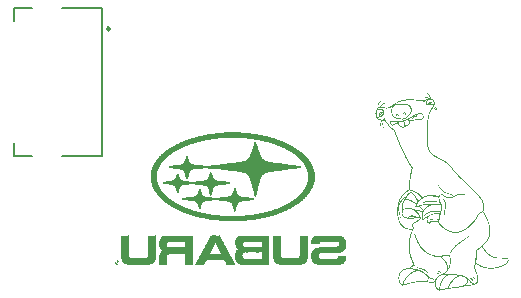
<source format=gbo>
G04*
G04 #@! TF.GenerationSoftware,Altium Limited,Altium Designer,24.4.1 (13)*
G04*
G04 Layer_Color=32896*
%FSLAX44Y44*%
%MOMM*%
G71*
G04*
G04 #@! TF.SameCoordinates,67352877-1681-4123-B6E6-81FFD263FBCE*
G04*
G04*
G04 #@! TF.FilePolarity,Positive*
G04*
G01*
G75*
%ADD10C,0.2500*%
%ADD11C,0.2000*%
G36*
X-82469Y190683D02*
X-82293D01*
Y190506D01*
X-81940D01*
Y190330D01*
X-81764D01*
Y190153D01*
X-81411D01*
Y189977D01*
X-81235D01*
Y189801D01*
X-81058D01*
Y189624D01*
X-80882D01*
Y189448D01*
X-80705Y189448D01*
Y189272D01*
X-80529D01*
Y189095D01*
X-80353D01*
Y188919D01*
X-80176D01*
Y188566D01*
X-80000D01*
Y188390D01*
X-79824D01*
Y188037D01*
X-79647D01*
Y187860D01*
X-79471D01*
Y187508D01*
X-79295D01*
Y186802D01*
X-79118D01*
Y186097D01*
X-78942D01*
Y185920D01*
X-78589D01*
Y185744D01*
X-78236D01*
X-78236Y185567D01*
X-78060D01*
X-78060Y185391D01*
X-77883D01*
Y185215D01*
X-77707D01*
X-77707Y185038D01*
X-77354D01*
Y184862D01*
X-77178Y184862D01*
Y184686D01*
X-77002D01*
Y184509D01*
X-76825D01*
Y184333D01*
X-76649Y184333D01*
Y183980D01*
X-76472Y183980D01*
X-76472Y183804D01*
X-76296D01*
Y183451D01*
X-76120D01*
X-76120Y182745D01*
X-75943D01*
Y180805D01*
X-76120D01*
Y179747D01*
X-76296D01*
Y179218D01*
X-75943D01*
X-75943Y179041D01*
X-75414Y179041D01*
Y178865D01*
X-75238D01*
Y178689D01*
X-74885D01*
Y178512D01*
X-74709D01*
Y178160D01*
X-74532D01*
Y177983D01*
X-74356D01*
X-74356Y177630D01*
X-74180D01*
Y177101D01*
X-74003D01*
Y176219D01*
X-74356D01*
X-74356Y176396D01*
X-74532D01*
X-74532Y175867D01*
X-74885D01*
Y176043D01*
X-75061D01*
Y176219D01*
X-75238D01*
Y176396D01*
X-75414D01*
Y176572D01*
X-75591D01*
Y176749D01*
X-75767D01*
Y176925D01*
X-75943D01*
Y177101D01*
X-76120D01*
Y177278D01*
X-76296Y177278D01*
Y177454D01*
X-76472D01*
Y177630D01*
X-76649D01*
Y177807D01*
X-76825D01*
Y177983D01*
X-77002D01*
Y178160D01*
X-76472D01*
X-76472Y177983D01*
X-76120D01*
Y177807D01*
X-75767Y177807D01*
Y177630D01*
X-75591D01*
Y177454D01*
X-75414D01*
Y177278D01*
X-75061D01*
Y176925D01*
X-74885Y176925D01*
Y176749D01*
X-74709D01*
Y176396D01*
X-74532D01*
Y176749D01*
X-74709D01*
Y177101D01*
X-74885D01*
Y177278D01*
X-75061D01*
Y177630D01*
X-75238D01*
Y177807D01*
X-75414D01*
Y177983D01*
X-75591D01*
Y178160D01*
X-75767D01*
Y178336D01*
X-75943D01*
Y178512D01*
X-76120D01*
Y178689D01*
X-76296D01*
Y178865D01*
X-76649D01*
Y178689D01*
X-76825D01*
Y178512D01*
X-77002D01*
Y178336D01*
X-77178D01*
Y177983D01*
X-77354D01*
Y177807D01*
X-77531Y177807D01*
Y177630D01*
X-77707Y177630D01*
Y177454D01*
X-77883D01*
Y177101D01*
X-78060D01*
Y176925D01*
X-78236D01*
X-78236Y176749D01*
X-78413D01*
Y176396D01*
X-78589D01*
X-78589Y176219D01*
X-78765D01*
Y175867D01*
X-78942D01*
X-78942Y175690D01*
X-79118D01*
Y175337D01*
X-79295D01*
Y174985D01*
X-79471D01*
Y174632D01*
X-79647D01*
Y174103D01*
X-79824D01*
X-79824Y173750D01*
X-80000D01*
Y173221D01*
X-80176D01*
X-80176Y172515D01*
X-80353D01*
Y171810D01*
X-80529D01*
Y171104D01*
X-80705D01*
Y170399D01*
X-80882D01*
Y169517D01*
X-81058D01*
X-81058Y168459D01*
X-81235D01*
Y167400D01*
X-81411D01*
Y166166D01*
X-81587D01*
Y164402D01*
X-81764D01*
Y161227D01*
X-81940D01*
Y149939D01*
X-81764D01*
Y148351D01*
X-81587D01*
Y147117D01*
X-81411D01*
Y146058D01*
X-81235D01*
Y145176D01*
X-81058D01*
Y144471D01*
X-80882D01*
Y143942D01*
X-80705D01*
X-80706Y143413D01*
X-80529D01*
Y142883D01*
X-80353Y142883D01*
Y142531D01*
X-80176D01*
Y142178D01*
X-80000D01*
Y141825D01*
X-79824D01*
Y141472D01*
X-79647D01*
Y141296D01*
X-79471D01*
Y140943D01*
X-79295D01*
Y140767D01*
X-79118D01*
Y140590D01*
X-78942D01*
X-78942Y140414D01*
X-78765Y140414D01*
Y140061D01*
X-78589Y140061D01*
Y139885D01*
X-78413D01*
Y139709D01*
X-78236D01*
Y139532D01*
X-78060D01*
X-78060Y139356D01*
X-77883D01*
Y139179D01*
X-77531D01*
Y139003D01*
X-77354D01*
Y138827D01*
X-77178Y138827D01*
Y138650D01*
X-77002Y138650D01*
Y138474D01*
X-76649D01*
Y138298D01*
X-76472D01*
Y138121D01*
X-76120D01*
Y137945D01*
X-75943D01*
Y137768D01*
X-75591D01*
Y137592D01*
X-75414D01*
Y137416D01*
X-75061D01*
Y137239D01*
X-74709D01*
Y137063D01*
X-74356D01*
Y136887D01*
X-74180D01*
Y136710D01*
X-73827D01*
Y136534D01*
X-73474D01*
X-73474Y136357D01*
X-73121D01*
Y136181D01*
X-72768D01*
Y136005D01*
X-72416D01*
Y135828D01*
X-72239D01*
Y135652D01*
X-71887D01*
Y135476D01*
X-71534D01*
Y135299D01*
X-71181D01*
Y135123D01*
X-70828D01*
Y134946D01*
X-70475D01*
X-70475Y134770D01*
X-70123D01*
Y134594D01*
X-69770D01*
Y134417D01*
X-69594D01*
Y134241D01*
X-69241D01*
Y134064D01*
X-68888D01*
Y133888D01*
X-68535D01*
Y133712D01*
X-68183D01*
Y133535D01*
X-67830D01*
Y133359D01*
X-67477D01*
Y133182D01*
X-67301Y133182D01*
Y133006D01*
X-66948D01*
Y132830D01*
X-66595Y132830D01*
Y132653D01*
X-66242D01*
Y132477D01*
X-66066D01*
Y132301D01*
X-65713D01*
Y132124D01*
X-65537D01*
Y131948D01*
X-65360D01*
Y131771D01*
X-65008D01*
Y131595D01*
X-64831Y131595D01*
Y131419D01*
X-64655D01*
Y131242D01*
X-64479D01*
Y131066D01*
X-64302D01*
X-64302Y130890D01*
X-64126D01*
Y130713D01*
X-63949D01*
Y130537D01*
X-63773D01*
Y130360D01*
X-63597D01*
Y130184D01*
X-63420D01*
X-63420Y130008D01*
X-63244D01*
Y129831D01*
X-63067D01*
Y129655D01*
X-62891D01*
Y129479D01*
X-62715Y129479D01*
Y129126D01*
X-62538D01*
Y128949D01*
X-62362D01*
Y128773D01*
X-62186D01*
Y128597D01*
X-62009D01*
Y128420D01*
X-61833D01*
Y128244D01*
X-61656D01*
Y127891D01*
X-61480D01*
Y127715D01*
X-61304D01*
Y127538D01*
X-61127D01*
Y127186D01*
X-60951D01*
Y127009D01*
X-60774D01*
Y126833D01*
X-60598D01*
Y126480D01*
X-60422D01*
Y126304D01*
X-60245D01*
Y126127D01*
X-60069D01*
Y125775D01*
X-59893D01*
Y125598D01*
X-59716D01*
Y125422D01*
X-59540D01*
Y125245D01*
X-59363D01*
Y124893D01*
X-59187D01*
Y124716D01*
X-59011D01*
Y124540D01*
X-58834D01*
Y124363D01*
X-58658Y124363D01*
Y124187D01*
X-58482D01*
Y124011D01*
X-58305D01*
Y123834D01*
X-58129D01*
X-58129Y123482D01*
X-57952D01*
X-57952Y123305D01*
X-57776D01*
Y123129D01*
X-57600D01*
Y122952D01*
X-57423D01*
Y122776D01*
X-57247Y122776D01*
Y122600D01*
X-57070D01*
Y122423D01*
X-56894D01*
Y122247D01*
X-56718D01*
Y122071D01*
X-56541Y122071D01*
Y121894D01*
X-56365Y121894D01*
Y121718D01*
X-56189D01*
Y121541D01*
X-56012D01*
Y121365D01*
X-55836D01*
Y121189D01*
X-55659D01*
Y121012D01*
X-55483D01*
Y120836D01*
X-55307D01*
Y120660D01*
X-55130Y120660D01*
X-55130Y120483D01*
X-54954D01*
X-54954Y120307D01*
X-54778Y120307D01*
Y120130D01*
X-54601D01*
X-54601Y119954D01*
X-54425D01*
Y119778D01*
X-54248D01*
X-54248Y119601D01*
X-54072D01*
Y119425D01*
X-53896D01*
Y119249D01*
X-53719D01*
Y119072D01*
X-53543D01*
Y118896D01*
X-53366Y118896D01*
X-53367Y118719D01*
X-53190D01*
Y118543D01*
X-53014D01*
X-53014Y118367D01*
X-52837D01*
Y118190D01*
X-52661Y118190D01*
Y118014D01*
X-52485D01*
Y117837D01*
X-52308D01*
Y117661D01*
X-52132D01*
X-52132Y117485D01*
X-51955D01*
Y117308D01*
X-51779Y117308D01*
Y117132D01*
X-51603D01*
Y116955D01*
X-51426Y116955D01*
Y116779D01*
X-51250Y116779D01*
Y116603D01*
X-51074D01*
Y116426D01*
X-50897D01*
Y116250D01*
X-50721D01*
Y116074D01*
X-50545Y116074D01*
Y115897D01*
X-50368D01*
Y115721D01*
X-50192D01*
Y115545D01*
X-50015D01*
X-50015Y115368D01*
X-49839Y115368D01*
Y115192D01*
X-49663Y115192D01*
Y115015D01*
X-49310D01*
Y114839D01*
X-49133D01*
Y114663D01*
X-48957Y114663D01*
Y114486D01*
X-48781D01*
Y114310D01*
X-48604D01*
Y114134D01*
X-48428D01*
X-48428Y113957D01*
X-48252D01*
X-48252Y113781D01*
X-48075D01*
Y113604D01*
X-47899Y113604D01*
Y113428D01*
X-47722D01*
Y113251D01*
X-47546D01*
Y113075D01*
X-47370Y113075D01*
Y112899D01*
X-47193D01*
Y112722D01*
X-47017D01*
Y112546D01*
X-46841Y112546D01*
Y112370D01*
X-46664Y112370D01*
Y112193D01*
X-46488D01*
Y112017D01*
X-46311D01*
Y111840D01*
X-46135D01*
Y111664D01*
X-45959D01*
X-45959Y111488D01*
X-45782D01*
Y111311D01*
X-45606D01*
Y111135D01*
X-45430D01*
Y110959D01*
X-45077D01*
Y110782D01*
X-44900D01*
Y110606D01*
X-44724D01*
Y110429D01*
X-44548D01*
Y110253D01*
X-44371Y110253D01*
Y110077D01*
X-44195Y110077D01*
X-44195Y109900D01*
X-44018D01*
Y109724D01*
X-43842D01*
X-43842Y109548D01*
X-43666D01*
X-43666Y109371D01*
X-43489Y109371D01*
Y109195D01*
X-43313D01*
Y109018D01*
X-43137D01*
Y108842D01*
X-42960D01*
X-42960Y108666D01*
X-42784Y108666D01*
Y108489D01*
X-42607Y108489D01*
Y108313D01*
X-42431D01*
Y108137D01*
X-42255Y108137D01*
Y107960D01*
X-42078Y107960D01*
X-42078Y107784D01*
X-41902D01*
Y107607D01*
X-41726D01*
Y107431D01*
X-41549D01*
Y107255D01*
X-41373D01*
X-41373Y107078D01*
X-41196D01*
X-41196Y106902D01*
X-41020D01*
Y106726D01*
X-40844D01*
X-40844Y106549D01*
X-40667Y106549D01*
Y106373D01*
X-40491Y106373D01*
Y106196D01*
X-40314D01*
Y106020D01*
X-40138Y106020D01*
Y105844D01*
X-39962D01*
X-39962Y105667D01*
X-39785Y105667D01*
Y105491D01*
X-39609Y105491D01*
Y105314D01*
X-39432D01*
Y105138D01*
X-39256D01*
X-39256Y104962D01*
X-39080D01*
X-39080Y104609D01*
X-38903D01*
Y104432D01*
X-38727D01*
X-38727Y104256D01*
X-38551D01*
X-38551Y104080D01*
X-38374D01*
Y103903D01*
X-38198Y103903D01*
Y103727D01*
X-38022D01*
Y103551D01*
X-37845D01*
Y103198D01*
X-37669D01*
Y103021D01*
X-37492D01*
Y102845D01*
X-37316D01*
Y102669D01*
X-37140Y102669D01*
Y102316D01*
X-36963D01*
Y102140D01*
X-36787D01*
Y101787D01*
X-36610D01*
Y101610D01*
X-36434D01*
Y101258D01*
X-36258D01*
Y101081D01*
X-36081D01*
Y100729D01*
X-35905D01*
Y100376D01*
X-35728D01*
Y100023D01*
X-35552D01*
Y99670D01*
X-35376Y99670D01*
Y99318D01*
X-35199D01*
Y98788D01*
X-35023Y98788D01*
Y98436D01*
X-34847D01*
Y97907D01*
X-34670D01*
Y97201D01*
X-34494D01*
Y96495D01*
X-34318D01*
Y95437D01*
X-34141D01*
X-34141Y92262D01*
X-34318D01*
Y91557D01*
X-34494D01*
X-34494Y91028D01*
X-34670D01*
Y90322D01*
X-34494D01*
X-34494Y89969D01*
X-34318D01*
Y89617D01*
X-34141D01*
Y89440D01*
X-33965D01*
X-33965Y89087D01*
X-33788D01*
Y88911D01*
X-33612D01*
X-33612Y88558D01*
X-33436Y88558D01*
Y88205D01*
X-33259D01*
X-33259Y88029D01*
X-33083Y88029D01*
Y87676D01*
X-32906D01*
Y87324D01*
X-32730D01*
Y86971D01*
X-32554D01*
Y86618D01*
X-32377D01*
Y86265D01*
X-32201D01*
Y85913D01*
X-32025D01*
X-32025Y85560D01*
X-31848Y85560D01*
Y85207D01*
X-31672D01*
Y84854D01*
X-31495D01*
Y84501D01*
X-31319D01*
Y84149D01*
X-31143D01*
Y83620D01*
X-30966D01*
Y83267D01*
X-30790Y83267D01*
Y82914D01*
X-30614D01*
Y82385D01*
X-30437D01*
X-30437Y81856D01*
X-30261D01*
Y81503D01*
X-30084D01*
Y80974D01*
X-29908Y80974D01*
X-29908Y80268D01*
X-29732D01*
Y79739D01*
X-29555D01*
Y79034D01*
X-29379D01*
Y78328D01*
X-29202D01*
Y77446D01*
X-29026D01*
X-29026Y76388D01*
X-28850Y76388D01*
Y74271D01*
X-28673D01*
Y72684D01*
X-28850D01*
Y70920D01*
X-29026D01*
Y70038D01*
X-29202D01*
Y69509D01*
X-29379Y69509D01*
Y68980D01*
X-29555D01*
Y68627D01*
X-29732D01*
Y68274D01*
X-29908D01*
Y67922D01*
X-30084D01*
Y67393D01*
X-30261Y67393D01*
X-30261Y67216D01*
X-30437D01*
Y66863D01*
X-30614D01*
Y66511D01*
X-30790D01*
Y66158D01*
X-30966D01*
Y65982D01*
X-31143D01*
Y65629D01*
X-31319D01*
Y65452D01*
X-31495D01*
Y65100D01*
X-31672D01*
Y64923D01*
X-31848D01*
Y64571D01*
X-32025Y64571D01*
Y64394D01*
X-32201D01*
Y64218D01*
X-32377D01*
Y64042D01*
X-32554D01*
Y63689D01*
X-32730D01*
Y63512D01*
X-32906D01*
Y63336D01*
X-33083D01*
Y63159D01*
X-33259D01*
X-33259Y62807D01*
X-33436Y62807D01*
Y62630D01*
X-33612D01*
Y62454D01*
X-33788D01*
Y62278D01*
X-33965Y62278D01*
Y62101D01*
X-34141D01*
X-34141Y61925D01*
X-34318D01*
Y61748D01*
X-34494D01*
Y61572D01*
X-34670D01*
Y61219D01*
X-34847D01*
Y61043D01*
X-35023D01*
Y60867D01*
X-35199D01*
Y60161D01*
X-35023D01*
Y59808D01*
X-34847Y59808D01*
Y59632D01*
X-34670D01*
Y59279D01*
X-34494D01*
Y59103D01*
X-34318D01*
Y58926D01*
X-34141D01*
Y58750D01*
X-33965D01*
Y58397D01*
X-33788D01*
Y58221D01*
X-33612D01*
X-33612Y58045D01*
X-33436D01*
Y57868D01*
X-33259D01*
Y57692D01*
X-33083D01*
Y57515D01*
X-32906D01*
Y57339D01*
X-32730D01*
Y57163D01*
X-32554D01*
Y56986D01*
X-32377D01*
Y56810D01*
X-32201D01*
Y56457D01*
X-32025D01*
Y56281D01*
X-31848D01*
Y56104D01*
X-31672D01*
Y55928D01*
X-31495D01*
Y55752D01*
X-31319Y55752D01*
Y55575D01*
X-31143D01*
Y55399D01*
X-30966D01*
Y55222D01*
X-30790D01*
Y55046D01*
X-30614D01*
Y54870D01*
X-30437D01*
Y54693D01*
X-30084D01*
Y54517D01*
X-29908D01*
Y54341D01*
X-29732D01*
Y54164D01*
X-29555D01*
Y53988D01*
X-29379D01*
Y53811D01*
X-29026D01*
Y53635D01*
X-28850Y53635D01*
Y53459D01*
X-28673D01*
Y53282D01*
X-28321D01*
Y53106D01*
X-28144D01*
Y52930D01*
X-27791D01*
Y52753D01*
X-27615D01*
Y52577D01*
X-27262D01*
X-27262Y52400D01*
X-26909D01*
Y52224D01*
X-26380D01*
Y52048D01*
X-26028D01*
Y51871D01*
X-25498D01*
Y51695D01*
X-24793D01*
X-24793Y51518D01*
X-22853Y51518D01*
Y51342D01*
X-19502D01*
Y51166D01*
X-15974D01*
Y50989D01*
X-14563D01*
Y50813D01*
X-14210D01*
Y50637D01*
X-13857D01*
Y50460D01*
X-13681D01*
Y50107D01*
X-13505D01*
Y49402D01*
X-13328Y49402D01*
Y48696D01*
X-13505D01*
Y47814D01*
X-13681D01*
Y47462D01*
X-13857D01*
Y47285D01*
X-14034D01*
Y46933D01*
X-14210D01*
Y46756D01*
X-14387D01*
Y46580D01*
X-14563D01*
Y46403D01*
X-14739D01*
Y46227D01*
X-14916D01*
Y46051D01*
X-15092D01*
Y45874D01*
X-15268D01*
Y45698D01*
X-15445D01*
Y45521D01*
X-15621D01*
Y45345D01*
X-15798D01*
Y45169D01*
X-15974D01*
Y44992D01*
X-16327D01*
Y44816D01*
X-16503Y44816D01*
Y44640D01*
X-16856D01*
Y44463D01*
X-17209D01*
Y44287D01*
X-17738D01*
Y44110D01*
X-18267D01*
Y43934D01*
X-18796D01*
Y43758D01*
X-19149D01*
Y43581D01*
X-19678Y43581D01*
Y43405D01*
X-20383Y43405D01*
Y43229D01*
X-20913D01*
Y43052D01*
X-21618D01*
Y42876D01*
X-22324D01*
X-22324Y42699D01*
X-23029Y42699D01*
Y42523D01*
X-23911D01*
Y42347D01*
X-24617D01*
Y42170D01*
X-25498D01*
Y41994D01*
X-26909D01*
Y41817D01*
X-29379D01*
Y41994D01*
X-30790D01*
Y42170D01*
X-31848D01*
Y42347D01*
X-32730D01*
Y42523D01*
X-33612D01*
Y42699D01*
X-34318D01*
Y42876D01*
X-34847D01*
Y43052D01*
X-35376D01*
Y43229D01*
X-35905D01*
Y43405D01*
X-36434D01*
Y43581D01*
X-36787D01*
Y43758D01*
X-37140D01*
Y43934D01*
X-37492Y43934D01*
Y44110D01*
X-37845D01*
Y44287D01*
X-38198Y44287D01*
Y44463D01*
X-38551D01*
Y44640D01*
X-38903D01*
Y44816D01*
X-39080Y44816D01*
X-39080Y44992D01*
X-39432D01*
Y45169D01*
X-39609D01*
Y45345D01*
X-39962D01*
X-39962Y45521D01*
X-40314D01*
Y45698D01*
X-40491D01*
Y45874D01*
X-41020D01*
Y45698D01*
X-41196Y45698D01*
Y44992D01*
X-41373D01*
Y44287D01*
X-41549Y44287D01*
X-41549Y43405D01*
X-41726D01*
X-41726Y42876D01*
X-41549D01*
X-41549Y42347D01*
X-41373D01*
Y41817D01*
X-41196D01*
X-41196Y41288D01*
X-41020D01*
Y40759D01*
X-40844D01*
Y40054D01*
X-40667D01*
Y39525D01*
X-40491D01*
Y38995D01*
X-40314D01*
Y38466D01*
X-40138D01*
Y37937D01*
X-39962D01*
Y37232D01*
X-39785D01*
Y36526D01*
X-39609D01*
Y35821D01*
X-39432D01*
Y34586D01*
X-39256Y34586D01*
Y31235D01*
X-39432D01*
Y30529D01*
X-39609D01*
Y30176D01*
X-39785D01*
Y30000D01*
X-39962D01*
Y29824D01*
X-40138D01*
Y29471D01*
X-40314Y29471D01*
Y29295D01*
X-40491D01*
Y29118D01*
X-40844D01*
Y28942D01*
X-41020D01*
Y28765D01*
X-41373D01*
Y28589D01*
X-41726D01*
Y28413D01*
X-42078D01*
X-42078Y28236D01*
X-42607D01*
Y28060D01*
X-43137Y28060D01*
Y27883D01*
X-44018Y27884D01*
Y27707D01*
X-44900D01*
Y27531D01*
X-46488D01*
Y27354D01*
X-48252D01*
Y27178D01*
X-50015D01*
X-50015Y27002D01*
X-51426D01*
X-51426Y26825D01*
X-52308D01*
Y26649D01*
X-53014D01*
Y26472D01*
X-53896D01*
Y26296D01*
X-54601D01*
Y26120D01*
X-55483D01*
Y25943D01*
X-56718D01*
X-56718Y25767D01*
X-57952D01*
Y25591D01*
X-59187D01*
Y25414D01*
X-60598D01*
Y25238D01*
X-62009D01*
Y25061D01*
X-63067D01*
Y24885D01*
X-64302D01*
X-64302Y24709D01*
X-65537D01*
X-65537Y24532D01*
X-66419D01*
Y24356D01*
X-67301D01*
Y24179D01*
X-68006D01*
X-68006Y24003D01*
X-68712D01*
Y23827D01*
X-69594D01*
Y23650D01*
X-70299D01*
Y23474D01*
X-71005D01*
Y23298D01*
X-71710D01*
Y23121D01*
X-72239D01*
Y23298D01*
X-72592D01*
Y23474D01*
X-72945Y23474D01*
Y23650D01*
X-73121D01*
Y23827D01*
X-73474Y23827D01*
X-73474Y24003D01*
X-73650D01*
X-73650Y24179D01*
X-73827D01*
Y24356D01*
X-74003D01*
Y24532D01*
X-74180D01*
Y24885D01*
X-74356D01*
Y25061D01*
X-74532Y25061D01*
Y25238D01*
X-74709D01*
Y25591D01*
X-74885D01*
Y25943D01*
X-75061D01*
Y26296D01*
X-75238D01*
Y26649D01*
X-75414D01*
Y27178D01*
X-75591D01*
X-75591Y27707D01*
X-75767D01*
Y29471D01*
X-75943D01*
X-75943Y30353D01*
X-76825D01*
Y30176D01*
X-81058D01*
X-81058Y30353D01*
X-81940D01*
X-81940Y30529D01*
X-82646D01*
Y30705D01*
X-89525D01*
X-89524Y30529D01*
X-90936D01*
Y30353D01*
X-92170D01*
Y30176D01*
X-93229D01*
Y30000D01*
X-94287D01*
Y29824D01*
X-95169D01*
Y29647D01*
X-95874Y29647D01*
Y29471D01*
X-96580D01*
X-96580Y29295D01*
X-97285Y29295D01*
Y29118D01*
X-97991D01*
Y28942D01*
X-98696D01*
Y28765D01*
X-99226D01*
X-99226Y28589D01*
X-99755D01*
Y28413D01*
X-100284D01*
Y28236D01*
X-100813D01*
Y28060D01*
X-101342Y28060D01*
Y27883D01*
X-101871Y27884D01*
Y27707D01*
X-102400D01*
Y27531D01*
X-102929D01*
X-102929Y27354D01*
X-103635D01*
Y27531D01*
X-103811D01*
Y27707D01*
X-103988D01*
Y27884D01*
X-104164D01*
Y28060D01*
X-104340Y28060D01*
Y28236D01*
X-104517D01*
Y28413D01*
X-104693D01*
Y28765D01*
X-104870D01*
Y28942D01*
X-105046D01*
Y29295D01*
X-105222D01*
Y29647D01*
X-105399D01*
X-105399Y30000D01*
X-105575D01*
Y30176D01*
X-105751D01*
X-105751Y30705D01*
X-105928D01*
X-105928Y31058D01*
X-106104D01*
Y31587D01*
X-106281D01*
Y32293D01*
X-106457D01*
Y33351D01*
X-106633D01*
Y34939D01*
X-106457D01*
Y35997D01*
X-106281D01*
Y36702D01*
X-106104D01*
Y37232D01*
X-105928D01*
Y37761D01*
X-105751D01*
Y38114D01*
X-105575D01*
Y38466D01*
X-105399D01*
Y38643D01*
X-105222D01*
Y38995D01*
X-105046Y38995D01*
Y39172D01*
X-104870D01*
Y39348D01*
X-104693Y39348D01*
Y39701D01*
X-104517D01*
Y39877D01*
X-104340Y39877D01*
Y40054D01*
X-104164D01*
Y40230D01*
X-103811Y40230D01*
X-103811Y40406D01*
X-103635D01*
X-103635Y40583D01*
X-103459D01*
Y40759D01*
X-103106D01*
Y40936D01*
X-102753D01*
Y41112D01*
X-102577D01*
Y41288D01*
X-102224D01*
Y41465D01*
X-101695D01*
Y41641D01*
X-101342D01*
Y41817D01*
X-100813Y41817D01*
X-100813Y41994D01*
X-100284D01*
Y42170D01*
X-99755D01*
Y42347D01*
X-98873Y42347D01*
Y42523D01*
X-97991D01*
Y42699D01*
X-97285D01*
Y42876D01*
X-96932D01*
X-96932Y43052D01*
X-96756D01*
Y43229D01*
X-96580D01*
Y43405D01*
X-96403D01*
Y43581D01*
X-96051Y43581D01*
Y43758D01*
X-95874D01*
Y43934D01*
X-95698D01*
Y44110D01*
X-95521Y44110D01*
Y44287D01*
X-95169D01*
Y44463D01*
X-94816Y44463D01*
Y44640D01*
X-94463D01*
Y44816D01*
X-93934Y44816D01*
Y44992D01*
X-93758D01*
Y45345D01*
X-93934D01*
Y45698D01*
X-94110D01*
Y46051D01*
X-94287Y46051D01*
Y46403D01*
X-94463D01*
X-94463Y46756D01*
X-94640D01*
Y47109D01*
X-94816D01*
Y47462D01*
X-94992D01*
Y47814D01*
X-95169D01*
Y48167D01*
X-95345D01*
Y48696D01*
X-95521Y48696D01*
Y49049D01*
X-95698Y49049D01*
X-95698Y49578D01*
X-95874D01*
Y50107D01*
X-96051D01*
Y50637D01*
X-96227D01*
X-96227Y51166D01*
X-96403D01*
Y51871D01*
X-96580D01*
Y52400D01*
X-96756D01*
Y53106D01*
X-96932Y53106D01*
X-96932Y53811D01*
X-97109D01*
Y54517D01*
X-97285D01*
Y55222D01*
X-97462D01*
Y56104D01*
X-97638D01*
Y61043D01*
X-97814D01*
X-97814Y62807D01*
X-97638Y62807D01*
Y65452D01*
X-97462D01*
Y66511D01*
X-97285D01*
Y67569D01*
X-97109D01*
Y68451D01*
X-96932D01*
Y69156D01*
X-96756D01*
Y69862D01*
X-96580D01*
Y70567D01*
X-96403D01*
Y71097D01*
X-96227D01*
Y71802D01*
X-96051D01*
Y72331D01*
X-95874D01*
Y72860D01*
X-95698D01*
Y73390D01*
X-95521D01*
Y74095D01*
X-95345Y74095D01*
Y74624D01*
X-95874D01*
Y74801D01*
X-96932D01*
Y74977D01*
X-97814D01*
X-97814Y75153D01*
X-98696D01*
Y75330D01*
X-99402D01*
Y75506D01*
X-99931D01*
X-99931Y75683D01*
X-100460D01*
Y75859D01*
X-100813D01*
Y76035D01*
X-101166D01*
Y76212D01*
X-101518D01*
Y76388D01*
X-101871D01*
Y76564D01*
X-102224D01*
Y76741D01*
X-102400Y76741D01*
X-102400Y76917D01*
X-102753D01*
Y77094D01*
X-102929D01*
X-102929Y77270D01*
X-103106D01*
Y77446D01*
X-103282D01*
Y77623D01*
X-103459D01*
Y77799D01*
X-103635D01*
X-103635Y77976D01*
X-103811D01*
Y78152D01*
X-103988D01*
Y78328D01*
X-104164D01*
Y78505D01*
X-104340D01*
Y78681D01*
X-104517Y78681D01*
X-104517Y79034D01*
X-104693D01*
Y79210D01*
X-104870Y79210D01*
X-104870Y79387D01*
X-105046D01*
Y79739D01*
X-105222D01*
Y80092D01*
X-105399D01*
Y80268D01*
X-105575D01*
Y80621D01*
X-105751D01*
Y80974D01*
X-105928D01*
X-105928Y81503D01*
X-106104D01*
Y81856D01*
X-106281D01*
Y82209D01*
X-106457D01*
Y82738D01*
X-106633D01*
Y83267D01*
X-106810D01*
Y83796D01*
X-106986Y83796D01*
Y84501D01*
X-107163D01*
Y85560D01*
X-107339D01*
Y86795D01*
X-107515D01*
Y94379D01*
X-107339D01*
Y95790D01*
X-107163D01*
Y96672D01*
X-106986D01*
Y97554D01*
X-106810D01*
Y98083D01*
X-106633D01*
Y98612D01*
X-106457D01*
Y99141D01*
X-106281D01*
Y99494D01*
X-106104D01*
Y100023D01*
X-105928D01*
Y100376D01*
X-105751D01*
Y100729D01*
X-105575D01*
Y101081D01*
X-105399D01*
Y101258D01*
X-105222D01*
Y101610D01*
X-105046D01*
Y101963D01*
X-104870D01*
X-104870Y102140D01*
X-104693D01*
Y102492D01*
X-104517D01*
Y102669D01*
X-104340Y102669D01*
Y103021D01*
X-104164D01*
Y103198D01*
X-103988D01*
Y103374D01*
X-103811Y103374D01*
Y103727D01*
X-103635D01*
Y103903D01*
X-103459D01*
Y104080D01*
X-103282D01*
Y104256D01*
X-103106D01*
Y104432D01*
X-102929D01*
X-102929Y104609D01*
X-102753D01*
Y104962D01*
X-102577D01*
Y105138D01*
X-102400D01*
Y105314D01*
X-102224D01*
Y105491D01*
X-102048D01*
Y105667D01*
X-101871D01*
Y105844D01*
X-101695D01*
Y106020D01*
X-101518D01*
Y106196D01*
X-101342D01*
Y106373D01*
X-100989D01*
Y106549D01*
X-100813D01*
X-100813Y106726D01*
X-100637D01*
Y106902D01*
X-100460D01*
Y107078D01*
X-100284D01*
X-100284Y107255D01*
X-100107D01*
Y107431D01*
X-99755D01*
Y107607D01*
X-99578D01*
Y107784D01*
X-99402D01*
Y107960D01*
X-99226Y107960D01*
Y108137D01*
X-98873Y108137D01*
Y108313D01*
X-98696D01*
Y108489D01*
X-98520D01*
X-98520Y108666D01*
X-98167D01*
X-98167Y108842D01*
X-97991D01*
Y109018D01*
X-97814D01*
Y109371D01*
X-97638D01*
Y111664D01*
X-97462D01*
Y115015D01*
X-97285D01*
Y116779D01*
X-97109D01*
Y118367D01*
X-96932D01*
Y119601D01*
X-96756D01*
X-96756Y120836D01*
X-96580D01*
X-96580Y121718D01*
X-96403D01*
Y122776D01*
X-96227Y122776D01*
Y123658D01*
X-96051D01*
Y124363D01*
X-95874Y124363D01*
Y125069D01*
X-95698D01*
X-95698Y125951D01*
X-95521D01*
Y126833D01*
X-95345D01*
Y127009D01*
X-95521D01*
Y127538D01*
X-95698D01*
Y127891D01*
X-95874D01*
Y128068D01*
X-96051D01*
Y128420D01*
X-96227D01*
Y128773D01*
X-96403D01*
Y128949D01*
X-96580D01*
Y129302D01*
X-96756D01*
Y129479D01*
X-96932D01*
Y129831D01*
X-97109D01*
Y130008D01*
X-97285D01*
Y130360D01*
X-97462D01*
Y130713D01*
X-97638Y130713D01*
Y130890D01*
X-97814D01*
Y131242D01*
X-97991D01*
Y131595D01*
X-98167D01*
Y131771D01*
X-98343D01*
Y132124D01*
X-98520D01*
Y132477D01*
X-98696D01*
X-98696Y132653D01*
X-98873D01*
Y133006D01*
X-99049D01*
X-99049Y133359D01*
X-99226Y133359D01*
Y133712D01*
X-99402Y133712D01*
Y134064D01*
X-99578D01*
Y134417D01*
X-99755D01*
Y134594D01*
X-99931D01*
Y134946D01*
X-100107D01*
Y135299D01*
X-100284D01*
X-100284Y135652D01*
X-100460D01*
Y136005D01*
X-100637D01*
X-100637Y136357D01*
X-100813D01*
X-100813Y136710D01*
X-100989D01*
Y137063D01*
X-101166D01*
Y137416D01*
X-101342D01*
Y137768D01*
X-101518D01*
Y138121D01*
X-101695D01*
Y138474D01*
X-101871D01*
Y138827D01*
X-102048D01*
Y139179D01*
X-102224D01*
Y139532D01*
X-102400D01*
Y139885D01*
X-102577D01*
Y140238D01*
X-102753D01*
X-102753Y140590D01*
X-102929D01*
Y140943D01*
X-103106D01*
Y141472D01*
X-103282D01*
Y141825D01*
X-103459D01*
Y142178D01*
X-103635D01*
Y142531D01*
X-103811D01*
Y142883D01*
X-103988D01*
Y143236D01*
X-104164D01*
Y143589D01*
X-104340D01*
Y144118D01*
X-104517D01*
X-104517Y144471D01*
X-104693D01*
Y144824D01*
X-104870D01*
Y145176D01*
X-105046D01*
Y145705D01*
X-105222D01*
Y146058D01*
X-105399D01*
Y146411D01*
X-105575D01*
Y146940D01*
X-105751D01*
Y147293D01*
X-105928D01*
Y147646D01*
X-106104Y147646D01*
Y147999D01*
X-106281D01*
Y148528D01*
X-106457Y148528D01*
Y148880D01*
X-106633D01*
Y149410D01*
X-106810D01*
Y149762D01*
X-106986Y149762D01*
Y150115D01*
X-107163D01*
Y150644D01*
X-107339D01*
X-107339Y150997D01*
X-107515D01*
Y151526D01*
X-107692D01*
Y151879D01*
X-107868D01*
Y152408D01*
X-108045D01*
X-108045Y152761D01*
X-108221D01*
X-108221Y153290D01*
X-108397D01*
Y153819D01*
X-108574D01*
Y154172D01*
X-108750D01*
X-108750Y154701D01*
X-108926Y154701D01*
Y155230D01*
X-109103Y155230D01*
Y155583D01*
X-109279D01*
Y156112D01*
X-109455D01*
Y156465D01*
X-109632D01*
Y156994D01*
X-109808D01*
Y157523D01*
X-109985D01*
Y158052D01*
X-110161D01*
Y158405D01*
X-110337Y158405D01*
Y158581D01*
X-110514D01*
Y158758D01*
X-110690D01*
Y158934D01*
X-110866D01*
X-110867Y159110D01*
X-111043D01*
Y159287D01*
X-111219D01*
Y159463D01*
X-111572D01*
Y159640D01*
X-111749D01*
Y159816D01*
X-111925D01*
X-111925Y159992D01*
X-112278D01*
Y160169D01*
X-112454D01*
X-112454Y160345D01*
X-112630D01*
X-112630Y160522D01*
X-112983Y160522D01*
Y160698D01*
X-113160D01*
Y160874D01*
X-113336D01*
Y161051D01*
X-113512Y161051D01*
Y161227D01*
X-113689D01*
Y161403D01*
X-113865D01*
Y161580D01*
X-114041D01*
Y161756D01*
X-114218D01*
X-114218Y161933D01*
X-114394D01*
Y162109D01*
X-114571D01*
Y162285D01*
X-114747D01*
Y162462D01*
X-114923D01*
X-114923Y162814D01*
X-115100D01*
Y162991D01*
X-115276Y162991D01*
Y163344D01*
X-115452D01*
Y163520D01*
X-115629Y163520D01*
Y163696D01*
X-115805D01*
Y164049D01*
X-115982D01*
Y164226D01*
X-116158D01*
Y164578D01*
X-116334D01*
Y164755D01*
X-116511D01*
Y164931D01*
X-116687D01*
Y165107D01*
X-116863D01*
Y165284D01*
X-117040D01*
Y165637D01*
X-117216D01*
Y165813D01*
X-117393D01*
Y165989D01*
X-117569D01*
Y166166D01*
X-117745D01*
Y166342D01*
X-117922D01*
Y166518D01*
X-118098D01*
Y166695D01*
X-118274D01*
Y166871D01*
X-118451D01*
Y167048D01*
X-118627D01*
Y167224D01*
X-118804D01*
Y167400D01*
X-119156D01*
Y167224D01*
X-119333D01*
Y166871D01*
X-119509D01*
Y164226D01*
X-119333D01*
Y162109D01*
X-119156D01*
Y161227D01*
X-119333D01*
Y161403D01*
X-119509Y161403D01*
Y161756D01*
X-119686D01*
Y162109D01*
X-119862D01*
Y162638D01*
X-120038D01*
X-120038Y163520D01*
X-120215Y163520D01*
Y165460D01*
X-120038D01*
Y166871D01*
X-119862D01*
Y167048D01*
X-120920D01*
X-120920Y165813D01*
X-121097D01*
Y165107D01*
X-121273D01*
Y164402D01*
X-121449D01*
Y163696D01*
X-121626D01*
Y163167D01*
X-121802D01*
Y162814D01*
X-121979D01*
Y162991D01*
X-122155Y162991D01*
X-122155Y163873D01*
X-121979D01*
Y164931D01*
X-121802D01*
X-121802Y165637D01*
X-121626D01*
Y166342D01*
X-121449Y166342D01*
Y167048D01*
X-121626D01*
Y167224D01*
X-121802D01*
Y167400D01*
X-122331D01*
Y167577D01*
X-123037D01*
Y167753D01*
X-123390D01*
Y167929D01*
X-123742D01*
Y168106D01*
X-123919D01*
Y168282D01*
X-124095D01*
Y168459D01*
X-124271D01*
Y168635D01*
X-124448D01*
Y168811D01*
X-124624D01*
Y168988D01*
X-124801D01*
X-124801Y169164D01*
X-124977D01*
Y169517D01*
X-125153D01*
Y169693D01*
X-125330D01*
Y170046D01*
X-125506Y170046D01*
X-125506Y170399D01*
X-125682D01*
Y170928D01*
X-125859D01*
Y171457D01*
X-126035D01*
Y172692D01*
X-126212D01*
Y173926D01*
X-126035D01*
Y174808D01*
X-125859D01*
X-125859Y175337D01*
X-125682D01*
Y175867D01*
X-125506D01*
Y176219D01*
X-125330D01*
X-125330Y176572D01*
X-125153D01*
Y176749D01*
X-124977D01*
Y177101D01*
X-124801D01*
Y177278D01*
X-124624D01*
Y177454D01*
X-124448D01*
Y177630D01*
X-124271D01*
Y177983D01*
X-124095D01*
Y178160D01*
X-123742D01*
Y178336D01*
X-123566D01*
Y178512D01*
X-123390D01*
Y178689D01*
X-123213D01*
Y179218D01*
X-123390D01*
Y180276D01*
X-123566D01*
Y182040D01*
X-123390D01*
Y182393D01*
X-123213D01*
Y182745D01*
X-123037Y182745D01*
Y182922D01*
X-122860D01*
X-122860Y183098D01*
X-122684D01*
Y183274D01*
X-122508D01*
Y183451D01*
X-122331Y183451D01*
Y183627D01*
X-121979Y183627D01*
Y183804D01*
X-121802D01*
Y183980D01*
X-121449Y183980D01*
Y184156D01*
X-120920D01*
Y184333D01*
X-120744D01*
Y183980D01*
X-120920D01*
Y183804D01*
X-121097D01*
Y183627D01*
X-121273D01*
Y183451D01*
X-121449D01*
Y183274D01*
X-121626D01*
Y183098D01*
X-121802D01*
X-121802Y182922D01*
X-121979D01*
Y182745D01*
X-122155D01*
Y182569D01*
X-122331D01*
Y182393D01*
X-122508D01*
Y182040D01*
X-122684D01*
Y181511D01*
X-122860Y181511D01*
Y179394D01*
X-122684D01*
Y178865D01*
X-122331Y178865D01*
Y179041D01*
X-122155Y179041D01*
Y179218D01*
X-121979D01*
Y179571D01*
X-121802D01*
X-121802Y179923D01*
X-121626D01*
X-121626Y180100D01*
X-121449D01*
Y180276D01*
X-121273Y180276D01*
X-121273Y180452D01*
X-121097D01*
Y180629D01*
X-120920D01*
Y180805D01*
X-120744D01*
Y180982D01*
X-120568D01*
Y181158D01*
X-120391D01*
Y181334D01*
X-120215Y181334D01*
Y181511D01*
X-119862Y181511D01*
Y181687D01*
X-119686D01*
Y181863D01*
X-119333D01*
X-119333Y182040D01*
X-118804D01*
Y182216D01*
X-118274D01*
Y182393D01*
X-117569D01*
Y182216D01*
X-117393D01*
Y182040D01*
X-117569D01*
Y181863D01*
X-117922D01*
Y181687D01*
X-118274D01*
Y181511D01*
X-118627Y181511D01*
Y181334D01*
X-118980Y181334D01*
Y181158D01*
X-119156D01*
Y180982D01*
X-119509D01*
Y180805D01*
X-119686D01*
Y180629D01*
X-120038D01*
Y180452D01*
X-120215D01*
Y180276D01*
X-120568D01*
Y180100D01*
X-120744D01*
Y179923D01*
X-120920D01*
Y179747D01*
X-121097D01*
Y179571D01*
X-121273D01*
X-121273Y179394D01*
X-121449D01*
Y179218D01*
X-121626D01*
Y179041D01*
X-121802D01*
Y178865D01*
X-121273D01*
X-121273Y178689D01*
X-120038D01*
Y178512D01*
X-117922D01*
Y178336D01*
X-115276D01*
Y178512D01*
X-114923D01*
Y178689D01*
X-114571D01*
X-114571Y178865D01*
X-114218D01*
Y179041D01*
X-113865D01*
Y179218D01*
X-113689D01*
Y179394D01*
X-113336D01*
X-113336Y179571D01*
X-112983D01*
Y179747D01*
X-112807D01*
Y179923D01*
X-112454D01*
X-112454Y180100D01*
X-112278D01*
Y180276D01*
X-111925Y180276D01*
X-111925Y180452D01*
X-111572D01*
Y180629D01*
X-111396D01*
Y180805D01*
X-111043D01*
Y180982D01*
X-110867D01*
Y181158D01*
X-110514D01*
Y181334D01*
X-110337D01*
Y181511D01*
X-109985Y181511D01*
Y181687D01*
X-109808D01*
Y181863D01*
X-109455D01*
Y182040D01*
X-109103D01*
Y182216D01*
X-108750D01*
Y182393D01*
X-108574D01*
Y182569D01*
X-108221D01*
Y182745D01*
X-108045D01*
X-108045Y182922D01*
X-107692D01*
Y183098D01*
X-107339D01*
Y183274D01*
X-106986D01*
Y183451D01*
X-106633D01*
Y183627D01*
X-106104D01*
Y183804D01*
X-105751D01*
Y183980D01*
X-105222Y183980D01*
Y184156D01*
X-104693D01*
Y184333D01*
X-104164D01*
Y184509D01*
X-103459D01*
Y184686D01*
X-102577D01*
Y184862D01*
X-101518D01*
Y185038D01*
X-100107Y185038D01*
Y185215D01*
X-97991D01*
Y185391D01*
X-97109D01*
Y185215D01*
X-93405D01*
Y185038D01*
X-91641D01*
Y184862D01*
X-90230D01*
Y184686D01*
X-88819D01*
Y184509D01*
X-84233D01*
Y184686D01*
X-83880D01*
Y184862D01*
X-83528D01*
Y185038D01*
X-83175D01*
X-83175Y185215D01*
X-82822D01*
Y185391D01*
X-82646D01*
X-82646Y185567D01*
X-82293D01*
Y185744D01*
X-81940D01*
Y185920D01*
X-81587D01*
Y186097D01*
X-81411D01*
Y186273D01*
X-81940D01*
X-81940Y186449D01*
X-82293D01*
Y186626D01*
X-82646D01*
Y186802D01*
X-83880D01*
Y186978D01*
X-84233Y186978D01*
Y187331D01*
X-84057Y187331D01*
Y187508D01*
X-82293D01*
Y187331D01*
X-81940D01*
Y187155D01*
X-81587D01*
Y186978D01*
X-81411D01*
Y186802D01*
X-81235D01*
Y186626D01*
X-81058D01*
Y186449D01*
X-80705Y186449D01*
Y186273D01*
X-80176D01*
Y186097D01*
X-79647Y186097D01*
Y186273D01*
X-79471D01*
Y186449D01*
X-79647D01*
Y186802D01*
X-79824D01*
X-79824Y187155D01*
X-80000D01*
Y187331D01*
X-80176D01*
Y187684D01*
X-80353D01*
Y187860D01*
X-80529D01*
Y188037D01*
X-80706D01*
X-80705Y188213D01*
X-80882Y188213D01*
Y188390D01*
X-81058D01*
X-81058Y188566D01*
X-81235Y188566D01*
Y188919D01*
X-81411D01*
Y189095D01*
X-81587D01*
Y189272D01*
X-81764D01*
Y189448D01*
X-81940D01*
X-81940Y189624D01*
X-82116D01*
Y189801D01*
X-82293D01*
Y189977D01*
X-82646D01*
X-82646Y190153D01*
X-82822D01*
X-82822Y190330D01*
X-82999Y190330D01*
Y190506D01*
X-83351D01*
Y190683D01*
X-83528D01*
Y190859D01*
X-82469D01*
Y190683D01*
D02*
G37*
G36*
X-239895Y157063D02*
X-236516D01*
Y156822D01*
X-233862D01*
X-233862Y156580D01*
X-231689D01*
Y156339D01*
X-229759D01*
Y156098D01*
X-228069D01*
Y155856D01*
X-226621Y155856D01*
Y155615D01*
X-225173Y155615D01*
Y155374D01*
X-223725D01*
X-223725Y155132D01*
X-222518D01*
X-222518Y154891D01*
X-221311D01*
Y154650D01*
X-220346D01*
Y154408D01*
X-219139D01*
Y154167D01*
X-218174D01*
Y153926D01*
X-217208D01*
Y153684D01*
X-216243D01*
Y153443D01*
X-215519D01*
Y153202D01*
X-214554D01*
Y152960D01*
X-213830D01*
Y152719D01*
X-212864D01*
X-212864Y152478D01*
X-212140D01*
X-212140Y152236D01*
X-211416D01*
X-211416Y151995D01*
X-210692D01*
Y151753D01*
X-209968Y151753D01*
Y151512D01*
X-209244D01*
Y151271D01*
X-208520Y151271D01*
Y151029D01*
X-207796D01*
Y150788D01*
X-207313D01*
Y150547D01*
X-206589Y150547D01*
Y150305D01*
X-205865Y150305D01*
Y150064D01*
X-205382D01*
Y149823D01*
X-204658D01*
Y149581D01*
X-204176D01*
Y149340D01*
X-203693D01*
Y149099D01*
X-202969D01*
Y148857D01*
X-202486D01*
Y148616D01*
X-202003D01*
X-202003Y148375D01*
X-201521D01*
Y148133D01*
X-201038D01*
Y147892D01*
X-200555D01*
X-200555Y147650D01*
X-200073D01*
X-200073Y147409D01*
X-199590D01*
Y147168D01*
X-199107D01*
Y146926D01*
X-198625D01*
Y146685D01*
X-198142D01*
Y146444D01*
X-197659D01*
Y146202D01*
X-197176D01*
Y145961D01*
X-196694Y145961D01*
Y145720D01*
X-196452Y145720D01*
Y145478D01*
X-195970D01*
Y145237D01*
X-195487D01*
Y144996D01*
X-195004D01*
Y144754D01*
X-194763D01*
Y144513D01*
X-194280D01*
Y144272D01*
X-194039D01*
Y144030D01*
X-193556D01*
Y143789D01*
X-193074D01*
Y143547D01*
X-192832D01*
X-192832Y143306D01*
X-192349D01*
Y143065D01*
X-192108D01*
Y142823D01*
X-191867D01*
Y142582D01*
X-191384D01*
Y142341D01*
X-191143D01*
Y142099D01*
X-190660D01*
Y141858D01*
X-190419D01*
Y141617D01*
X-190177D01*
Y141375D01*
X-189695D01*
Y141134D01*
X-189453Y141134D01*
Y140893D01*
X-189212Y140893D01*
Y140651D01*
X-188971Y140651D01*
Y140410D01*
X-188488D01*
Y140169D01*
X-188247Y140169D01*
Y139927D01*
X-188005D01*
Y139686D01*
X-187764D01*
Y139445D01*
X-187523D01*
Y139203D01*
X-187281D01*
Y138962D01*
X-186798D01*
Y138721D01*
X-186557D01*
Y138479D01*
X-186316D01*
Y138238D01*
X-186074D01*
Y137997D01*
X-185833D01*
Y137755D01*
X-185592D01*
X-185592Y137514D01*
X-185350D01*
X-185350Y137273D01*
X-185109D01*
X-185109Y137031D01*
X-184868D01*
X-184868Y136790D01*
X-184626D01*
X-184626Y136548D01*
X-184385D01*
Y136307D01*
X-184144D01*
Y135824D01*
X-183902D01*
Y135583D01*
X-183661D01*
Y135342D01*
X-183419D01*
Y135100D01*
X-183178D01*
Y134859D01*
X-182937D01*
Y134376D01*
X-182696D01*
Y134135D01*
X-182454D01*
Y133894D01*
X-182213D01*
X-182213Y133411D01*
X-181971D01*
X-181971Y133169D01*
X-181730D01*
Y132687D01*
X-181489D01*
X-181489Y132445D01*
X-181247D01*
Y132204D01*
X-181006D01*
Y131721D01*
X-180765D01*
Y131239D01*
X-180523D01*
Y130997D01*
X-180282D01*
X-180282Y130515D01*
X-180041D01*
Y130032D01*
X-179799D01*
Y129549D01*
X-179558D01*
Y129067D01*
X-179317D01*
Y128584D01*
X-179075D01*
Y127860D01*
X-178834D01*
Y127377D01*
X-178593D01*
Y126653D01*
X-178351Y126653D01*
Y125929D01*
X-178110Y125929D01*
Y124964D01*
X-177868Y124964D01*
Y123998D01*
X-177627Y123998D01*
Y122550D01*
X-177386D01*
Y116758D01*
X-177627D01*
Y115310D01*
X-177868Y115310D01*
Y114344D01*
X-178110Y114344D01*
Y113620D01*
X-178351Y113620D01*
Y112655D01*
X-178593D01*
Y112172D01*
X-178834D01*
Y111448D01*
X-179075D01*
Y110965D01*
X-179317D01*
Y110483D01*
X-179558D01*
Y109759D01*
X-179799D01*
Y109276D01*
X-180041D01*
Y109035D01*
X-180282D01*
Y108552D01*
X-180523Y108552D01*
Y108069D01*
X-180765D01*
Y107586D01*
X-181006D01*
Y107345D01*
X-181247D01*
Y106862D01*
X-181489D01*
X-181489Y106621D01*
X-181730D01*
Y106138D01*
X-181971D01*
X-181971Y105897D01*
X-182213D01*
X-182213Y105656D01*
X-182454D01*
Y105173D01*
X-182696D01*
Y104932D01*
X-182937D01*
Y104690D01*
X-183178D01*
Y104449D01*
X-183419D01*
Y103966D01*
X-183661D01*
Y103725D01*
X-183902D01*
Y103483D01*
X-184144D01*
Y103242D01*
X-184385Y103242D01*
Y103001D01*
X-184626Y103001D01*
Y102760D01*
X-184868Y102760D01*
Y102518D01*
X-185109Y102518D01*
Y102277D01*
X-185350Y102277D01*
Y102036D01*
X-185592Y102036D01*
X-185592Y101794D01*
X-185833D01*
X-185833Y101553D01*
X-186074D01*
Y101311D01*
X-186316D01*
Y101070D01*
X-186557D01*
Y100829D01*
X-186798D01*
Y100587D01*
X-187040D01*
Y100346D01*
X-187281D01*
Y100105D01*
X-187523D01*
Y99863D01*
X-187764D01*
Y99622D01*
X-188005D01*
Y99381D01*
X-188488D01*
Y99139D01*
X-188729Y99139D01*
Y98898D01*
X-188971Y98898D01*
Y98657D01*
X-189212Y98657D01*
Y98415D01*
X-189695D01*
Y98174D01*
X-189936Y98174D01*
Y97933D01*
X-190177D01*
Y97691D01*
X-190660D01*
Y97450D01*
X-190901D01*
Y97208D01*
X-191143D01*
Y96967D01*
X-191625D01*
Y96726D01*
X-191867D01*
Y96484D01*
X-192349D01*
Y96243D01*
X-192591D01*
Y96002D01*
X-193074D01*
X-193074Y95760D01*
X-193315D01*
X-193315Y95519D01*
X-193798D01*
X-193798Y95278D01*
X-194039D01*
Y95036D01*
X-194522D01*
Y94795D01*
X-194763D01*
Y94554D01*
X-195246D01*
Y94312D01*
X-195728D01*
Y94071D01*
X-195970D01*
Y93830D01*
X-196452D01*
Y93588D01*
X-196935D01*
Y93347D01*
X-197418D01*
Y93105D01*
X-197901D01*
Y92864D01*
X-198383Y92864D01*
Y92623D01*
X-198625D01*
Y92381D01*
X-199107D01*
Y92140D01*
X-199831Y92140D01*
Y91899D01*
X-200314D01*
Y91657D01*
X-200797D01*
Y91416D01*
X-201279Y91416D01*
Y91175D01*
X-201762D01*
X-201762Y90933D01*
X-202245D01*
X-202245Y90692D01*
X-202728D01*
Y90451D01*
X-203210D01*
Y90209D01*
X-203934D01*
Y89968D01*
X-204417D01*
Y89727D01*
X-205141D01*
Y89485D01*
X-205624D01*
Y89244D01*
X-206348D01*
Y89003D01*
X-206830D01*
X-206831Y88761D01*
X-207554D01*
X-207554Y88520D01*
X-208037D01*
Y88279D01*
X-208761Y88279D01*
Y88037D01*
X-209485Y88037D01*
Y87796D01*
X-210209D01*
Y87555D01*
X-210933D01*
Y87313D01*
X-211657Y87313D01*
Y87072D01*
X-212381Y87072D01*
X-212381Y86830D01*
X-213347D01*
X-213347Y86589D01*
X-214071D01*
Y86348D01*
X-215036D01*
Y86106D01*
X-215760D01*
Y85865D01*
X-216726D01*
Y85624D01*
X-217691D01*
Y85382D01*
X-218657D01*
Y85141D01*
X-219622D01*
Y84900D01*
X-220587D01*
Y84658D01*
X-221794D01*
X-221794Y84417D01*
X-223001D01*
X-223001Y84176D01*
X-224449D01*
X-224449Y83934D01*
X-225656D01*
Y83693D01*
X-227345D01*
Y83452D01*
X-228793D01*
Y83210D01*
X-230483D01*
Y82969D01*
X-232655D01*
Y82727D01*
X-234827D01*
Y82486D01*
X-237723D01*
Y82245D01*
X-242550D01*
Y82003D01*
X-251480D01*
Y82245D01*
X-256066D01*
Y82486D01*
X-258962D01*
Y82727D01*
X-261134D01*
Y82969D01*
X-263306D01*
Y83210D01*
X-264996D01*
Y83452D01*
X-266685D01*
Y83693D01*
X-268133D01*
Y83934D01*
X-269581Y83934D01*
Y84176D01*
X-270788D01*
X-270788Y84417D01*
X-271995D01*
X-271995Y84658D01*
X-273202D01*
Y84900D01*
X-274167D01*
Y85141D01*
X-275132D01*
Y85382D01*
X-276098D01*
Y85624D01*
X-277063D01*
Y85865D01*
X-278029D01*
Y86106D01*
X-278994D01*
Y86348D01*
X-279718D01*
Y86589D01*
X-280442D01*
Y86830D01*
X-281407D01*
X-281407Y87072D01*
X-282132D01*
Y87313D01*
X-282855D01*
Y87555D01*
X-283580Y87555D01*
Y87796D01*
X-284304Y87796D01*
Y88037D01*
X-285028D01*
Y88279D01*
X-285752D01*
X-285752Y88520D01*
X-286234D01*
X-286234Y88761D01*
X-286959D01*
X-286959Y89003D01*
X-287682D01*
Y89244D01*
X-288165D01*
Y89485D01*
X-288889D01*
Y89727D01*
X-289372D01*
Y89968D01*
X-289855D01*
Y90209D01*
X-290579D01*
Y90451D01*
X-291061D01*
X-291061Y90692D01*
X-291544D01*
X-291544Y90933D01*
X-292027D01*
X-292027Y91175D01*
X-292751D01*
Y91416D01*
X-293234D01*
Y91657D01*
X-293716D01*
Y91899D01*
X-294199Y91899D01*
Y92140D01*
X-294682D01*
Y92381D01*
X-295164D01*
Y92623D01*
X-295406Y92623D01*
Y92864D01*
X-295888D01*
Y93105D01*
X-296371D01*
Y93347D01*
X-296854D01*
Y93588D01*
X-297337D01*
Y93830D01*
X-297819D01*
Y94071D01*
X-298060D01*
Y94312D01*
X-298543D01*
Y94554D01*
X-299026D01*
X-299026Y94795D01*
X-299267D01*
X-299267Y95036D01*
X-299750D01*
Y95278D01*
X-299991D01*
Y95519D01*
X-300474D01*
Y95760D01*
X-300957D01*
X-300957Y96002D01*
X-301198D01*
Y96243D01*
X-301681D01*
Y96484D01*
X-301922D01*
Y96726D01*
X-302164D01*
Y96967D01*
X-302646D01*
Y97208D01*
X-302887D01*
Y97450D01*
X-303370D01*
Y97691D01*
X-303612Y97691D01*
Y97933D01*
X-303853D01*
Y98174D01*
X-304336D01*
Y98415D01*
X-304577D01*
Y98657D01*
X-304818D01*
Y98898D01*
X-305060Y98898D01*
Y99139D01*
X-305301Y99139D01*
Y99381D01*
X-305784D01*
Y99622D01*
X-306025Y99622D01*
Y99863D01*
X-306266Y99863D01*
Y100105D01*
X-306508D01*
Y100346D01*
X-306749D01*
Y100587D01*
X-306990D01*
Y100829D01*
X-307232D01*
Y101070D01*
X-307473D01*
Y101311D01*
X-307956D01*
Y101794D01*
X-308197D01*
Y102036D01*
X-308680D01*
Y102518D01*
X-308921D01*
Y102760D01*
X-309163D01*
Y103001D01*
X-309404D01*
Y103242D01*
X-309645Y103242D01*
Y103483D01*
X-309887Y103483D01*
Y103725D01*
X-310128Y103725D01*
Y103966D01*
X-310369Y103966D01*
Y104208D01*
X-310611D01*
Y104690D01*
X-310852D01*
Y104932D01*
X-311093D01*
Y105173D01*
X-311335D01*
Y105656D01*
X-311576D01*
Y105897D01*
X-311817D01*
Y106138D01*
X-312059D01*
Y106621D01*
X-312300D01*
X-312300Y106862D01*
X-312542D01*
Y107345D01*
X-312783D01*
Y107586D01*
X-313024D01*
Y108069D01*
X-313265D01*
Y108552D01*
X-313507D01*
Y108793D01*
X-313748D01*
Y109276D01*
X-313990D01*
Y109759D01*
X-314231D01*
Y110241D01*
X-314472D01*
X-314472Y110965D01*
X-314714D01*
X-314714Y111448D01*
X-314955D01*
Y111931D01*
X-315196D01*
Y112655D01*
X-315438D01*
Y113379D01*
X-315679D01*
Y114344D01*
X-315920D01*
Y115310D01*
X-316162D01*
Y116758D01*
X-316403D01*
Y122792D01*
X-316162D01*
Y123998D01*
X-315920D01*
Y125205D01*
X-315679D01*
Y125929D01*
X-315438D01*
Y126653D01*
X-315196D01*
Y127377D01*
X-314955D01*
Y128101D01*
X-314714D01*
Y128584D01*
X-314472Y128584D01*
Y129067D01*
X-314231Y129067D01*
Y129549D01*
X-313990Y129549D01*
Y130032D01*
X-313748Y130032D01*
Y130515D01*
X-313507Y130515D01*
Y130997D01*
X-313265D01*
Y131239D01*
X-313024D01*
Y131721D01*
X-312783D01*
Y132204D01*
X-312542D01*
Y132445D01*
X-312300D01*
Y132928D01*
X-312059D01*
X-312059Y133169D01*
X-311817D01*
Y133411D01*
X-311576D01*
Y133894D01*
X-311335D01*
Y134135D01*
X-311093D01*
Y134618D01*
X-310852D01*
Y134859D01*
X-310611D01*
Y135100D01*
X-310369D01*
Y135342D01*
X-310128D01*
Y135583D01*
X-309887D01*
Y135824D01*
X-309645D01*
Y136307D01*
X-309404D01*
Y136548D01*
X-309163Y136548D01*
Y136790D01*
X-308921D01*
Y137031D01*
X-308680D01*
Y137273D01*
X-308438D01*
Y137514D01*
X-308197D01*
Y137755D01*
X-307956D01*
Y137997D01*
X-307715D01*
Y138238D01*
X-307473D01*
Y138479D01*
X-307232D01*
Y138721D01*
X-306990D01*
Y138962D01*
X-306749D01*
Y139203D01*
X-306266D01*
Y139445D01*
X-306025Y139445D01*
Y139686D01*
X-305784Y139686D01*
Y139927D01*
X-305542Y139927D01*
Y140169D01*
X-305301Y140169D01*
Y140410D01*
X-305060Y140410D01*
Y140651D01*
X-304577D01*
Y140893D01*
X-304336D01*
Y141134D01*
X-304094D01*
Y141375D01*
X-303612D01*
X-303612Y141617D01*
X-303370D01*
X-303370Y141858D01*
X-303129D01*
Y142099D01*
X-302646D01*
Y142341D01*
X-302405D01*
Y142582D01*
X-302164D01*
Y142823D01*
X-301681D01*
Y143065D01*
X-301439D01*
Y143306D01*
X-300957D01*
Y143547D01*
X-300715D01*
Y143789D01*
X-300233D01*
Y144030D01*
X-299991D01*
Y144272D01*
X-299509D01*
Y144513D01*
X-299026Y144513D01*
Y144754D01*
X-298785Y144754D01*
Y144996D01*
X-298302D01*
Y145237D01*
X-297819D01*
X-297819Y145478D01*
X-297578D01*
X-297578Y145720D01*
X-297095D01*
X-297095Y145961D01*
X-296612D01*
Y146202D01*
X-296130D01*
Y146444D01*
X-295647D01*
Y146685D01*
X-295164D01*
Y146926D01*
X-294923D01*
Y147168D01*
X-294440D01*
Y147409D01*
X-293958D01*
Y147650D01*
X-293234Y147650D01*
Y147892D01*
X-292751D01*
Y148133D01*
X-292268D01*
X-292268Y148375D01*
X-291785D01*
X-291785Y148616D01*
X-291303D01*
X-291303Y148857D01*
X-290820D01*
X-290820Y149099D01*
X-290096D01*
Y149340D01*
X-289613D01*
Y149581D01*
X-289131D01*
Y149823D01*
X-288407D01*
Y150064D01*
X-287924D01*
Y150305D01*
X-287200Y150305D01*
Y150547D01*
X-286476D01*
Y150788D01*
X-285993D01*
Y151029D01*
X-285269Y151029D01*
Y151271D01*
X-284545D01*
Y151512D01*
X-283821Y151512D01*
Y151753D01*
X-283097Y151753D01*
Y151995D01*
X-282373Y151995D01*
Y152236D01*
X-281649D01*
Y152478D01*
X-280925D01*
Y152719D01*
X-279959Y152719D01*
Y152960D01*
X-279235Y152960D01*
Y153202D01*
X-278270D01*
Y153443D01*
X-277546D01*
Y153684D01*
X-276580D01*
Y153926D01*
X-275615D01*
Y154167D01*
X-274650D01*
Y154408D01*
X-273684D01*
Y154650D01*
X-272477D01*
Y154891D01*
X-271271Y154891D01*
X-271271Y155132D01*
X-270064D01*
Y155374D01*
X-268616Y155374D01*
Y155615D01*
X-267168D01*
Y155856D01*
X-265720D01*
X-265720Y156098D01*
X-264030D01*
Y156339D01*
X-262099Y156339D01*
Y156580D01*
X-259927D01*
X-259927Y156822D01*
X-257514Y156822D01*
Y157063D01*
X-253894D01*
Y157304D01*
X-239895D01*
Y157063D01*
D02*
G37*
G36*
X-183661Y69936D02*
X-183419D01*
Y58834D01*
Y58593D01*
Y49904D01*
X-183661D01*
Y48939D01*
X-183902D01*
Y48456D01*
X-184144D01*
Y47973D01*
X-184385D01*
Y47732D01*
X-184626D01*
X-184626Y47491D01*
X-184868D01*
Y47008D01*
X-185350D01*
X-185350Y46767D01*
X-185592D01*
X-185592Y46525D01*
X-185833D01*
X-185833Y46284D01*
X-186316D01*
Y46042D01*
X-186798D01*
Y45801D01*
X-187523Y45801D01*
Y45560D01*
X-188488D01*
Y45318D01*
X-207554Y45318D01*
Y45560D01*
X-208520Y45560D01*
Y45801D01*
X-209244Y45801D01*
Y46042D01*
X-209727D01*
Y46284D01*
X-210209D01*
Y46525D01*
X-210451D01*
Y46767D01*
X-210692D01*
X-210692Y47008D01*
X-210933D01*
X-210933Y47249D01*
X-211175D01*
X-211175Y47491D01*
X-211416D01*
Y47732D01*
X-211657D01*
Y47973D01*
X-211899D01*
Y48456D01*
X-212140D01*
Y48939D01*
X-212381D01*
Y49904D01*
X-212623D01*
X-212623Y69936D01*
X-206106D01*
Y52559D01*
X-205865D01*
Y52076D01*
X-205624D01*
Y51835D01*
X-205382D01*
Y51593D01*
X-205141D01*
Y51352D01*
X-204658Y51352D01*
Y51111D01*
X-191625D01*
X-191625Y51352D01*
X-191143D01*
Y51593D01*
X-190660D01*
Y51835D01*
X-190419D01*
Y52318D01*
X-190177D01*
Y52800D01*
X-189936D01*
Y70177D01*
X-189695D01*
Y69936D01*
X-183902D01*
Y70177D01*
X-183661D01*
Y69936D01*
D02*
G37*
G36*
X-257997D02*
X-257755D01*
Y69453D01*
X-257514D01*
Y68971D01*
X-257272D01*
Y68488D01*
X-257031D01*
X-257031Y68005D01*
X-256790D01*
Y67764D01*
X-256548D01*
Y67281D01*
X-256307D01*
Y66799D01*
X-256066D01*
Y66316D01*
X-255824D01*
Y65833D01*
X-255583D01*
Y65350D01*
X-255342D01*
Y65109D01*
X-255100D01*
Y64626D01*
X-254859D01*
X-254859Y64144D01*
X-254618D01*
Y63661D01*
X-254376D01*
Y63178D01*
X-254135D01*
Y62695D01*
X-253894D01*
Y62213D01*
X-253652D01*
Y61971D01*
X-253411Y61972D01*
Y61489D01*
X-253169Y61489D01*
Y61006D01*
X-252928Y61006D01*
Y60523D01*
X-252687Y60523D01*
Y60041D01*
X-252446D01*
Y59558D01*
X-252204D01*
Y59317D01*
X-251963D01*
Y58834D01*
X-251721D01*
Y58351D01*
X-251480D01*
Y57868D01*
X-251239D01*
Y57386D01*
X-250997D01*
Y56903D01*
X-250756D01*
Y56420D01*
X-250515D01*
Y55938D01*
X-250273D01*
Y55696D01*
X-250032Y55696D01*
Y55214D01*
X-249791D01*
Y54731D01*
X-249549D01*
X-249549Y54248D01*
X-249308D01*
Y53766D01*
X-249067D01*
Y53283D01*
X-248825D01*
X-248825Y53042D01*
X-248584D01*
Y52559D01*
X-248342D01*
Y52076D01*
X-248101D01*
Y51593D01*
X-247860D01*
Y51111D01*
X-247619D01*
Y50628D01*
X-247377D01*
Y50145D01*
X-247136D01*
Y49904D01*
X-246894D01*
Y49421D01*
X-246653Y49421D01*
Y48939D01*
X-246412D01*
Y48456D01*
X-246170D01*
Y47973D01*
X-245929D01*
X-245929Y47491D01*
X-245688D01*
X-245688Y47249D01*
X-245446D01*
Y46767D01*
X-245205D01*
Y46284D01*
X-244964D01*
X-244964Y45801D01*
X-244722Y45801D01*
X-244722Y45318D01*
X-252204D01*
Y45801D01*
X-252446Y45801D01*
Y46284D01*
X-252687Y46284D01*
Y46766D01*
X-252928Y46767D01*
Y47249D01*
X-253169Y47249D01*
Y47491D01*
X-253411D01*
X-253411Y47973D01*
X-253652D01*
Y48456D01*
X-253894D01*
Y48939D01*
X-254135D01*
Y49421D01*
X-268857Y49421D01*
Y48939D01*
X-269099D01*
Y48697D01*
X-269340D01*
Y48215D01*
X-269581D01*
Y47732D01*
X-269823D01*
Y47249D01*
X-270064D01*
Y46767D01*
X-270305D01*
Y46525D01*
X-270547D01*
Y46042D01*
X-270788D01*
Y45560D01*
X-271029Y45560D01*
Y45318D01*
X-278753D01*
Y45560D01*
X-278511Y45560D01*
Y46042D01*
X-278270D01*
Y46525D01*
X-278029D01*
Y47008D01*
X-277787D01*
Y47249D01*
X-277546D01*
Y47732D01*
X-277304D01*
Y48215D01*
X-277063D01*
Y48697D01*
X-276822D01*
X-276822Y49180D01*
X-276580D01*
Y49663D01*
X-276339D01*
Y50145D01*
X-276098D01*
Y50387D01*
X-275856D01*
Y50869D01*
X-275615Y50869D01*
Y51352D01*
X-275374Y51352D01*
Y51835D01*
X-275132D01*
Y52318D01*
X-274891D01*
Y52800D01*
X-274650D01*
Y53042D01*
X-274408D01*
Y53524D01*
X-274167D01*
Y54007D01*
X-273926D01*
Y54490D01*
X-273684D01*
Y54972D01*
X-273443D01*
Y55455D01*
X-273202D01*
Y55696D01*
X-272960Y55696D01*
Y56179D01*
X-272719D01*
Y56662D01*
X-272477D01*
Y57144D01*
X-272236D01*
X-272236Y57627D01*
X-271995D01*
Y58110D01*
X-271753D01*
Y58593D01*
X-271512D01*
X-271512Y58834D01*
X-271271D01*
Y59317D01*
X-271029D01*
Y59799D01*
X-270788D01*
Y60282D01*
X-270547D01*
Y60765D01*
X-270305D01*
Y61247D01*
X-270064D01*
Y61730D01*
X-269823D01*
Y61972D01*
X-269581D01*
Y62454D01*
X-269340D01*
Y62937D01*
X-269099D01*
Y63420D01*
X-268857D01*
Y63902D01*
X-268616D01*
Y64385D01*
X-268375Y64385D01*
Y64626D01*
X-268133Y64626D01*
Y65109D01*
X-267892Y65109D01*
Y65592D01*
X-267651Y65592D01*
Y66074D01*
X-267409Y66074D01*
Y66557D01*
X-267168D01*
Y67040D01*
X-266926D01*
Y67523D01*
X-266685D01*
Y67764D01*
X-266444D01*
Y68246D01*
X-266202D01*
Y68729D01*
X-265961D01*
Y69212D01*
X-265720D01*
Y69695D01*
X-265478D01*
X-265478Y69936D01*
X-265237D01*
Y70177D01*
X-264996D01*
Y69936D01*
X-264513D01*
Y70177D01*
X-260893D01*
Y69936D01*
X-258238D01*
Y70177D01*
X-257997D01*
Y69936D01*
D02*
G37*
G36*
X-216243Y45318D02*
X-240861D01*
Y45560D01*
X-241585D01*
Y45801D01*
X-242068D01*
Y46042D01*
X-242309D01*
Y46284D01*
X-242550Y46284D01*
Y46525D01*
X-242792Y46525D01*
Y46767D01*
X-243033D01*
Y47008D01*
X-243274D01*
Y47249D01*
X-243516D01*
Y47491D01*
X-243757D01*
Y47973D01*
X-243998D01*
Y48456D01*
X-244240D01*
Y48939D01*
X-244481D01*
Y49663D01*
X-244722D01*
X-244722Y50628D01*
X-244964D01*
Y54248D01*
X-244722D01*
Y55455D01*
X-244481D01*
Y56179D01*
X-244240D01*
Y56662D01*
X-243998D01*
Y57144D01*
X-243757D01*
Y57386D01*
X-243516D01*
Y57627D01*
X-243274D01*
Y57868D01*
X-243033D01*
Y58110D01*
X-242792D01*
Y58351D01*
X-242309D01*
X-242309Y58593D01*
X-242550D01*
Y58834D01*
X-243033D01*
Y59075D01*
X-243274D01*
Y59317D01*
X-243516D01*
Y59558D01*
X-243757D01*
Y60041D01*
X-243998D01*
Y60523D01*
X-244240D01*
Y61006D01*
X-244481D01*
Y61730D01*
X-244722D01*
X-244722Y65833D01*
X-244481D01*
X-244481Y66557D01*
X-244240D01*
X-244240Y67040D01*
X-243998D01*
Y67523D01*
X-243757D01*
Y67764D01*
Y68005D01*
X-243516D01*
Y68246D01*
X-243274D01*
Y68488D01*
X-243033D01*
Y68729D01*
X-242792D01*
Y68971D01*
X-242550D01*
X-242550Y69212D01*
X-242068D01*
X-242068Y69453D01*
X-241585D01*
Y69695D01*
X-240861Y69695D01*
Y69936D01*
X-216243D01*
Y45318D01*
D02*
G37*
G36*
X-155906Y69695D02*
X-155182D01*
X-155182Y69453D01*
X-154458D01*
X-154458Y69212D01*
X-154216D01*
X-154216Y68971D01*
X-153734D01*
Y68729D01*
X-153251D01*
Y68488D01*
X-153010D01*
Y68246D01*
X-152768D01*
Y68005D01*
X-152527D01*
Y67764D01*
X-152285D01*
Y67281D01*
X-152044D01*
Y67040D01*
X-151803D01*
Y66557D01*
X-151561Y66557D01*
Y66074D01*
X-151320Y66074D01*
Y65350D01*
X-151079Y65350D01*
Y64385D01*
X-150837Y64385D01*
Y60041D01*
X-151079D01*
Y59075D01*
X-151320D01*
X-151320Y58593D01*
X-151561D01*
Y58110D01*
X-151803Y58110D01*
Y57868D01*
X-152044Y57868D01*
Y57627D01*
X-152285Y57627D01*
Y57144D01*
X-152527D01*
Y56903D01*
X-152768D01*
Y56662D01*
X-153251D01*
Y56420D01*
X-153492D01*
Y56179D01*
X-153975D01*
Y55938D01*
X-154699D01*
Y55696D01*
X-155423D01*
Y55455D01*
X-156871D01*
Y55214D01*
X-165560D01*
Y54972D01*
X-172800D01*
Y54731D01*
X-173283D01*
Y54490D01*
X-173524Y54490D01*
Y54248D01*
X-173766Y54248D01*
X-173766Y54007D01*
X-174007D01*
Y51593D01*
X-173766Y51593D01*
Y51111D01*
X-173524Y51111D01*
Y50869D01*
X-173283Y50869D01*
Y50628D01*
X-172800D01*
Y50387D01*
X-159043Y50387D01*
Y50628D01*
X-158561D01*
Y50869D01*
X-158319Y50869D01*
Y51111D01*
X-158078Y51111D01*
Y51352D01*
X-157837Y51352D01*
Y52076D01*
X-157595D01*
Y53042D01*
X-150837D01*
Y52800D01*
X-150596D01*
Y52559D01*
X-150837D01*
Y49421D01*
X-151079D01*
Y48697D01*
X-151320D01*
Y48215D01*
X-151561D01*
Y47732D01*
X-151803D01*
Y47491D01*
X-152044Y47491D01*
Y47249D01*
X-152285Y47249D01*
Y47008D01*
X-152527D01*
Y46767D01*
X-152768D01*
Y46525D01*
X-153010D01*
Y46284D01*
X-153492D01*
Y46042D01*
X-153975D01*
Y45801D01*
X-154699Y45801D01*
Y45560D01*
X-155423D01*
Y45318D01*
X-175696Y45318D01*
Y45560D01*
X-176662Y45560D01*
Y45801D01*
X-177145D01*
Y46042D01*
X-177627D01*
Y46284D01*
X-178110D01*
Y46525D01*
X-178351Y46525D01*
Y46766D01*
X-178593Y46767D01*
Y47008D01*
X-178834Y47008D01*
Y47249D01*
X-179075D01*
Y47491D01*
X-179317D01*
Y47973D01*
X-179558D01*
Y48456D01*
X-179799D01*
Y48939D01*
X-180041D01*
Y49904D01*
X-180282D01*
X-180282Y51352D01*
X-180523D01*
Y53524D01*
X-180282D01*
X-180282Y54972D01*
X-180041D01*
Y55696D01*
X-179799D01*
Y56420D01*
X-179558D01*
Y56662D01*
X-179317D01*
Y57144D01*
X-179075D01*
Y57386D01*
X-178834D01*
Y57868D01*
X-178593Y57868D01*
Y58110D01*
X-178351Y58110D01*
Y58351D01*
X-177868D01*
X-177868Y58593D01*
X-177627D01*
Y58834D01*
X-177145D01*
Y59075D01*
X-176662D01*
Y59317D01*
X-176179D01*
Y59558D01*
X-175455D01*
Y59799D01*
X-174248D01*
Y60041D01*
X-169180D01*
Y60282D01*
X-163870Y60282D01*
Y60523D01*
X-158561Y60523D01*
Y60765D01*
X-157837D01*
Y61006D01*
X-157595D01*
Y61247D01*
X-157354D01*
Y61489D01*
X-157113D01*
Y63661D01*
X-157354D01*
Y64144D01*
X-157595D01*
Y64385D01*
X-157837D01*
Y64626D01*
X-158561D01*
X-158561Y64868D01*
X-171593D01*
X-171593Y64626D01*
X-172559D01*
Y64385D01*
X-172800D01*
Y64144D01*
X-173041D01*
Y63902D01*
X-173283D01*
Y63178D01*
X-173524D01*
Y62695D01*
X-180282D01*
X-180282Y66316D01*
X-180041D01*
Y67040D01*
X-179799D01*
Y67523D01*
X-179558D01*
Y68005D01*
X-179317D01*
Y68246D01*
X-179075D01*
Y68488D01*
X-178834D01*
Y68729D01*
X-178351D01*
X-178351Y68971D01*
X-178110D01*
X-178110Y69212D01*
X-177627D01*
X-177627Y69453D01*
X-176903D01*
Y69695D01*
X-176179D01*
Y69936D01*
X-155906D01*
X-155906Y69695D01*
D02*
G37*
G36*
X-312300Y69936D02*
X-312059D01*
Y63902D01*
Y63661D01*
Y50387D01*
X-312300Y50387D01*
Y49180D01*
X-312542D01*
X-312542Y48456D01*
X-312783D01*
Y47973D01*
X-313024D01*
Y47732D01*
X-313265D01*
Y47491D01*
X-313507D01*
X-313507Y47249D01*
X-313748D01*
X-313748Y47008D01*
X-313990D01*
X-313990Y46767D01*
X-314231D01*
X-314231Y46525D01*
X-314472D01*
X-314472Y46284D01*
X-314955D01*
Y46042D01*
X-315438D01*
Y45801D01*
X-316162D01*
Y45560D01*
X-317127D01*
Y45318D01*
X-336194D01*
Y45560D01*
X-337159Y45560D01*
Y45801D01*
X-337883D01*
Y46042D01*
X-338366D01*
X-338366Y46284D01*
X-338849D01*
X-338848Y46525D01*
X-339090D01*
X-339090Y46767D01*
X-339331D01*
X-339331Y47008D01*
X-339814D01*
X-339814Y47249D01*
X-340055D01*
X-340055Y47732D01*
X-340297D01*
Y47973D01*
X-340538D01*
Y48456D01*
X-340779D01*
Y48939D01*
X-341021D01*
Y49904D01*
X-341262Y49904D01*
Y69936D01*
X-335228D01*
Y70177D01*
X-334987D01*
Y69936D01*
X-334746D01*
Y52559D01*
X-334504D01*
Y52076D01*
X-334263D01*
Y51835D01*
X-334022D01*
Y51593D01*
X-333780D01*
Y51352D01*
X-333298D01*
Y51111D01*
X-320265D01*
Y51352D01*
X-319782D01*
Y51593D01*
X-319299D01*
Y52076D01*
X-319058D01*
Y52318D01*
X-318817D01*
Y53042D01*
X-318575D01*
Y69936D01*
X-312542D01*
Y70177D01*
X-312300D01*
Y69936D01*
D02*
G37*
G36*
X-344158Y47973D02*
X-343917D01*
Y47491D01*
X-343917Y47249D01*
X-343917Y46042D01*
X-344400D01*
Y47008D01*
X-344641D01*
X-344641Y46767D01*
X-344882D01*
Y46284D01*
X-345124D01*
Y46042D01*
X-345365D01*
Y46767D01*
X-345124D01*
Y47249D01*
X-345365D01*
Y47973D01*
X-344882D01*
Y48215D01*
X-344158D01*
Y47973D01*
D02*
G37*
G36*
Y48697D02*
X-343676D01*
Y48456D01*
X-343434D01*
Y48215D01*
X-343193D01*
Y47973D01*
X-342952D01*
X-342952Y47491D01*
X-342952Y47249D01*
Y46284D01*
X-343193Y46284D01*
Y45801D01*
X-343434Y45801D01*
Y45560D01*
X-343917D01*
X-343917Y45318D01*
X-345365D01*
Y45560D01*
X-345848D01*
Y45801D01*
X-346089D01*
Y46284D01*
X-346330D01*
Y47973D01*
X-346089D01*
Y48456D01*
X-345606D01*
Y48215D01*
X-345848D01*
Y47732D01*
X-346089D01*
Y46525D01*
X-345848D01*
Y46042D01*
X-345606D01*
Y45801D01*
X-345124Y45801D01*
Y45560D01*
X-344158D01*
Y45801D01*
X-343676Y45801D01*
Y46042D01*
X-343434D01*
X-343434Y46525D01*
X-343193D01*
Y47732D01*
X-343434D01*
Y47973D01*
X-343676D01*
Y48215D01*
X-343917D01*
Y48456D01*
X-344400D01*
Y48697D01*
X-344882D01*
Y48456D01*
X-345606D01*
Y48697D01*
X-345124D01*
Y48939D01*
X-344158D01*
Y48697D01*
D02*
G37*
G36*
X-280442Y45318D02*
X-286959Y45318D01*
X-286959Y54007D01*
X-301198D01*
X-301198Y53766D01*
X-301922D01*
X-301922Y53524D01*
X-302164D01*
X-302164Y53283D01*
X-302405D01*
Y52800D01*
X-302646D01*
Y52076D01*
X-302887D01*
Y45318D01*
X-309404D01*
Y51111D01*
X-309163D01*
Y52800D01*
X-308921D01*
Y53766D01*
X-308680D01*
Y54490D01*
X-308438D01*
Y54972D01*
X-308197D01*
Y55455D01*
X-307956D01*
Y55696D01*
X-307715D01*
X-307715Y56179D01*
X-307473D01*
Y56420D01*
X-307232D01*
Y56662D01*
X-306990D01*
Y56903D01*
X-306749D01*
Y57144D01*
X-306990D01*
Y57386D01*
X-307232D01*
Y57627D01*
X-307473D01*
Y57868D01*
X-307715D01*
X-307715Y58110D01*
X-307956D01*
Y58351D01*
X-308197D01*
Y58834D01*
X-308438D01*
Y59317D01*
X-308680D01*
Y60041D01*
X-308921D01*
Y61489D01*
X-309163D01*
Y63661D01*
X-308921D01*
Y65350D01*
X-308680D01*
Y66316D01*
X-308438D01*
Y66799D01*
X-308197D01*
Y67281D01*
X-307956D01*
Y67764D01*
X-307715D01*
Y68005D01*
X-307473D01*
Y68488D01*
X-307232D01*
Y68729D01*
X-306990D01*
Y68971D01*
X-306508D01*
Y69212D01*
X-306266D01*
X-306266Y69453D01*
X-305784D01*
X-305784Y69695D01*
X-305060D01*
X-305060Y69936D01*
X-280442D01*
Y45318D01*
D02*
G37*
%LPC*%
G36*
X-81587Y185038D02*
X-81940D01*
Y184862D01*
X-81587D01*
Y185038D01*
D02*
G37*
G36*
X-81940Y184862D02*
X-82293D01*
Y184686D01*
X-82646D01*
Y184509D01*
X-82999D01*
Y184333D01*
X-83175D01*
Y184156D01*
X-83528D01*
Y183980D01*
X-83704D01*
Y183804D01*
X-83880D01*
Y183627D01*
X-84233D01*
Y183451D01*
X-85468D01*
Y183627D01*
X-87761D01*
Y183804D01*
X-89348D01*
Y183980D01*
X-90759D01*
Y184156D01*
X-91818D01*
Y184333D01*
X-100107D01*
Y184156D01*
X-101871D01*
Y183980D01*
X-102929D01*
Y183804D01*
X-103811D01*
Y183627D01*
X-104517D01*
Y183451D01*
X-104870D01*
Y183274D01*
X-105399D01*
Y183098D01*
X-105928D01*
Y182922D01*
X-106281D01*
Y182745D01*
X-106810D01*
Y182569D01*
X-107163D01*
Y182393D01*
X-107339D01*
Y182216D01*
X-107692D01*
Y182040D01*
X-108045D01*
Y181863D01*
X-108397D01*
Y181687D01*
X-108574D01*
Y181511D01*
X-108926D01*
Y181334D01*
X-109279D01*
Y181158D01*
X-109455D01*
Y180982D01*
X-108574D01*
Y181158D01*
X-107692D01*
Y181334D01*
X-106457D01*
Y181511D01*
X-100989D01*
Y181334D01*
X-99578D01*
Y181158D01*
X-98696D01*
Y180982D01*
X-98167D01*
Y180805D01*
X-97814D01*
Y180629D01*
X-97462D01*
Y180452D01*
X-97285D01*
Y180276D01*
X-97109D01*
Y180100D01*
X-96932D01*
Y179923D01*
X-96756D01*
Y179747D01*
X-96580D01*
Y179571D01*
X-96403D01*
Y179394D01*
X-96227D01*
Y179041D01*
X-96051D01*
Y178865D01*
X-95874D01*
Y178512D01*
X-95698D01*
Y177983D01*
X-95521D01*
Y177101D01*
X-95345D01*
Y175514D01*
X-95521D01*
Y174632D01*
X-95698D01*
Y174103D01*
X-95874D01*
Y173574D01*
X-96051D01*
Y173221D01*
X-96227D01*
Y173044D01*
X-96403D01*
Y172692D01*
X-96580D01*
Y172515D01*
X-96756D01*
Y172339D01*
X-96932D01*
Y171986D01*
X-97109D01*
Y171810D01*
X-97285D01*
Y171633D01*
X-97462D01*
Y171457D01*
X-97638D01*
Y171281D01*
X-97814D01*
Y171104D01*
X-97991D01*
Y170928D01*
X-98167D01*
Y170751D01*
X-98343D01*
Y170575D01*
X-98520D01*
Y170399D01*
X-98696D01*
Y170222D01*
X-98873D01*
Y170046D01*
X-99226D01*
Y169870D01*
X-99402D01*
Y169693D01*
X-99578D01*
Y169517D01*
X-99755D01*
Y169340D01*
X-100107D01*
Y169164D01*
X-100460D01*
Y168988D01*
X-100813D01*
Y168811D01*
X-101166D01*
Y168635D01*
X-101695D01*
Y168459D01*
X-102400D01*
Y168282D01*
X-103106D01*
Y168106D01*
X-103988D01*
Y168282D01*
X-105046D01*
Y168459D01*
X-105928D01*
Y168635D01*
X-106810D01*
Y168811D01*
X-107692D01*
Y168988D01*
X-108574D01*
Y169164D01*
X-109279D01*
Y169340D01*
X-109808D01*
Y169517D01*
X-110161D01*
Y169693D01*
X-110514D01*
Y169870D01*
X-110690D01*
Y170046D01*
X-110867D01*
Y170222D01*
X-111043D01*
Y170399D01*
X-111219D01*
Y170575D01*
X-111396D01*
Y170751D01*
X-111572D01*
Y171104D01*
X-111749D01*
Y171457D01*
X-111925D01*
Y171810D01*
X-112101D01*
Y172339D01*
X-112278D01*
Y172868D01*
X-112454D01*
Y173574D01*
X-112630D01*
Y174808D01*
X-112807D01*
Y176396D01*
X-112630D01*
Y177278D01*
X-112454D01*
Y177983D01*
X-112278D01*
Y178512D01*
X-112101D01*
Y178865D01*
X-111925D01*
Y179218D01*
X-112278D01*
Y179041D01*
X-112454D01*
Y178865D01*
X-112807D01*
Y178689D01*
X-113160D01*
Y178512D01*
X-113336D01*
Y178336D01*
X-113865D01*
Y178160D01*
X-114218D01*
Y177983D01*
X-114747D01*
Y177807D01*
X-115276D01*
Y177630D01*
X-116687D01*
Y177454D01*
X-117569D01*
Y177630D01*
X-119509D01*
Y177807D01*
X-123037D01*
Y177630D01*
X-123566D01*
Y177454D01*
X-123742D01*
Y177278D01*
X-123919D01*
Y177101D01*
X-123213D01*
Y177278D01*
X-120744D01*
Y177101D01*
X-120391D01*
Y176925D01*
X-120215D01*
Y176749D01*
X-119862D01*
Y176572D01*
X-119686D01*
Y176396D01*
X-119509D01*
Y176219D01*
X-119333D01*
Y175867D01*
X-119156D01*
Y175514D01*
X-118980D01*
Y175161D01*
X-118804D01*
Y174632D01*
X-118627D01*
Y173750D01*
X-118451D01*
Y172692D01*
X-118627D01*
Y172515D01*
X-118804D01*
Y172339D01*
X-118980D01*
Y172163D01*
X-119156D01*
Y171986D01*
X-119333D01*
Y171810D01*
X-119509D01*
Y171633D01*
X-119862D01*
Y171457D01*
X-120038D01*
Y171281D01*
X-120391D01*
Y171104D01*
X-120568D01*
Y170928D01*
X-120920D01*
Y170751D01*
X-121273D01*
Y170575D01*
X-121626D01*
Y170399D01*
X-121979D01*
Y170222D01*
X-122331D01*
Y170046D01*
X-122684D01*
Y169870D01*
X-123213D01*
Y169693D01*
X-123566D01*
Y169517D01*
X-123919D01*
Y169164D01*
X-123742D01*
Y168988D01*
X-123566D01*
Y168811D01*
X-123213D01*
Y168635D01*
X-122860D01*
Y168459D01*
X-122508D01*
Y168282D01*
X-121626D01*
Y168106D01*
X-119509D01*
Y168282D01*
X-119156D01*
Y170575D01*
X-118980D01*
Y170751D01*
X-118627D01*
Y170399D01*
X-118451D01*
Y169517D01*
X-118274D01*
Y168811D01*
X-118098D01*
Y168282D01*
X-117922D01*
Y167929D01*
X-117745D01*
Y167577D01*
X-117569D01*
Y167400D01*
X-117393D01*
Y167048D01*
X-117216D01*
Y166871D01*
X-117040D01*
Y166695D01*
X-116863D01*
Y166342D01*
X-116687D01*
Y166166D01*
X-116511D01*
Y165989D01*
X-116334D01*
Y165813D01*
X-116158D01*
Y165637D01*
X-115982D01*
Y165460D01*
X-115805D01*
Y165107D01*
X-115629D01*
Y164931D01*
X-115452D01*
Y164755D01*
X-115276D01*
Y164402D01*
X-115100D01*
Y164226D01*
X-114923D01*
Y163873D01*
X-114747D01*
Y163696D01*
X-114571D01*
Y163344D01*
X-114394D01*
Y163167D01*
X-114218D01*
Y162991D01*
X-114041D01*
Y162638D01*
X-113865D01*
Y162462D01*
X-113689D01*
Y162285D01*
X-113512D01*
Y162109D01*
X-113336D01*
Y161933D01*
X-113160D01*
Y161756D01*
X-112983D01*
Y161580D01*
X-112807D01*
Y161403D01*
X-112630D01*
Y161227D01*
X-112278D01*
Y161051D01*
X-112101D01*
Y160874D01*
X-111925D01*
Y160698D01*
X-111572D01*
Y160522D01*
X-111396D01*
Y160345D01*
X-111043D01*
Y160169D01*
X-110867D01*
Y159992D01*
X-110514D01*
Y159816D01*
X-110161D01*
Y159640D01*
X-109985D01*
Y159463D01*
X-109632D01*
Y159110D01*
X-109455D01*
Y158581D01*
X-109279D01*
Y158052D01*
X-109103D01*
Y157523D01*
X-108926D01*
Y156994D01*
X-108750D01*
Y156465D01*
X-108574D01*
Y155936D01*
X-108397D01*
Y155406D01*
X-108221D01*
Y154877D01*
X-108045D01*
Y154524D01*
X-107868D01*
Y153995D01*
X-107692D01*
Y153643D01*
X-107515D01*
Y153113D01*
X-107339D01*
Y152761D01*
X-107163D01*
Y152232D01*
X-106986D01*
Y151879D01*
X-106810D01*
Y151350D01*
X-106633D01*
Y150997D01*
X-106457D01*
Y150468D01*
X-106281D01*
Y150115D01*
X-106104D01*
Y149586D01*
X-105928D01*
Y149233D01*
X-105751D01*
Y148880D01*
X-105575D01*
Y148351D01*
X-105399D01*
Y147999D01*
X-105222D01*
Y147646D01*
X-105046D01*
Y147117D01*
X-104870D01*
Y146764D01*
X-104693D01*
Y146235D01*
X-104517D01*
Y145882D01*
X-104340D01*
Y145529D01*
X-104164D01*
Y145176D01*
X-103988D01*
Y144824D01*
X-103811D01*
Y144471D01*
X-103635D01*
Y143942D01*
X-103459D01*
Y143589D01*
X-103282D01*
Y143236D01*
X-103106D01*
Y142883D01*
X-102929D01*
Y142354D01*
X-102753D01*
Y142001D01*
X-102577D01*
Y141649D01*
X-102400D01*
Y141296D01*
X-102224D01*
Y140943D01*
X-102048D01*
Y140590D01*
X-101871D01*
Y140238D01*
X-101695D01*
Y139885D01*
X-101518D01*
Y139532D01*
X-101342D01*
Y139179D01*
X-101166D01*
Y138827D01*
X-100989D01*
Y138474D01*
X-100813D01*
Y138121D01*
X-100637D01*
Y137768D01*
X-100460D01*
Y137416D01*
X-100284D01*
Y137063D01*
X-100107D01*
Y136710D01*
X-99931D01*
Y136357D01*
X-99755D01*
Y136005D01*
X-99578D01*
Y135652D01*
X-99402D01*
Y135299D01*
X-99226D01*
Y135123D01*
X-99049D01*
Y134770D01*
X-98873D01*
Y134417D01*
X-98696D01*
Y134064D01*
X-98520D01*
Y133712D01*
X-98343D01*
Y133535D01*
X-98167D01*
Y133182D01*
X-97991D01*
Y132830D01*
X-97814D01*
Y132477D01*
X-97638D01*
Y132301D01*
X-97462D01*
Y131948D01*
X-97285D01*
Y131595D01*
X-97109D01*
Y131419D01*
X-96932D01*
Y131066D01*
X-96756D01*
Y130890D01*
X-96580D01*
Y130537D01*
X-96403D01*
Y130184D01*
X-96227D01*
Y130008D01*
X-96051D01*
Y129655D01*
X-95874D01*
Y129479D01*
X-95698D01*
Y129126D01*
X-95521D01*
Y128949D01*
X-95345D01*
Y128597D01*
X-95169D01*
Y128420D01*
X-94992D01*
Y128068D01*
X-94816D01*
Y127891D01*
X-94640D01*
Y127538D01*
X-94463D01*
Y126833D01*
X-94640D01*
Y126127D01*
X-94816D01*
Y125422D01*
X-94992D01*
Y124540D01*
X-95169D01*
Y123834D01*
X-95345D01*
Y122952D01*
X-95521D01*
Y122071D01*
X-95698D01*
Y121189D01*
X-95874D01*
Y120130D01*
X-96051D01*
Y119072D01*
X-96227D01*
Y117661D01*
X-96403D01*
Y115721D01*
X-96580D01*
Y111311D01*
X-96756D01*
Y109018D01*
X-96580D01*
Y108842D01*
X-96051D01*
Y108666D01*
X-95345D01*
Y108489D01*
X-94816D01*
Y108313D01*
X-94287D01*
Y108137D01*
X-93934D01*
Y107960D01*
X-93405D01*
Y107784D01*
X-93052D01*
Y107607D01*
X-92699D01*
Y107431D01*
X-92170D01*
Y107255D01*
X-91818D01*
Y107078D01*
X-91641D01*
Y106902D01*
X-91112D01*
Y106726D01*
X-90936D01*
Y106549D01*
X-90583D01*
Y106373D01*
X-90406D01*
Y106196D01*
X-90230D01*
Y106020D01*
X-89877D01*
Y105844D01*
X-89701D01*
Y105667D01*
X-89524D01*
Y105491D01*
X-89348D01*
Y105314D01*
X-89172D01*
Y105138D01*
X-88995D01*
Y104962D01*
X-88819D01*
Y104785D01*
X-88643D01*
Y104609D01*
X-88466D01*
Y104432D01*
X-88290D01*
Y104256D01*
X-88113D01*
Y104080D01*
X-87937D01*
Y103903D01*
X-87761D01*
Y103727D01*
X-87584D01*
Y103551D01*
X-87408D01*
Y103374D01*
X-87232D01*
Y103198D01*
X-87055D01*
Y103021D01*
X-86879D01*
Y102845D01*
X-86702D01*
Y102669D01*
X-86526D01*
Y102492D01*
X-85821D01*
Y102669D01*
X-85468D01*
Y102845D01*
X-85115D01*
Y103021D01*
X-84586D01*
Y103198D01*
X-84233D01*
Y103374D01*
X-83704D01*
Y103551D01*
X-82999D01*
Y103727D01*
X-82293D01*
Y103903D01*
X-81235D01*
Y104080D01*
X-79647D01*
Y104256D01*
X-78765D01*
Y104080D01*
X-76120D01*
Y103903D01*
X-75061D01*
Y103727D01*
X-74356D01*
Y103551D01*
X-73650D01*
Y103374D01*
X-72945D01*
Y103198D01*
X-72768D01*
Y103374D01*
X-72416D01*
Y103551D01*
X-72239D01*
Y103727D01*
X-72063D01*
Y103903D01*
X-71887D01*
Y104080D01*
X-71710D01*
Y104256D01*
X-71357D01*
Y104432D01*
X-71181D01*
Y104609D01*
X-70828D01*
Y104785D01*
X-70123D01*
Y104962D01*
X-69770D01*
Y104785D01*
X-69064D01*
Y104609D01*
X-68712D01*
Y104432D01*
X-68359D01*
Y104256D01*
X-68183D01*
Y104080D01*
X-67830D01*
Y103903D01*
X-67653D01*
Y103727D01*
X-67301D01*
Y103551D01*
X-67124D01*
Y103374D01*
X-66771D01*
Y103198D01*
X-66595D01*
Y103021D01*
X-66242D01*
Y102845D01*
X-65890D01*
Y102669D01*
X-65537D01*
Y102492D01*
X-64831D01*
Y102316D01*
X-62009D01*
Y102492D01*
X-60951D01*
Y102669D01*
X-60598D01*
Y102845D01*
X-60422D01*
Y103198D01*
X-60598D01*
Y103374D01*
X-60774D01*
Y103551D01*
X-60951D01*
Y103727D01*
X-61127D01*
Y103903D01*
X-61480D01*
Y104080D01*
X-61656D01*
Y104256D01*
X-61833D01*
Y104432D01*
X-62362D01*
Y104609D01*
X-62715D01*
Y104785D01*
X-63420D01*
Y104962D01*
X-64126D01*
Y105138D01*
X-64831D01*
Y105314D01*
X-65360D01*
Y105491D01*
X-65890D01*
Y105667D01*
X-66419D01*
Y105844D01*
X-66771D01*
Y106020D01*
X-67124D01*
Y106196D01*
X-67477D01*
Y106373D01*
X-67830D01*
Y106549D01*
X-68006D01*
Y106726D01*
X-68359D01*
Y106902D01*
X-68535D01*
Y107078D01*
X-68712D01*
Y107255D01*
X-68888D01*
Y107431D01*
X-69064D01*
Y107607D01*
X-69241D01*
Y107784D01*
X-69594D01*
Y107960D01*
X-69770D01*
Y108137D01*
X-69946D01*
Y108313D01*
X-70123D01*
Y108489D01*
X-70299D01*
Y108666D01*
X-70475D01*
Y108842D01*
X-70652D01*
Y109018D01*
X-70828D01*
Y109371D01*
X-71005D01*
Y109548D01*
X-71181D01*
Y109724D01*
X-71357D01*
Y109900D01*
X-71534D01*
Y110077D01*
X-71710D01*
Y110253D01*
X-71887D01*
Y110606D01*
X-72063D01*
Y110782D01*
X-72239D01*
Y111135D01*
X-72416D01*
Y111488D01*
X-72592D01*
Y111840D01*
X-72768D01*
Y112193D01*
X-72945D01*
Y112722D01*
X-73121D01*
Y113251D01*
X-72945D01*
Y113075D01*
X-72768D01*
Y112722D01*
X-72592D01*
Y112546D01*
X-72416D01*
Y112193D01*
X-72239D01*
Y111840D01*
X-72063D01*
Y111664D01*
X-71887D01*
Y111311D01*
X-71710D01*
Y111135D01*
X-71534D01*
Y110959D01*
X-71357D01*
Y110606D01*
X-71181D01*
Y110429D01*
X-71005D01*
Y110253D01*
X-70828D01*
Y110077D01*
X-70652D01*
Y109900D01*
X-70475D01*
Y109724D01*
X-70299D01*
Y109548D01*
X-70123D01*
Y109371D01*
X-69946D01*
Y109195D01*
X-69770D01*
Y109018D01*
X-69594D01*
Y108842D01*
X-69417D01*
Y108666D01*
X-69241D01*
Y108489D01*
X-69064D01*
Y108313D01*
X-68888D01*
Y108137D01*
X-68712D01*
Y107960D01*
X-68359D01*
Y107784D01*
X-68183D01*
Y107607D01*
X-68006D01*
Y107431D01*
X-67830D01*
Y107255D01*
X-67477D01*
Y107078D01*
X-67124D01*
Y106902D01*
X-66948D01*
Y106726D01*
X-66595D01*
Y106549D01*
X-66242D01*
Y106373D01*
X-65713D01*
Y106196D01*
X-65360D01*
Y106020D01*
X-64655D01*
Y105844D01*
X-63949D01*
Y105667D01*
X-63420D01*
Y105491D01*
X-63067D01*
Y105314D01*
X-62538D01*
Y105138D01*
X-62186D01*
Y104962D01*
X-61833D01*
Y104785D01*
X-61656D01*
Y104609D01*
X-61304D01*
Y104432D01*
X-61127D01*
Y104256D01*
X-60951D01*
Y104080D01*
X-60774D01*
Y103903D01*
X-60422D01*
Y103727D01*
X-60245D01*
Y103551D01*
X-60069D01*
Y103374D01*
X-59893D01*
Y103198D01*
X-59716D01*
Y103374D01*
X-59363D01*
Y103551D01*
X-59011D01*
Y103727D01*
X-58834D01*
Y103903D01*
X-58482D01*
Y104080D01*
X-58129D01*
Y104256D01*
X-57776D01*
Y104432D01*
X-57423D01*
Y104609D01*
X-57070D01*
Y104785D01*
X-56718D01*
Y104962D01*
X-56365D01*
Y105138D01*
X-55836D01*
Y105314D01*
X-54954D01*
Y105491D01*
X-53014D01*
Y105314D01*
X-51074D01*
Y105138D01*
X-50368D01*
Y104962D01*
X-50015D01*
Y104609D01*
X-50192D01*
Y104432D01*
X-51074D01*
Y104609D01*
X-55130D01*
Y104432D01*
X-56012D01*
Y104256D01*
X-56365D01*
Y104080D01*
X-56718D01*
Y103903D01*
X-57070D01*
Y103727D01*
X-57423D01*
Y103551D01*
X-57776D01*
Y103374D01*
X-58129D01*
Y103198D01*
X-58305D01*
Y103021D01*
X-58658D01*
Y102845D01*
X-59011D01*
Y102669D01*
X-59363D01*
Y102492D01*
X-59716D01*
Y102316D01*
X-60069D01*
Y102140D01*
X-60422D01*
Y101963D01*
X-60774D01*
Y101787D01*
X-61304D01*
Y101610D01*
X-62186D01*
Y101434D01*
X-63949D01*
Y101610D01*
X-65184D01*
Y101787D01*
X-65890D01*
Y101963D01*
X-66242D01*
Y102140D01*
X-66595D01*
Y102316D01*
X-66771D01*
Y102492D01*
X-67124D01*
Y102669D01*
X-67477D01*
Y102845D01*
X-67653D01*
Y103021D01*
X-68006D01*
Y103198D01*
X-68183D01*
Y103374D01*
X-68535D01*
Y103551D01*
X-68712D01*
Y103727D01*
X-69064D01*
Y103903D01*
X-69417D01*
Y104080D01*
X-70652D01*
Y103903D01*
X-71005D01*
Y103727D01*
X-71181D01*
Y103551D01*
X-71357D01*
Y103374D01*
X-71534D01*
Y103198D01*
X-71710D01*
Y102845D01*
X-71887D01*
Y101081D01*
X-71710D01*
Y100552D01*
X-71534D01*
Y100023D01*
X-71357D01*
Y99670D01*
X-71181D01*
Y99141D01*
X-71005D01*
Y98788D01*
X-70828D01*
Y98259D01*
X-70652D01*
Y97730D01*
X-70475D01*
Y97201D01*
X-70299D01*
Y96495D01*
X-70123D01*
Y95790D01*
X-69946D01*
Y94026D01*
X-69770D01*
Y93497D01*
X-69946D01*
Y91557D01*
X-70123D01*
Y90499D01*
X-70299D01*
Y89617D01*
X-70475D01*
Y88911D01*
X-70652D01*
Y88029D01*
X-70828D01*
Y87324D01*
X-71005D01*
Y86618D01*
X-71181D01*
Y85913D01*
X-71357D01*
Y85207D01*
X-71534D01*
Y84325D01*
X-71710D01*
Y83267D01*
X-71887D01*
Y80621D01*
X-71710D01*
Y80268D01*
X-71534D01*
Y80092D01*
X-71357D01*
Y79739D01*
X-71181D01*
Y79563D01*
X-71005D01*
Y79387D01*
X-70828D01*
Y79210D01*
X-70652D01*
Y79034D01*
X-70475D01*
Y78857D01*
X-70299D01*
Y78681D01*
X-70123D01*
Y78505D01*
X-69946D01*
Y78328D01*
X-69770D01*
Y78152D01*
X-69594D01*
Y77976D01*
X-69417D01*
Y77799D01*
X-69241D01*
Y77623D01*
X-69064D01*
Y77446D01*
X-68888D01*
Y77270D01*
X-68712D01*
Y77094D01*
X-68359D01*
Y76917D01*
X-68183D01*
Y76741D01*
X-68006D01*
Y76564D01*
X-67830D01*
Y76388D01*
X-67477D01*
Y76212D01*
X-67124D01*
Y76035D01*
X-66948D01*
Y75859D01*
X-66595D01*
Y75683D01*
X-66419D01*
Y75506D01*
X-66066D01*
Y75330D01*
X-65713D01*
Y75153D01*
X-65537D01*
Y74977D01*
X-65184D01*
Y74801D01*
X-64831D01*
Y74624D01*
X-64479D01*
Y74448D01*
X-64126D01*
Y74271D01*
X-63773D01*
Y74095D01*
X-63244D01*
Y73919D01*
X-62715D01*
Y73742D01*
X-62186D01*
Y73566D01*
X-61480D01*
Y73390D01*
X-60598D01*
Y73213D01*
X-56365D01*
Y73390D01*
X-55130D01*
Y73566D01*
X-54425D01*
Y73742D01*
X-53896D01*
Y73919D01*
X-53367D01*
Y74095D01*
X-52837D01*
Y74271D01*
X-52485D01*
Y74448D01*
X-52132D01*
Y74624D01*
X-51779D01*
Y74801D01*
X-51426D01*
Y74977D01*
X-51074D01*
Y75153D01*
X-50721D01*
Y75330D01*
X-50368D01*
Y75506D01*
X-50015D01*
Y75683D01*
X-49839D01*
Y75859D01*
X-49486D01*
Y76035D01*
X-49310D01*
Y76212D01*
X-48957D01*
Y76388D01*
X-48781D01*
Y76564D01*
X-48604D01*
Y76741D01*
X-48428D01*
Y76917D01*
X-48252D01*
Y77094D01*
X-47899D01*
Y77270D01*
X-47722D01*
Y77446D01*
X-47546D01*
Y77623D01*
X-47370D01*
Y77799D01*
X-47193D01*
Y77976D01*
X-47017D01*
Y78152D01*
X-46841D01*
Y78328D01*
X-46664D01*
Y78505D01*
X-46488D01*
Y78681D01*
X-46311D01*
Y78857D01*
X-46135D01*
Y79034D01*
X-45959D01*
Y79210D01*
X-45782D01*
Y79387D01*
X-45606D01*
Y79563D01*
X-45429D01*
Y79739D01*
X-45253D01*
Y79916D01*
X-45077D01*
Y80092D01*
X-44900D01*
Y80268D01*
X-44724D01*
Y80445D01*
X-44548D01*
Y80621D01*
X-44371D01*
Y80798D01*
X-44195D01*
Y80974D01*
X-44018D01*
Y81150D01*
X-43842D01*
Y81327D01*
X-43666D01*
Y81503D01*
X-43489D01*
Y81679D01*
X-43313D01*
Y81856D01*
X-43137D01*
Y82032D01*
X-42960D01*
Y82209D01*
X-42784D01*
Y82385D01*
X-42607D01*
Y82561D01*
X-42431D01*
Y82738D01*
X-42255D01*
Y82914D01*
X-42078D01*
Y83090D01*
X-41902D01*
Y83443D01*
X-41726D01*
Y83620D01*
X-41549D01*
Y83796D01*
X-41373D01*
Y84149D01*
X-41196D01*
Y84678D01*
X-41020D01*
Y85207D01*
X-40844D01*
Y85736D01*
X-40667D01*
Y86089D01*
X-40491D01*
Y86265D01*
X-40314D01*
Y86618D01*
X-40138D01*
Y86795D01*
X-39962D01*
Y86971D01*
X-39785D01*
Y87324D01*
X-39609D01*
Y87500D01*
X-39432D01*
Y87676D01*
X-39256D01*
Y87853D01*
X-39080D01*
Y88029D01*
X-38903D01*
Y88205D01*
X-38727D01*
Y88382D01*
X-38551D01*
Y88558D01*
X-38374D01*
Y88735D01*
X-38198D01*
Y88911D01*
X-37845D01*
Y89087D01*
X-37669D01*
Y89264D01*
X-37492D01*
Y89440D01*
X-37316D01*
Y89617D01*
X-36963D01*
Y89793D01*
X-36787D01*
Y89969D01*
X-36610D01*
Y90146D01*
X-36434D01*
Y90322D01*
X-36081D01*
Y90499D01*
X-35905D01*
Y90675D01*
X-35728D01*
Y90851D01*
X-35552D01*
Y91028D01*
X-35376D01*
Y91204D01*
X-35199D01*
Y92086D01*
X-35023D01*
Y97024D01*
X-35199D01*
Y97377D01*
X-35376D01*
Y97907D01*
X-35552D01*
Y98259D01*
X-35728D01*
Y98612D01*
X-35905D01*
Y98965D01*
X-36081D01*
Y99318D01*
X-36258D01*
Y99670D01*
X-36434D01*
Y100023D01*
X-36610D01*
Y100376D01*
X-36787D01*
Y100729D01*
X-36963D01*
Y100905D01*
X-37140D01*
Y101258D01*
X-37316D01*
Y101434D01*
X-37492D01*
Y101787D01*
X-37669D01*
Y101963D01*
X-37845D01*
Y102140D01*
X-38022D01*
Y102492D01*
X-38198D01*
Y102669D01*
X-38374D01*
Y102845D01*
X-38551D01*
Y103021D01*
X-38727D01*
Y103198D01*
X-38903D01*
Y103374D01*
X-39080D01*
Y103551D01*
X-39256D01*
Y103727D01*
X-39432D01*
Y104080D01*
X-39609D01*
Y104256D01*
X-39785D01*
Y104432D01*
X-39962D01*
Y104609D01*
X-40138D01*
Y104785D01*
X-40314D01*
Y104962D01*
X-40491D01*
Y105138D01*
X-40667D01*
Y105314D01*
X-40844D01*
Y105491D01*
X-41020D01*
Y105667D01*
X-41196D01*
Y105844D01*
X-41373D01*
Y106020D01*
X-41549D01*
Y106196D01*
X-41726D01*
Y106373D01*
X-41902D01*
Y106549D01*
X-42078D01*
Y106726D01*
X-42255D01*
Y106902D01*
X-42431D01*
Y107078D01*
X-42607D01*
Y107255D01*
X-42784D01*
Y107431D01*
X-42960D01*
Y107607D01*
X-43137D01*
Y107784D01*
X-43313D01*
Y107960D01*
X-43489D01*
Y108137D01*
X-43666D01*
Y108313D01*
X-43842D01*
Y108489D01*
X-44018D01*
Y108666D01*
X-44195D01*
Y108842D01*
X-44371D01*
Y109018D01*
X-44548D01*
Y109195D01*
X-44724D01*
Y109371D01*
X-44900D01*
Y109548D01*
X-45077D01*
Y109724D01*
X-45253D01*
Y109900D01*
X-45429D01*
Y110077D01*
X-45606D01*
Y110253D01*
X-45782D01*
Y110429D01*
X-45959D01*
Y110606D01*
X-46135D01*
Y110782D01*
X-46311D01*
Y110959D01*
X-46488D01*
Y111135D01*
X-46664D01*
Y111311D01*
X-46841D01*
Y111488D01*
X-47017D01*
Y111664D01*
X-47193D01*
Y111840D01*
X-47370D01*
Y112017D01*
X-47546D01*
Y112193D01*
X-47722D01*
Y112370D01*
X-47899D01*
Y112546D01*
X-48075D01*
Y112722D01*
X-48252D01*
Y112899D01*
X-48428D01*
Y113075D01*
X-48781D01*
Y113251D01*
X-48957D01*
Y113428D01*
X-49133D01*
Y113604D01*
X-49310D01*
Y113781D01*
X-49486D01*
Y113957D01*
X-49663D01*
Y114134D01*
X-49839D01*
Y114310D01*
X-50015D01*
Y114486D01*
X-50192D01*
Y114663D01*
X-50368D01*
Y114839D01*
X-50545D01*
Y115015D01*
X-50721D01*
Y115192D01*
X-50897D01*
Y115368D01*
X-51074D01*
Y115545D01*
X-51250D01*
Y115721D01*
X-51426D01*
Y115897D01*
X-51603D01*
Y116074D01*
X-51779D01*
Y116250D01*
X-51955D01*
Y116426D01*
X-52132D01*
Y116603D01*
X-52308D01*
Y116779D01*
X-52485D01*
Y116955D01*
X-52837D01*
Y117132D01*
X-53014D01*
Y117308D01*
X-53190D01*
Y117485D01*
X-53367D01*
Y117661D01*
X-53543D01*
Y117837D01*
X-53719D01*
Y118014D01*
X-53896D01*
Y118190D01*
X-54072D01*
Y118367D01*
X-54248D01*
Y118543D01*
X-54425D01*
Y118719D01*
X-54601D01*
Y118896D01*
X-54778D01*
Y119072D01*
X-54954D01*
Y119249D01*
X-55130D01*
Y119425D01*
X-55307D01*
Y119601D01*
X-55483D01*
Y119778D01*
X-55659D01*
Y119954D01*
X-55836D01*
Y120130D01*
X-56012D01*
Y120307D01*
X-56189D01*
Y120483D01*
X-56365D01*
Y120660D01*
X-56541D01*
Y120836D01*
X-56718D01*
Y121012D01*
X-56894D01*
Y121189D01*
X-57070D01*
Y121365D01*
X-57247D01*
Y121541D01*
X-57423D01*
Y121718D01*
X-57600D01*
Y122071D01*
X-57776D01*
Y122247D01*
X-57952D01*
Y122423D01*
X-58129D01*
Y122600D01*
X-58305D01*
Y122776D01*
X-58482D01*
Y122952D01*
X-58658D01*
Y123129D01*
X-58834D01*
Y123305D01*
X-59011D01*
Y123482D01*
X-59187D01*
Y123658D01*
X-59363D01*
Y123834D01*
X-59540D01*
Y124187D01*
X-59716D01*
Y124363D01*
X-59893D01*
Y124540D01*
X-60069D01*
Y124716D01*
X-60245D01*
Y125069D01*
X-60422D01*
Y125245D01*
X-60598D01*
Y125422D01*
X-60774D01*
Y125775D01*
X-60951D01*
Y125951D01*
X-61127D01*
Y126127D01*
X-61304D01*
Y126480D01*
X-61480D01*
Y126656D01*
X-61656D01*
Y126833D01*
X-61833D01*
Y127186D01*
X-62009D01*
Y127362D01*
X-62186D01*
Y127538D01*
X-62362D01*
Y127891D01*
X-62538D01*
Y128068D01*
X-62715D01*
Y128244D01*
X-62891D01*
Y128597D01*
X-63067D01*
Y128773D01*
X-63244D01*
Y128949D01*
X-63420D01*
Y129126D01*
X-63597D01*
Y129302D01*
X-63773D01*
Y129479D01*
X-63949D01*
Y129831D01*
X-64126D01*
Y130008D01*
X-64479D01*
Y130184D01*
X-64655D01*
Y130360D01*
X-64831D01*
Y130537D01*
X-65008D01*
Y130713D01*
X-65184D01*
Y130890D01*
X-65360D01*
Y131066D01*
X-65713D01*
Y131242D01*
X-65890D01*
Y131419D01*
X-66242D01*
Y131595D01*
X-66419D01*
Y131771D01*
X-66771D01*
Y131948D01*
X-66948D01*
Y132124D01*
X-67301D01*
Y132301D01*
X-67653D01*
Y132477D01*
X-68006D01*
Y132653D01*
X-68183D01*
Y132830D01*
X-68535D01*
Y133006D01*
X-68888D01*
Y133182D01*
X-69241D01*
Y133359D01*
X-69594D01*
Y133535D01*
X-69946D01*
Y133712D01*
X-70299D01*
Y133888D01*
X-70652D01*
Y134064D01*
X-70828D01*
Y134241D01*
X-71181D01*
Y134417D01*
X-71534D01*
Y134594D01*
X-71887D01*
Y134770D01*
X-72239D01*
Y134946D01*
X-72592D01*
Y135123D01*
X-72945D01*
Y135299D01*
X-73298D01*
Y135476D01*
X-73650D01*
Y135652D01*
X-73827D01*
Y135828D01*
X-74180D01*
Y136005D01*
X-74532D01*
Y136181D01*
X-74885D01*
Y136357D01*
X-75238D01*
Y136534D01*
X-75414D01*
Y136710D01*
X-75767D01*
Y136887D01*
X-76120D01*
Y137063D01*
X-76296D01*
Y137239D01*
X-76649D01*
Y137416D01*
X-76825D01*
Y137592D01*
X-77002D01*
Y137768D01*
X-77354D01*
Y137945D01*
X-77531D01*
Y138121D01*
X-77707D01*
Y138298D01*
X-77883D01*
Y138474D01*
X-78236D01*
Y138650D01*
X-78413D01*
Y138827D01*
X-78589D01*
Y139003D01*
X-78765D01*
Y139179D01*
X-78942D01*
Y139356D01*
X-79118D01*
Y139532D01*
X-79295D01*
Y139709D01*
X-79471D01*
Y139885D01*
X-79647D01*
Y140061D01*
X-79824D01*
Y140414D01*
X-80000D01*
Y140590D01*
X-80176D01*
Y140767D01*
X-80353D01*
Y141120D01*
X-80529D01*
Y141296D01*
X-80705D01*
Y141649D01*
X-80882D01*
Y142178D01*
X-81058D01*
Y142531D01*
X-81235D01*
Y143060D01*
X-81411D01*
Y143589D01*
X-81587D01*
Y143942D01*
X-81764D01*
Y144647D01*
X-81940D01*
Y145353D01*
X-82116D01*
Y146235D01*
X-82293D01*
Y147469D01*
X-82469D01*
Y149057D01*
X-82646D01*
Y152232D01*
X-82822D01*
Y159816D01*
X-82646D01*
Y162991D01*
X-82469D01*
Y165107D01*
X-82293D01*
Y166695D01*
X-82116D01*
Y167929D01*
X-81940D01*
Y169164D01*
X-81764D01*
Y170046D01*
X-81587D01*
Y170928D01*
X-81411D01*
Y171633D01*
X-81235D01*
Y172339D01*
X-81058D01*
Y173044D01*
X-80882D01*
Y173574D01*
X-80705D01*
Y174103D01*
X-80529D01*
Y174456D01*
X-80353D01*
Y174985D01*
X-80176D01*
Y175337D01*
X-80000D01*
Y175690D01*
X-79824D01*
Y176043D01*
X-79647D01*
Y176396D01*
X-79471D01*
Y176572D01*
X-79295D01*
Y176749D01*
X-79118D01*
Y177101D01*
X-78942D01*
Y177278D01*
X-78765D01*
Y177630D01*
X-78589D01*
Y177807D01*
X-78413D01*
Y177983D01*
X-78236D01*
Y178336D01*
X-78060D01*
Y178512D01*
X-77883D01*
Y178865D01*
X-77707D01*
Y179041D01*
X-77531D01*
Y179394D01*
X-77354D01*
Y179571D01*
X-77178D01*
Y179923D01*
X-77002D01*
Y180276D01*
X-76825D01*
Y180629D01*
X-77707D01*
Y180452D01*
X-78413D01*
Y180276D01*
X-79471D01*
Y180100D01*
X-81411D01*
Y180276D01*
X-82293D01*
Y180452D01*
X-82822D01*
Y180629D01*
X-83175D01*
Y180805D01*
X-83351D01*
Y182393D01*
X-83175D01*
Y183098D01*
X-82999D01*
Y183627D01*
X-82822D01*
Y183980D01*
X-82646D01*
Y184156D01*
X-82469D01*
Y184333D01*
X-82293D01*
Y184509D01*
X-82116D01*
Y184686D01*
X-81940D01*
Y184862D01*
D02*
G37*
G36*
X-78413D02*
X-79471D01*
Y184686D01*
X-80353D01*
Y184509D01*
X-80882D01*
Y184333D01*
X-81235D01*
Y184156D01*
X-81587D01*
Y183980D01*
X-81764D01*
Y183804D01*
X-81940D01*
Y183627D01*
X-82116D01*
Y183274D01*
X-82293D01*
Y182922D01*
X-82469D01*
Y181334D01*
X-82293D01*
Y181158D01*
X-81940D01*
Y180982D01*
X-81411D01*
Y181334D01*
X-81235D01*
Y181511D01*
Y182393D01*
X-81058D01*
Y182569D01*
X-80882D01*
Y182745D01*
X-80705D01*
Y182922D01*
X-80353D01*
Y183098D01*
X-78765D01*
Y182922D01*
X-78413D01*
Y182745D01*
X-78236D01*
Y182569D01*
X-78060D01*
Y182040D01*
X-77883D01*
Y181511D01*
X-77178D01*
Y181687D01*
X-76825D01*
Y181863D01*
X-76649D01*
Y182569D01*
X-76825D01*
Y183098D01*
X-77002D01*
Y183451D01*
X-77178D01*
Y183627D01*
X-77354D01*
Y183980D01*
X-77531D01*
Y184156D01*
X-77707D01*
Y184333D01*
X-77883D01*
Y184509D01*
X-78060D01*
Y184686D01*
X-78413D01*
Y184862D01*
D02*
G37*
G36*
X-78942Y182393D02*
X-80176D01*
Y182216D01*
X-80529D01*
Y182040D01*
X-80705D01*
Y181687D01*
X-80882D01*
Y181158D01*
X-81058D01*
Y180982D01*
X-80705D01*
Y181511D01*
X-80529D01*
Y181687D01*
X-80353D01*
Y181863D01*
X-80176D01*
Y182040D01*
X-80000D01*
Y182216D01*
X-79647D01*
Y182040D01*
X-79295D01*
Y181863D01*
X-79118D01*
Y181687D01*
X-78942D01*
Y181511D01*
X-78765D01*
Y181334D01*
X-78589D01*
Y181158D01*
X-78413D01*
Y181687D01*
X-78589D01*
Y182040D01*
X-78765D01*
Y182216D01*
X-78942D01*
Y182393D01*
D02*
G37*
G36*
X-79471Y181158D02*
X-80176D01*
Y180982D01*
Y180805D01*
X-79647D01*
Y180982D01*
X-79471D01*
Y181158D01*
D02*
G37*
G36*
X-98873Y180452D02*
X-108045D01*
Y180276D01*
X-108926D01*
Y180100D01*
X-109279D01*
Y179923D01*
X-109808D01*
Y179747D01*
X-110161D01*
Y179571D01*
X-110337D01*
Y179394D01*
X-110514D01*
Y179218D01*
X-110690D01*
Y179041D01*
X-110867D01*
Y178865D01*
X-111043D01*
Y178689D01*
X-111219D01*
Y178512D01*
X-111396D01*
Y178160D01*
X-111572D01*
Y177983D01*
Y177630D01*
X-111749D01*
Y176749D01*
X-111925D01*
Y174808D01*
X-111749D01*
Y173044D01*
X-111572D01*
Y172515D01*
X-111396D01*
Y172163D01*
X-111219D01*
Y171810D01*
X-111043D01*
Y171457D01*
X-110867D01*
Y171104D01*
X-110690D01*
Y170928D01*
X-110514D01*
Y170751D01*
X-110337D01*
Y170575D01*
X-110161D01*
Y170399D01*
X-109808D01*
Y170222D01*
X-109455D01*
Y170046D01*
X-108926D01*
Y169870D01*
X-108397D01*
Y169693D01*
X-107515D01*
Y169517D01*
X-106457D01*
Y169340D01*
X-105575D01*
Y169164D01*
X-104517D01*
Y168988D01*
X-102753D01*
Y169164D01*
X-102048D01*
Y169340D01*
X-101518D01*
Y169517D01*
X-101166D01*
Y169693D01*
X-100813D01*
Y169870D01*
X-100460D01*
Y170046D01*
X-100284D01*
Y170222D01*
X-100107D01*
Y170399D01*
X-99755D01*
Y170575D01*
X-99578D01*
Y170751D01*
X-99402D01*
Y170928D01*
X-99226D01*
Y171104D01*
X-98873D01*
Y171281D01*
X-98696D01*
Y171457D01*
X-98520D01*
Y171633D01*
X-98343D01*
Y171810D01*
X-98167D01*
Y171986D01*
X-97991D01*
Y172163D01*
X-97814D01*
Y172515D01*
X-97638D01*
Y172692D01*
X-97462D01*
Y172868D01*
X-97285D01*
Y173044D01*
X-97109D01*
Y173397D01*
X-96932D01*
Y173574D01*
X-96756D01*
Y173926D01*
X-96580D01*
Y174279D01*
X-96403D01*
Y174985D01*
X-96227D01*
Y177454D01*
X-96403D01*
Y178160D01*
X-96580D01*
Y178512D01*
X-96756D01*
Y178865D01*
X-96932D01*
Y179041D01*
X-97109D01*
Y179218D01*
X-97285D01*
Y179394D01*
X-97462D01*
Y179571D01*
X-97638D01*
Y179747D01*
X-97814D01*
Y179923D01*
X-98167D01*
Y180100D01*
X-98343D01*
Y180276D01*
X-98873D01*
Y180452D01*
D02*
G37*
G36*
X-120920Y176396D02*
X-123566D01*
Y176219D01*
X-124095D01*
Y176043D01*
X-124448D01*
Y175867D01*
X-124624D01*
Y175690D01*
X-124801D01*
Y175514D01*
X-124977D01*
Y175161D01*
X-125153D01*
Y171281D01*
X-124977D01*
Y170575D01*
X-124801D01*
Y170222D01*
X-124095D01*
Y170399D01*
X-123390D01*
Y170575D01*
X-122860D01*
Y170751D01*
X-122684D01*
Y171457D01*
X-122860D01*
Y171633D01*
X-123037D01*
Y172339D01*
X-123213D01*
Y172868D01*
X-123037D01*
Y173574D01*
X-122860D01*
Y173750D01*
X-122684D01*
Y173926D01*
X-122508D01*
Y174103D01*
X-122331D01*
Y174279D01*
X-121802D01*
Y174456D01*
X-120038D01*
Y174279D01*
X-119686D01*
Y174103D01*
X-119509D01*
Y173926D01*
X-119333D01*
Y174456D01*
X-119509D01*
Y174808D01*
X-119686D01*
Y175161D01*
X-119862D01*
Y175514D01*
X-120038D01*
Y175690D01*
X-120215D01*
Y175867D01*
X-120391D01*
Y176043D01*
X-120568D01*
Y176219D01*
X-120920D01*
Y176396D01*
D02*
G37*
G36*
X-120215Y173750D02*
X-121802D01*
Y173574D01*
X-122155D01*
Y173397D01*
X-122331D01*
Y173044D01*
X-122508D01*
Y171810D01*
X-122331D01*
Y171457D01*
X-122155D01*
Y171281D01*
X-121802D01*
Y171633D01*
X-121979D01*
Y172692D01*
X-121802D01*
Y172868D01*
X-121626D01*
Y173044D01*
X-121449D01*
Y173221D01*
X-121097D01*
Y173397D01*
X-120391D01*
Y173221D01*
X-120215D01*
Y173044D01*
X-119862D01*
Y172868D01*
X-119686D01*
Y173221D01*
X-119862D01*
Y173397D01*
X-120038D01*
Y173574D01*
X-120215D01*
Y173750D01*
D02*
G37*
G36*
X-120391Y172515D02*
X-121097D01*
Y172339D01*
X-121273D01*
Y171986D01*
X-121449D01*
Y171810D01*
X-121273D01*
Y171633D01*
X-120744D01*
Y171810D01*
X-120568D01*
Y171986D01*
X-120391D01*
Y172163D01*
X-120215D01*
Y172339D01*
X-120391D01*
Y172515D01*
D02*
G37*
G36*
X-77002Y103198D02*
X-82116D01*
Y103021D01*
X-82822D01*
Y102845D01*
X-83351D01*
Y102669D01*
X-83880D01*
Y102492D01*
X-84233D01*
Y102316D01*
X-84586D01*
Y102140D01*
X-84939D01*
Y101963D01*
X-85291D01*
Y101787D01*
X-85644D01*
Y101610D01*
X-85997D01*
Y101434D01*
X-86173D01*
Y101258D01*
X-86526D01*
Y101081D01*
X-86702D01*
Y100905D01*
X-86879D01*
Y100729D01*
X-87232D01*
Y100552D01*
X-87408D01*
Y100376D01*
X-87584D01*
Y100199D01*
X-87761D01*
Y100023D01*
X-87937D01*
Y99847D01*
X-88290D01*
Y99670D01*
X-88466D01*
Y99494D01*
X-88643D01*
Y99141D01*
X-88819D01*
Y98965D01*
X-88995D01*
Y98788D01*
X-89172D01*
Y98612D01*
X-89348D01*
Y98259D01*
X-89524D01*
Y98083D01*
X-89701D01*
Y97730D01*
X-89877D01*
Y97554D01*
X-90054D01*
Y97201D01*
X-90230D01*
Y96848D01*
X-90406D01*
Y96495D01*
X-90583D01*
Y96143D01*
X-90759D01*
Y95790D01*
X-90936D01*
Y95437D01*
X-91112D01*
Y95261D01*
X-90936D01*
Y95084D01*
X-90406D01*
Y95261D01*
X-89524D01*
Y95437D01*
X-88819D01*
Y95613D01*
X-88113D01*
Y95790D01*
X-87584D01*
Y95966D01*
X-86879D01*
Y96143D01*
X-85997D01*
Y96319D01*
X-84939D01*
Y96495D01*
X-82646D01*
Y96672D01*
X-77531D01*
Y96848D01*
X-74003D01*
Y97024D01*
X-71534D01*
Y97201D01*
X-71181D01*
Y97554D01*
X-71357D01*
Y97730D01*
X-71534D01*
Y97907D01*
X-72063D01*
Y98083D01*
X-72592D01*
Y98259D01*
X-73650D01*
Y98436D01*
X-74885D01*
Y98612D01*
X-76649D01*
Y98788D01*
X-81058D01*
Y98612D01*
X-82293D01*
Y98436D01*
X-82999D01*
Y98259D01*
X-83704D01*
Y98083D01*
X-84233D01*
Y97907D01*
X-84762D01*
Y97730D01*
X-85115D01*
Y97554D01*
X-85644D01*
Y97377D01*
X-85997D01*
Y97201D01*
X-86350D01*
Y97024D01*
X-86526D01*
Y96848D01*
X-86879D01*
Y96672D01*
X-87232D01*
Y96848D01*
X-87055D01*
Y97024D01*
X-86879D01*
Y97201D01*
X-86702D01*
Y97377D01*
X-86526D01*
Y97554D01*
X-86173D01*
Y97730D01*
X-85821D01*
Y97907D01*
X-85644D01*
Y98083D01*
X-85291D01*
Y98259D01*
X-84939D01*
Y98436D01*
X-84586D01*
Y98612D01*
X-84233D01*
Y98788D01*
X-83880D01*
Y98965D01*
X-83351D01*
Y99141D01*
X-82822D01*
Y99318D01*
X-82116D01*
Y99494D01*
X-75943D01*
Y99318D01*
X-74885D01*
Y99141D01*
X-74180D01*
Y98965D01*
X-73650D01*
Y98788D01*
X-72945D01*
Y98612D01*
X-72239D01*
Y98436D01*
X-71710D01*
Y98788D01*
X-71887D01*
Y99318D01*
X-72063D01*
Y99670D01*
X-72239D01*
Y100199D01*
X-72416D01*
Y100729D01*
X-72592D01*
Y101434D01*
X-72768D01*
Y102316D01*
X-72945D01*
Y102492D01*
X-73121D01*
Y102669D01*
X-73827D01*
Y102845D01*
X-74532D01*
Y103021D01*
X-77002D01*
Y103198D01*
D02*
G37*
G36*
X-96580Y108137D02*
X-97285D01*
Y107960D01*
X-97814D01*
Y107784D01*
X-98167D01*
Y107607D01*
X-98520D01*
Y107431D01*
X-98696D01*
Y107255D01*
X-99049D01*
Y107078D01*
X-99226D01*
Y106902D01*
X-99578D01*
Y106726D01*
X-99755D01*
Y106549D01*
X-99931D01*
Y106373D01*
X-100107D01*
Y106196D01*
X-100284D01*
Y106020D01*
X-100637D01*
Y105844D01*
X-100813D01*
Y105667D01*
X-100989D01*
Y105491D01*
X-101166D01*
Y105314D01*
X-101342D01*
Y105138D01*
X-101518D01*
Y104962D01*
X-101695D01*
Y104785D01*
X-101871D01*
Y104609D01*
X-102048D01*
Y104432D01*
X-102224D01*
Y104080D01*
X-102400D01*
Y103903D01*
X-102577D01*
Y103727D01*
X-102753D01*
Y103551D01*
X-102929D01*
Y103374D01*
X-103106D01*
Y103198D01*
X-103282D01*
Y102845D01*
X-103459D01*
Y102669D01*
X-103635D01*
Y102492D01*
X-103811D01*
Y102140D01*
X-103988D01*
Y101963D01*
X-104164D01*
Y101610D01*
X-104340D01*
Y101258D01*
X-104517D01*
Y101081D01*
X-104693D01*
Y100729D01*
X-104870D01*
Y100376D01*
X-105046D01*
Y99847D01*
X-105222D01*
Y99494D01*
X-105399D01*
Y99141D01*
X-105575D01*
Y98788D01*
X-105751D01*
Y98259D01*
X-105928D01*
Y97730D01*
X-106104D01*
Y97377D01*
X-105928D01*
Y97554D01*
X-105751D01*
Y97907D01*
X-105575D01*
Y98083D01*
X-105399D01*
Y98259D01*
X-105222D01*
Y98612D01*
X-105046D01*
Y98788D01*
X-104870D01*
Y98965D01*
X-104693D01*
Y99141D01*
X-104517D01*
Y99318D01*
X-104340D01*
Y99494D01*
X-104164D01*
Y99670D01*
X-103988D01*
Y100023D01*
X-103811D01*
Y100199D01*
X-103635D01*
Y100376D01*
X-103459D01*
Y100552D01*
X-103282D01*
Y100729D01*
X-103106D01*
Y100905D01*
X-102929D01*
Y101081D01*
X-102753D01*
Y101258D01*
X-102577D01*
Y101434D01*
X-102400D01*
Y101610D01*
X-102224D01*
Y101787D01*
X-102048D01*
Y101963D01*
X-101871D01*
Y102140D01*
X-101695D01*
Y102316D01*
X-101518D01*
Y102492D01*
X-101342D01*
Y102669D01*
X-101166D01*
Y102316D01*
X-101342D01*
Y101963D01*
X-101518D01*
Y101787D01*
X-101695D01*
Y101610D01*
X-101871D01*
Y101258D01*
X-102048D01*
Y101081D01*
X-102224D01*
Y100905D01*
X-102400D01*
Y100729D01*
X-102577D01*
Y100552D01*
X-102753D01*
Y100199D01*
X-102929D01*
Y100023D01*
X-103106D01*
Y99847D01*
X-103282D01*
Y99670D01*
X-103459D01*
Y99494D01*
X-103635D01*
Y99141D01*
X-103811D01*
Y98965D01*
X-103988D01*
Y98788D01*
X-104164D01*
Y98612D01*
X-104340D01*
Y98436D01*
X-104517D01*
Y98083D01*
X-104693D01*
Y97907D01*
X-104870D01*
Y97554D01*
X-105046D01*
Y97377D01*
X-105222D01*
Y97024D01*
X-105399D01*
Y96495D01*
X-105575D01*
Y95790D01*
X-105751D01*
Y89969D01*
X-105575D01*
Y88735D01*
X-105399D01*
Y87853D01*
X-105222D01*
Y87147D01*
X-105046D01*
Y86442D01*
X-104870D01*
Y85913D01*
X-104693D01*
Y85207D01*
X-104517D01*
Y84854D01*
X-104693D01*
Y85031D01*
X-104870D01*
Y85383D01*
X-105046D01*
Y85736D01*
X-105222D01*
Y86089D01*
X-105399D01*
Y86618D01*
X-105575D01*
Y86971D01*
X-105751D01*
Y87676D01*
X-105928D01*
Y88205D01*
X-106104D01*
Y88911D01*
X-106281D01*
Y89793D01*
X-106457D01*
Y91028D01*
X-106633D01*
Y92968D01*
X-106810D01*
Y87324D01*
X-106633D01*
Y85736D01*
X-106457D01*
Y84854D01*
X-106281D01*
Y84149D01*
X-106104D01*
Y83443D01*
X-105928D01*
Y82914D01*
X-105751D01*
Y82561D01*
X-105575D01*
Y82032D01*
X-105399D01*
Y81679D01*
X-105222D01*
Y81327D01*
X-105046D01*
Y81150D01*
X-104870D01*
Y80798D01*
X-104693D01*
Y80445D01*
X-104517D01*
Y80092D01*
X-104340D01*
Y79916D01*
X-104164D01*
Y79563D01*
X-103988D01*
Y79387D01*
X-103811D01*
Y79210D01*
X-103635D01*
Y79034D01*
X-103459D01*
Y78857D01*
X-103282D01*
Y78681D01*
X-103106D01*
Y78505D01*
X-102929D01*
Y78328D01*
X-102753D01*
Y78152D01*
X-102577D01*
Y77976D01*
X-102400D01*
Y77799D01*
X-102224D01*
Y77623D01*
X-101871D01*
Y77446D01*
X-101695D01*
Y77270D01*
X-101518D01*
Y77094D01*
X-101166D01*
Y76917D01*
X-100989D01*
Y76741D01*
X-100637D01*
Y76564D01*
X-100284D01*
Y76388D01*
X-99755D01*
Y76212D01*
X-99226D01*
Y76035D01*
X-98520D01*
Y75859D01*
X-97462D01*
Y75683D01*
X-95874D01*
Y75506D01*
X-94640D01*
Y75859D01*
X-94463D01*
Y77094D01*
X-94640D01*
Y77446D01*
X-94816D01*
Y77976D01*
X-94992D01*
Y78505D01*
X-95169D01*
Y79210D01*
X-94992D01*
Y79739D01*
X-94816D01*
Y79916D01*
X-94640D01*
Y80092D01*
X-94463D01*
Y80268D01*
X-94287D01*
Y80445D01*
X-93934D01*
Y80621D01*
X-93758D01*
Y80798D01*
X-93581D01*
Y80974D01*
X-93229D01*
Y81150D01*
X-93052D01*
Y81327D01*
X-92699D01*
Y81503D01*
X-92347D01*
Y81679D01*
X-92170D01*
Y81856D01*
X-91818D01*
Y82032D01*
X-91641D01*
Y82209D01*
X-91288D01*
Y82385D01*
X-90936D01*
Y82561D01*
X-90759D01*
Y82738D01*
X-90406D01*
Y82914D01*
X-90230D01*
Y83090D01*
X-90054D01*
Y83267D01*
X-89701D01*
Y83443D01*
X-89524D01*
Y83620D01*
X-89348D01*
Y83796D01*
X-89172D01*
Y83972D01*
X-88819D01*
Y84149D01*
X-88643D01*
Y84325D01*
X-88466D01*
Y84501D01*
X-88290D01*
Y84678D01*
X-88113D01*
Y85207D01*
X-90230D01*
Y85031D01*
X-91641D01*
Y84854D01*
X-92523D01*
Y84678D01*
X-93052D01*
Y84501D01*
X-93758D01*
Y84325D01*
X-94463D01*
Y84149D01*
X-95345D01*
Y83972D01*
X-98343D01*
Y84149D01*
X-99049D01*
Y84325D01*
X-99578D01*
Y84501D01*
X-100107D01*
Y84678D01*
X-100637D01*
Y84854D01*
X-101166D01*
Y85031D01*
X-101518D01*
Y85207D01*
X-101871D01*
Y85383D01*
X-102224D01*
Y85560D01*
X-102400D01*
Y85736D01*
X-102753D01*
Y85913D01*
X-102929D01*
Y86089D01*
X-103106D01*
Y86442D01*
X-103282D01*
Y86618D01*
X-103459D01*
Y86971D01*
X-103635D01*
Y87324D01*
X-103811D01*
Y87676D01*
X-103988D01*
Y88029D01*
Y88205D01*
Y90146D01*
X-103811D01*
Y90851D01*
X-103635D01*
Y91380D01*
X-103459D01*
Y92262D01*
X-103635D01*
Y92968D01*
X-103811D01*
Y95613D01*
X-103635D01*
Y96319D01*
X-103459D01*
Y96848D01*
X-103282D01*
Y97377D01*
X-103106D01*
Y97730D01*
X-102929D01*
Y98083D01*
X-102753D01*
Y98436D01*
X-102577D01*
Y98788D01*
X-102400D01*
Y99141D01*
X-102224D01*
Y99494D01*
X-102048D01*
Y99847D01*
X-101871D01*
Y100199D01*
X-101695D01*
Y100552D01*
X-101518D01*
Y100905D01*
X-101342D01*
Y101258D01*
X-101166D01*
Y101610D01*
X-100989D01*
Y101963D01*
X-100813D01*
Y102316D01*
X-100637D01*
Y102669D01*
X-100460D01*
Y102845D01*
X-100284D01*
Y103198D01*
X-100107D01*
Y103551D01*
X-99931D01*
Y103727D01*
X-99755D01*
Y104080D01*
X-99578D01*
Y104256D01*
X-99402D01*
Y104432D01*
X-99226D01*
Y104609D01*
X-99049D01*
Y104785D01*
X-98873D01*
Y104962D01*
X-98696D01*
Y105138D01*
X-98520D01*
Y105314D01*
X-98343D01*
Y105491D01*
X-98167D01*
Y105667D01*
X-97991D01*
Y105844D01*
X-97638D01*
Y106020D01*
X-97462D01*
Y106196D01*
X-97109D01*
Y106373D01*
X-96580D01*
Y106549D01*
X-95169D01*
Y106373D01*
X-94816D01*
Y106196D01*
X-94463D01*
Y106020D01*
X-94287D01*
Y105844D01*
X-94110D01*
Y105667D01*
X-93934D01*
Y105491D01*
X-93758D01*
Y105314D01*
X-93581D01*
Y105138D01*
X-93405D01*
Y104962D01*
X-93229D01*
Y104785D01*
X-93052D01*
Y104609D01*
X-92876D01*
Y104432D01*
X-92699D01*
Y104080D01*
X-92523D01*
Y103903D01*
X-92347D01*
Y103551D01*
X-92170D01*
Y103374D01*
X-91994D01*
Y103021D01*
X-91818D01*
Y102669D01*
X-91641D01*
Y102492D01*
X-91465D01*
Y102140D01*
X-91288D01*
Y101787D01*
X-91112D01*
Y101434D01*
X-90936D01*
Y101258D01*
X-90759D01*
Y100905D01*
X-90583D01*
Y100552D01*
X-90406D01*
Y100199D01*
X-90230D01*
Y99847D01*
X-90054D01*
Y99670D01*
X-89877D01*
Y99494D01*
X-89701D01*
Y99670D01*
X-89348D01*
Y99847D01*
X-89172D01*
Y100023D01*
X-88995D01*
Y100199D01*
X-88819D01*
Y100376D01*
X-88643D01*
Y100552D01*
X-88466D01*
Y100729D01*
X-88290D01*
Y100905D01*
X-88113D01*
Y101081D01*
X-87937D01*
Y101258D01*
X-87761D01*
Y101434D01*
X-87584D01*
Y101610D01*
X-87232D01*
Y101787D01*
X-87055D01*
Y102140D01*
X-87232D01*
Y102316D01*
X-87408D01*
Y102492D01*
X-87584D01*
Y102669D01*
X-87761D01*
Y102845D01*
X-87937D01*
Y103021D01*
X-88113D01*
Y103198D01*
X-88290D01*
Y103374D01*
X-88466D01*
Y103551D01*
X-88643D01*
Y103727D01*
X-88819D01*
Y103903D01*
X-88995D01*
Y104080D01*
X-89172D01*
Y104256D01*
X-89348D01*
Y104432D01*
X-89524D01*
Y104609D01*
X-89701D01*
Y104785D01*
X-89877D01*
Y104962D01*
X-90054D01*
Y105138D01*
X-90406D01*
Y105314D01*
X-90583D01*
Y105491D01*
X-90759D01*
Y105667D01*
X-90936D01*
Y105844D01*
X-91288D01*
Y106020D01*
X-91465D01*
Y106196D01*
X-91818D01*
Y106373D01*
X-92170D01*
Y106549D01*
X-92523D01*
Y106726D01*
X-92876D01*
Y106902D01*
X-93405D01*
Y107078D01*
X-93758D01*
Y107255D01*
X-94110D01*
Y107431D01*
X-94640D01*
Y107607D01*
X-95169D01*
Y107784D01*
X-95698D01*
Y107960D01*
X-96580D01*
Y108137D01*
D02*
G37*
G36*
X-95169Y105667D02*
X-96580D01*
Y105491D01*
X-97109D01*
Y105314D01*
X-97285D01*
Y105138D01*
X-97638D01*
Y104962D01*
X-97814D01*
Y104785D01*
X-97991D01*
Y104609D01*
X-98167D01*
Y104432D01*
X-98343D01*
Y104256D01*
X-98520D01*
Y104080D01*
X-98696D01*
Y103903D01*
X-98873D01*
Y103551D01*
X-99049D01*
Y103374D01*
X-99226D01*
Y103021D01*
X-99402D01*
Y102845D01*
X-99578D01*
Y102492D01*
X-99755D01*
Y102140D01*
X-99931D01*
Y101963D01*
X-100107D01*
Y101434D01*
X-100284D01*
Y101081D01*
X-99755D01*
Y100905D01*
X-99049D01*
Y100729D01*
X-98343D01*
Y100552D01*
X-97814D01*
Y100376D01*
X-97109D01*
Y100199D01*
X-96580D01*
Y100023D01*
X-96051D01*
Y99847D01*
X-95521D01*
Y99670D01*
X-95169D01*
Y99494D01*
X-94816D01*
Y99318D01*
X-94463D01*
Y99141D01*
X-94110D01*
Y98965D01*
X-93934D01*
Y98788D01*
X-93581D01*
Y98612D01*
X-93405D01*
Y98436D01*
X-93052D01*
Y98259D01*
X-92876D01*
Y98083D01*
X-92699D01*
Y97907D01*
X-92347D01*
Y97730D01*
X-92170D01*
Y97554D01*
X-91818D01*
Y97377D01*
X-91641D01*
Y97201D01*
X-91112D01*
Y97377D01*
X-90936D01*
Y97730D01*
X-90759D01*
Y98083D01*
X-90583D01*
Y98965D01*
X-90759D01*
Y99318D01*
X-90936D01*
Y99670D01*
X-91112D01*
Y100023D01*
X-91288D01*
Y100376D01*
X-91465D01*
Y100552D01*
Y100729D01*
X-91641D01*
Y101081D01*
X-91818D01*
Y101434D01*
X-91994D01*
Y101787D01*
X-92170D01*
Y101963D01*
X-92347D01*
Y102316D01*
X-92523D01*
Y102669D01*
X-92699D01*
Y102845D01*
X-92876D01*
Y103198D01*
X-93052D01*
Y103374D01*
X-93229D01*
Y103727D01*
X-93405D01*
Y103903D01*
X-93581D01*
Y104256D01*
X-93758D01*
Y104432D01*
X-93934D01*
Y104609D01*
X-94110D01*
Y104785D01*
X-94287D01*
Y104962D01*
X-94463D01*
Y105138D01*
X-94640D01*
Y105314D01*
X-94816D01*
Y105491D01*
X-95169D01*
Y105667D01*
D02*
G37*
G36*
X-99755Y100199D02*
X-100637D01*
Y100023D01*
X-100813D01*
Y99847D01*
X-100989D01*
Y99670D01*
X-101166D01*
Y99318D01*
X-101342D01*
Y99141D01*
X-101518D01*
Y98788D01*
X-101695D01*
Y98436D01*
X-101871D01*
Y98083D01*
X-102048D01*
Y97730D01*
X-102224D01*
Y97377D01*
X-102400D01*
Y96848D01*
X-102577D01*
Y96495D01*
X-102753D01*
Y95966D01*
X-102929D01*
Y95261D01*
X-103106D01*
Y93497D01*
X-102929D01*
Y92791D01*
X-102753D01*
Y92615D01*
X-101871D01*
Y92791D01*
X-101342D01*
Y92968D01*
X-100637D01*
Y93144D01*
X-99931D01*
Y93321D01*
X-96227D01*
Y93144D01*
X-95521D01*
Y92968D01*
X-94992D01*
Y92791D01*
X-94463D01*
Y92615D01*
X-94110D01*
Y92439D01*
X-93581D01*
Y92262D01*
X-93229D01*
Y92086D01*
X-92699D01*
Y91910D01*
X-91994D01*
Y91733D01*
X-90230D01*
Y91557D01*
X-89348D01*
Y91380D01*
X-88643D01*
Y91204D01*
X-87937D01*
Y91028D01*
X-87408D01*
Y90851D01*
X-86879D01*
Y90675D01*
X-85997D01*
Y90851D01*
X-86173D01*
Y91204D01*
X-86350D01*
Y91380D01*
X-86526D01*
Y91733D01*
X-86702D01*
Y91910D01*
X-86879D01*
Y92086D01*
X-87055D01*
Y92262D01*
X-87232D01*
Y92615D01*
X-87408D01*
Y92791D01*
X-87584D01*
Y92968D01*
X-87761D01*
Y93144D01*
X-87937D01*
Y93321D01*
X-88113D01*
Y93497D01*
X-88290D01*
Y93673D01*
X-88466D01*
Y93850D01*
X-88643D01*
Y94026D01*
X-88995D01*
Y94202D01*
X-89172D01*
Y94379D01*
X-90230D01*
Y94202D01*
X-90936D01*
Y94026D01*
X-91641D01*
Y93850D01*
X-92347D01*
Y94026D01*
Y94379D01*
X-92170D01*
Y94908D01*
X-91994D01*
Y95437D01*
X-91818D01*
Y95966D01*
X-91641D01*
Y96319D01*
X-91818D01*
Y96495D01*
X-92170D01*
Y96672D01*
X-92347D01*
Y96848D01*
X-92523D01*
Y97024D01*
X-92699D01*
Y97201D01*
X-93052D01*
Y97377D01*
X-93229D01*
Y97554D01*
X-93405D01*
Y97730D01*
X-93758D01*
Y97907D01*
X-93934D01*
Y98083D01*
X-94287D01*
Y98259D01*
X-94640D01*
Y98436D01*
X-94816D01*
Y98612D01*
X-95169D01*
Y98788D01*
X-95698D01*
Y98965D01*
X-96051D01*
Y99141D01*
X-96403D01*
Y99318D01*
X-96932D01*
Y99494D01*
X-97638D01*
Y99670D01*
X-98167D01*
Y99847D01*
X-98873D01*
Y100023D01*
X-99755D01*
Y100199D01*
D02*
G37*
G36*
X-80705Y95966D02*
X-82822D01*
Y95790D01*
X-84233D01*
Y95613D01*
X-85468D01*
Y95437D01*
X-86350D01*
Y95261D01*
X-87055D01*
Y95084D01*
X-87937D01*
Y94908D01*
X-88113D01*
Y94379D01*
X-87937D01*
Y94202D01*
X-87761D01*
Y94026D01*
X-87584D01*
Y93850D01*
X-87408D01*
Y93673D01*
X-87232D01*
Y93497D01*
X-87055D01*
Y93321D01*
X-86879D01*
Y93144D01*
X-86702D01*
Y92968D01*
X-86526D01*
Y92791D01*
X-86350D01*
Y92439D01*
X-86173D01*
Y92262D01*
X-85997D01*
Y92086D01*
X-85821D01*
Y91910D01*
X-85291D01*
Y92086D01*
X-85115D01*
Y92262D01*
X-84939D01*
Y92439D01*
X-84762D01*
Y92615D01*
X-84586D01*
Y92791D01*
X-84410D01*
Y92968D01*
X-84233D01*
Y93144D01*
X-84057D01*
Y93321D01*
X-83880D01*
Y93497D01*
X-83704D01*
Y93673D01*
X-83528D01*
Y93850D01*
X-83175D01*
Y94026D01*
X-82999D01*
Y94202D01*
X-82822D01*
Y94379D01*
X-82646D01*
Y94555D01*
X-82293D01*
Y94732D01*
X-82116D01*
Y94908D01*
X-81940D01*
Y95084D01*
X-81587D01*
Y95261D01*
X-81235D01*
Y95437D01*
X-81058D01*
Y95613D01*
X-80705D01*
Y95966D01*
D02*
G37*
G36*
X-71534Y96143D02*
X-76296D01*
Y95966D01*
X-77354D01*
Y95790D01*
X-78060D01*
Y95613D01*
X-78765D01*
Y95437D01*
X-79295D01*
Y95261D01*
X-79824D01*
Y95084D01*
X-80176D01*
Y94908D01*
X-80529D01*
Y94732D01*
X-80882D01*
Y94555D01*
X-81235D01*
Y94379D01*
X-81587D01*
Y94202D01*
X-81764D01*
Y94026D01*
X-82116D01*
Y93850D01*
X-82293D01*
Y93673D01*
X-82469D01*
Y93497D01*
X-82822D01*
Y93321D01*
X-82999D01*
Y93144D01*
X-83175D01*
Y92968D01*
X-83351D01*
Y92791D01*
X-83528D01*
Y92615D01*
X-83704D01*
Y92439D01*
X-83880D01*
Y92086D01*
X-84057D01*
Y91910D01*
X-84233D01*
Y91733D01*
X-84410D01*
Y91557D01*
Y91380D01*
X-84586D01*
Y91204D01*
X-84762D01*
Y90851D01*
X-84939D01*
Y90675D01*
X-85115D01*
Y90322D01*
X-85291D01*
Y89793D01*
X-85468D01*
Y89264D01*
X-85644D01*
Y88558D01*
X-85821D01*
Y87147D01*
X-85997D01*
Y83972D01*
X-85821D01*
Y84149D01*
X-85468D01*
Y84325D01*
X-85115D01*
Y84501D01*
X-84939D01*
Y84678D01*
X-84586D01*
Y84854D01*
X-84410D01*
Y85031D01*
X-84057D01*
Y85207D01*
X-83880D01*
Y85383D01*
X-83528D01*
Y85560D01*
X-83351D01*
Y85736D01*
X-82999D01*
Y85913D01*
X-82646D01*
Y86089D01*
X-82293D01*
Y86265D01*
X-81940D01*
Y86442D01*
X-81587D01*
Y86618D01*
X-81411D01*
Y86795D01*
X-81058D01*
Y86971D01*
X-80705D01*
Y87147D01*
X-80353D01*
Y87324D01*
X-80000D01*
Y87500D01*
X-79471D01*
Y87676D01*
X-79118D01*
Y87853D01*
X-78765D01*
Y88029D01*
X-78413D01*
Y88205D01*
X-77883D01*
Y88382D01*
X-77531D01*
Y88558D01*
X-76825D01*
Y88735D01*
X-75943D01*
Y88911D01*
X-74709D01*
Y89087D01*
X-73298D01*
Y88911D01*
X-72239D01*
Y88735D01*
X-71357D01*
Y89087D01*
X-71181D01*
Y89617D01*
X-71005D01*
Y90675D01*
X-70828D01*
Y93144D01*
X-70652D01*
Y94732D01*
X-70828D01*
Y95966D01*
X-71534D01*
Y96143D01*
D02*
G37*
G36*
X-72768Y88205D02*
X-75767D01*
Y88029D01*
X-76649D01*
Y87853D01*
X-77178D01*
Y87676D01*
X-77707D01*
Y87500D01*
X-78236D01*
Y87324D01*
X-78589D01*
Y87147D01*
X-79118D01*
Y86971D01*
X-79471D01*
Y86795D01*
X-79824D01*
Y86618D01*
X-80176D01*
Y86442D01*
X-80529D01*
Y86265D01*
X-80705D01*
Y86089D01*
X-80882D01*
Y85913D01*
X-81058D01*
Y85736D01*
X-81235D01*
Y85560D01*
X-81411D01*
Y85383D01*
X-81587D01*
Y84854D01*
X-81764D01*
Y84501D01*
X-81940D01*
Y83796D01*
X-82116D01*
Y82738D01*
X-81940D01*
Y82209D01*
X-81764D01*
Y81856D01*
X-81587D01*
Y81503D01*
X-81411D01*
Y81327D01*
X-81235D01*
Y81150D01*
X-81058D01*
Y80974D01*
X-80705D01*
Y81150D01*
X-80353D01*
Y81327D01*
X-80176D01*
Y81503D01*
X-80000D01*
Y81679D01*
X-79647D01*
Y81856D01*
X-79471D01*
Y82032D01*
X-78942D01*
Y82209D01*
X-78236D01*
Y82385D01*
X-72768D01*
Y83443D01*
X-74356D01*
Y83620D01*
X-77002D01*
Y83443D01*
X-78589D01*
Y83267D01*
X-79295D01*
Y83090D01*
X-80000D01*
Y82914D01*
X-80529D01*
Y82738D01*
X-80882D01*
Y82914D01*
X-80705D01*
Y83090D01*
X-80529D01*
Y83267D01*
X-80353D01*
Y83443D01*
X-80000D01*
Y83620D01*
X-79824D01*
Y83796D01*
X-79295D01*
Y83972D01*
X-78765D01*
Y84149D01*
X-77883D01*
Y84325D01*
X-75238D01*
Y84149D01*
X-74003D01*
Y83972D01*
X-72592D01*
Y84325D01*
X-72416D01*
Y84854D01*
X-72239D01*
Y85560D01*
X-72063D01*
Y85913D01*
Y86089D01*
Y86442D01*
X-71887D01*
Y87853D01*
X-72063D01*
Y88029D01*
X-72768D01*
Y88205D01*
D02*
G37*
G36*
X-96580Y92615D02*
X-99402D01*
Y92439D01*
X-100460D01*
Y92262D01*
X-100989D01*
Y92086D01*
X-101518D01*
Y91910D01*
X-102048D01*
Y91733D01*
X-102224D01*
Y91557D01*
X-102400D01*
Y91380D01*
X-102577D01*
Y91204D01*
X-102753D01*
Y90851D01*
X-102929D01*
Y90322D01*
X-103106D01*
Y89440D01*
X-103282D01*
Y88029D01*
X-103106D01*
Y87500D01*
X-102929D01*
Y87147D01*
X-102753D01*
Y86971D01*
X-102577D01*
Y86795D01*
X-102400D01*
Y86618D01*
X-102224D01*
Y86442D01*
X-102048D01*
Y86265D01*
X-101871D01*
Y86089D01*
X-101518D01*
Y85913D01*
X-101342D01*
Y85736D01*
X-100813D01*
Y85560D01*
X-100460D01*
Y85383D01*
X-99755D01*
Y85207D01*
X-99049D01*
Y85031D01*
X-98696D01*
Y85207D01*
X-98520D01*
Y85383D01*
X-98343D01*
Y85560D01*
X-98167D01*
Y85736D01*
X-97991D01*
Y85913D01*
X-97638D01*
Y86089D01*
X-97462D01*
Y86265D01*
X-97285D01*
Y86442D01*
X-96932D01*
Y86618D01*
X-96580D01*
Y86795D01*
X-96051D01*
Y86971D01*
X-94287D01*
Y86795D01*
X-93581D01*
Y86618D01*
X-92876D01*
Y86442D01*
X-92347D01*
Y86265D01*
X-91818D01*
Y86089D01*
X-91288D01*
Y85913D01*
X-89701D01*
Y86089D01*
X-89172D01*
Y86265D01*
X-88995D01*
Y86442D01*
X-89172D01*
Y86795D01*
X-89348D01*
Y87147D01*
X-89524D01*
Y87324D01*
X-89701D01*
Y87676D01*
X-89877D01*
Y87853D01*
X-90054D01*
Y88029D01*
X-90230D01*
Y88382D01*
X-90406D01*
Y88558D01*
X-90583D01*
Y88735D01*
X-90759D01*
Y88911D01*
X-90936D01*
Y89087D01*
X-91112D01*
Y89264D01*
X-91288D01*
Y89440D01*
X-91465D01*
Y89617D01*
X-91641D01*
Y89793D01*
X-91818D01*
Y89969D01*
X-91994D01*
Y90146D01*
X-92170D01*
Y90322D01*
X-92347D01*
Y90499D01*
X-92523D01*
Y90675D01*
X-92699D01*
Y90851D01*
X-93052D01*
Y91028D01*
X-93229D01*
Y91204D01*
X-93581D01*
Y91380D01*
X-93758D01*
Y91557D01*
X-94110D01*
Y91733D01*
X-94463D01*
Y91910D01*
X-94816D01*
Y92086D01*
X-95345D01*
Y92262D01*
X-95874D01*
Y92439D01*
X-96580D01*
Y92615D01*
D02*
G37*
G36*
X-96227Y86089D02*
Y85913D01*
X-96580D01*
Y85736D01*
X-96932D01*
Y85560D01*
X-97285D01*
Y85383D01*
X-97462D01*
Y85207D01*
X-97638D01*
Y84854D01*
X-97814D01*
Y84678D01*
X-95874D01*
Y84854D01*
X-95169D01*
Y85031D01*
X-94287D01*
Y85207D01*
X-93581D01*
Y85383D01*
X-93229D01*
Y85560D01*
X-93052D01*
Y85736D01*
X-93229D01*
Y85913D01*
X-93581D01*
Y86089D01*
X-96227D01*
D02*
G37*
G36*
X-89524Y90851D02*
X-91288D01*
Y90675D01*
X-91112D01*
Y90499D01*
X-90936D01*
Y90322D01*
X-90759D01*
Y89969D01*
X-90583D01*
Y89793D01*
X-90406D01*
Y89617D01*
X-90230D01*
Y89440D01*
X-90054D01*
Y89087D01*
X-89877D01*
Y88911D01*
X-89701D01*
Y88735D01*
X-89524D01*
Y88382D01*
X-89348D01*
Y88205D01*
X-89172D01*
Y87853D01*
X-88995D01*
Y87676D01*
X-88819D01*
Y87324D01*
X-88643D01*
Y87147D01*
X-88466D01*
Y86971D01*
X-88290D01*
Y86618D01*
X-88113D01*
Y86442D01*
X-87937D01*
Y86089D01*
X-87761D01*
Y85736D01*
X-87584D01*
Y85560D01*
X-87408D01*
Y85207D01*
X-87232D01*
Y84678D01*
X-87408D01*
Y84501D01*
X-87584D01*
Y84325D01*
X-87761D01*
Y83972D01*
X-87937D01*
Y83796D01*
X-88113D01*
Y83620D01*
X-88290D01*
Y83443D01*
X-88466D01*
Y83267D01*
X-88819D01*
Y83090D01*
X-88995D01*
Y82914D01*
X-89172D01*
Y82738D01*
X-89348D01*
Y82561D01*
X-89701D01*
Y82385D01*
X-89877D01*
Y82209D01*
X-90230D01*
Y82032D01*
X-90406D01*
Y81856D01*
X-90759D01*
Y81679D01*
X-90936D01*
Y81503D01*
X-91288D01*
Y81327D01*
X-91465D01*
Y81150D01*
X-91818D01*
Y80974D01*
X-91994D01*
Y80798D01*
X-92347D01*
Y80621D01*
X-92699D01*
Y80445D01*
X-92876D01*
Y80268D01*
X-93229D01*
Y80092D01*
X-93405D01*
Y79916D01*
X-93581D01*
Y79739D01*
X-93758D01*
Y79563D01*
X-93934D01*
Y79387D01*
X-94110D01*
Y79210D01*
X-94287D01*
Y78328D01*
X-94110D01*
Y77976D01*
X-93934D01*
Y77446D01*
X-93758D01*
Y76917D01*
X-93581D01*
Y76212D01*
X-93758D01*
Y75506D01*
X-93934D01*
Y75153D01*
X-94110D01*
Y74801D01*
X-94287D01*
Y74271D01*
X-94463D01*
Y73919D01*
X-94640D01*
Y73566D01*
X-94816D01*
Y73037D01*
X-94992D01*
Y72508D01*
X-95169D01*
Y71979D01*
X-95345D01*
Y71449D01*
X-95521D01*
Y70920D01*
X-95698D01*
Y70215D01*
X-95874D01*
Y69686D01*
X-96051D01*
Y68804D01*
X-96227D01*
Y68098D01*
X-96403D01*
Y67216D01*
X-96580D01*
Y65982D01*
X-96756D01*
Y64041D01*
X-96932D01*
Y57163D01*
X-96756D01*
Y55752D01*
X-96580D01*
Y54693D01*
X-96403D01*
Y53988D01*
X-96227D01*
Y53106D01*
X-96051D01*
Y52577D01*
X-95874D01*
Y52048D01*
X-95698D01*
Y51518D01*
X-95521D01*
Y50989D01*
X-95345D01*
Y50460D01*
X-95169D01*
Y50107D01*
X-94992D01*
Y49578D01*
X-94816D01*
Y49226D01*
X-94640D01*
Y48696D01*
X-94463D01*
Y48344D01*
X-94287D01*
Y47991D01*
X-94110D01*
Y47638D01*
X-93934D01*
Y47285D01*
X-93758D01*
Y46933D01*
X-93581D01*
Y46580D01*
X-93405D01*
Y46227D01*
X-93229D01*
Y45698D01*
X-93052D01*
Y45345D01*
X-92876D01*
Y44992D01*
X-92699D01*
Y44463D01*
X-92876D01*
Y44287D01*
X-93405D01*
Y44110D01*
X-93934D01*
Y43934D01*
X-94287D01*
Y43758D01*
X-94640D01*
Y43581D01*
X-94992D01*
Y43405D01*
X-95345D01*
Y43229D01*
X-95521D01*
Y43052D01*
X-95698D01*
Y42876D01*
X-95874D01*
Y42523D01*
X-95521D01*
Y42347D01*
X-94992D01*
Y42170D01*
X-94110D01*
Y41994D01*
X-93405D01*
Y41817D01*
X-92699D01*
Y41641D01*
X-91818D01*
Y41465D01*
X-91112D01*
Y41288D01*
X-90406D01*
Y41112D01*
X-89701D01*
Y40936D01*
X-88995D01*
Y40759D01*
X-88466D01*
Y40583D01*
X-88113D01*
Y40406D01*
X-87584D01*
Y40230D01*
X-87232D01*
Y40054D01*
X-86879D01*
Y39877D01*
X-86526D01*
Y39701D01*
X-86173D01*
Y39525D01*
X-85997D01*
Y39348D01*
X-85644D01*
Y39172D01*
X-85468D01*
Y38995D01*
X-85115D01*
Y38819D01*
X-84939D01*
Y38643D01*
X-84762D01*
Y38466D01*
X-84410D01*
Y38290D01*
X-84233D01*
Y38114D01*
X-84057D01*
Y37937D01*
X-83880D01*
Y37761D01*
X-83704D01*
Y37584D01*
X-83528D01*
Y37408D01*
X-83351D01*
Y37232D01*
X-83175D01*
Y37055D01*
X-82822D01*
Y36879D01*
X-82646D01*
Y36702D01*
X-82469D01*
Y36526D01*
X-82293D01*
Y36350D01*
X-82116D01*
Y36173D01*
X-81940D01*
Y35997D01*
X-81587D01*
Y35821D01*
X-81411D01*
Y35644D01*
X-81235D01*
Y35468D01*
X-80882D01*
Y35291D01*
X-80705D01*
Y35115D01*
X-80353D01*
Y34939D01*
X-80000D01*
Y34762D01*
X-79647D01*
Y34586D01*
X-79471D01*
Y34409D01*
X-79118D01*
Y34233D01*
X-78765D01*
Y34057D01*
X-78413D01*
Y33880D01*
X-78060D01*
Y33704D01*
X-77707D01*
Y33528D01*
X-77354D01*
Y33351D01*
X-77002D01*
Y33175D01*
X-76825D01*
Y32998D01*
X-76472D01*
Y32646D01*
X-77354D01*
Y32822D01*
X-77883D01*
Y32998D01*
X-78236D01*
Y33175D01*
X-78765D01*
Y33351D01*
X-79118D01*
Y33528D01*
X-79471D01*
Y33704D01*
X-79824D01*
Y33880D01*
X-80176D01*
Y34057D01*
X-80529D01*
Y34233D01*
X-81058D01*
Y32998D01*
X-81235D01*
Y32293D01*
X-81411D01*
Y31940D01*
X-81587D01*
Y31411D01*
X-81764D01*
Y31235D01*
X-81587D01*
Y31058D01*
X-80529D01*
Y30882D01*
X-77354D01*
Y31058D01*
X-76649D01*
Y31235D01*
X-76296D01*
Y31411D01*
X-76120D01*
Y31587D01*
X-75943D01*
Y31764D01*
X-75767D01*
Y31940D01*
X-75591D01*
Y32293D01*
X-75414D01*
Y32469D01*
X-75238D01*
Y32822D01*
X-75061D01*
Y32998D01*
X-74885D01*
Y33351D01*
X-74709D01*
Y33704D01*
X-74532D01*
Y33880D01*
X-74356D01*
Y34057D01*
X-74180D01*
Y34409D01*
X-74003D01*
Y34586D01*
X-73827D01*
Y34762D01*
X-73650D01*
Y34939D01*
X-73474D01*
Y35115D01*
X-73298D01*
Y35291D01*
X-73121D01*
Y35468D01*
X-72945D01*
Y35644D01*
X-72768D01*
Y35821D01*
X-72416D01*
Y35997D01*
X-72239D01*
Y36173D01*
X-71887D01*
Y36350D01*
X-71710D01*
Y36526D01*
X-71357D01*
Y36702D01*
X-71005D01*
Y36879D01*
X-70652D01*
Y37055D01*
X-70299D01*
Y37232D01*
X-69770D01*
Y37408D01*
X-69241D01*
Y37584D01*
X-68888D01*
Y37761D01*
X-68535D01*
Y37937D01*
X-68359D01*
Y38114D01*
X-68183D01*
Y38290D01*
X-67830D01*
Y38466D01*
X-67653D01*
Y38643D01*
X-67477D01*
Y38819D01*
X-67301D01*
Y38995D01*
X-67124D01*
Y39172D01*
X-66948D01*
Y39348D01*
X-66771D01*
Y39525D01*
X-66595D01*
Y39701D01*
X-66419D01*
Y39877D01*
X-66242D01*
Y40054D01*
X-66066D01*
Y40230D01*
X-65890D01*
Y40406D01*
X-65713D01*
Y43581D01*
X-65890D01*
Y45345D01*
X-66066D01*
Y46051D01*
X-66242D01*
Y46403D01*
X-66419D01*
Y46756D01*
X-66595D01*
Y46933D01*
X-66771D01*
Y47285D01*
X-66948D01*
Y47462D01*
X-67124D01*
Y47638D01*
X-67301D01*
Y47991D01*
X-67477D01*
Y48167D01*
X-67653D01*
Y48344D01*
X-67830D01*
Y48520D01*
X-68006D01*
Y48696D01*
X-68183D01*
Y48873D01*
X-68359D01*
Y49049D01*
X-68535D01*
Y49402D01*
X-68712D01*
Y49578D01*
X-68888D01*
Y49755D01*
X-69064D01*
Y49931D01*
X-69241D01*
Y50107D01*
X-69417D01*
Y50460D01*
X-69594D01*
Y50637D01*
X-69770D01*
Y50813D01*
X-69946D01*
Y50989D01*
X-70123D01*
Y51342D01*
X-70299D01*
Y51518D01*
X-70475D01*
Y51871D01*
X-75591D01*
Y52048D01*
X-76120D01*
Y52224D01*
X-76649D01*
Y52400D01*
X-77178D01*
Y52577D01*
X-77707D01*
Y52753D01*
X-78060D01*
Y52930D01*
X-78589D01*
Y53106D01*
X-79118D01*
Y53282D01*
X-79471D01*
Y53459D01*
X-80000D01*
Y53635D01*
X-80353D01*
Y53811D01*
X-80705D01*
Y53988D01*
X-81058D01*
Y54164D01*
X-81411D01*
Y54341D01*
X-81764D01*
Y54517D01*
X-81940D01*
Y54693D01*
X-82293D01*
Y54870D01*
X-82646D01*
Y55046D01*
X-82822D01*
Y55222D01*
X-82999D01*
Y55399D01*
X-83351D01*
Y55575D01*
X-83528D01*
Y55752D01*
X-83704D01*
Y55928D01*
X-83880D01*
Y56104D01*
X-84233D01*
Y56281D01*
X-84410D01*
Y56457D01*
X-84586D01*
Y56633D01*
X-84762D01*
Y56810D01*
X-85115D01*
Y56986D01*
X-85291D01*
Y57163D01*
X-85468D01*
Y57339D01*
X-85644D01*
Y57515D01*
X-85821D01*
Y57692D01*
X-85997D01*
Y57868D01*
X-86173D01*
Y58045D01*
X-86350D01*
Y58221D01*
X-86526D01*
Y58397D01*
X-86702D01*
Y58574D01*
X-86879D01*
Y58750D01*
X-87055D01*
Y58926D01*
X-87232D01*
Y59103D01*
X-87408D01*
Y59279D01*
X-87584D01*
Y59632D01*
X-87761D01*
Y59808D01*
X-87937D01*
Y59985D01*
X-88113D01*
Y60337D01*
X-88290D01*
Y60514D01*
X-88466D01*
Y60867D01*
X-88643D01*
Y61043D01*
X-88819D01*
Y61219D01*
X-88995D01*
Y61572D01*
X-89172D01*
Y61925D01*
X-89348D01*
Y62101D01*
X-89524D01*
Y62454D01*
X-89701D01*
Y62807D01*
X-89877D01*
Y62983D01*
X-90054D01*
Y63336D01*
X-90230D01*
Y63689D01*
X-90406D01*
Y64041D01*
X-90583D01*
Y64394D01*
X-90759D01*
Y64747D01*
X-90936D01*
Y65100D01*
X-91112D01*
Y65452D01*
X-91288D01*
Y65805D01*
X-91465D01*
Y66334D01*
X-91641D01*
Y66687D01*
X-91818D01*
Y67216D01*
X-91994D01*
Y67569D01*
X-92170D01*
Y68098D01*
X-92347D01*
Y68627D01*
X-92523D01*
Y69156D01*
X-92699D01*
Y69686D01*
X-92876D01*
Y70567D01*
X-93052D01*
Y71449D01*
X-92523D01*
Y71273D01*
X-92347D01*
Y70920D01*
X-92170D01*
Y70038D01*
X-91994D01*
Y69509D01*
X-91818D01*
Y68980D01*
X-91641D01*
Y68451D01*
X-91465D01*
Y67922D01*
X-91288D01*
Y67569D01*
X-91112D01*
Y67216D01*
X-90936D01*
Y66687D01*
X-90759D01*
Y66334D01*
X-90583D01*
Y65982D01*
X-90406D01*
Y65629D01*
X-90230D01*
Y65276D01*
X-90054D01*
Y64923D01*
X-89877D01*
Y64571D01*
X-89701D01*
Y64218D01*
X-89524D01*
Y63865D01*
X-89348D01*
Y63512D01*
X-89172D01*
Y63159D01*
X-88995D01*
Y62807D01*
X-88819D01*
Y62630D01*
X-88643D01*
Y62278D01*
X-88466D01*
Y61925D01*
X-88290D01*
Y61748D01*
X-88113D01*
Y61396D01*
X-87937D01*
Y61219D01*
X-87761D01*
Y60867D01*
X-87584D01*
Y60690D01*
X-87408D01*
Y60514D01*
X-87232D01*
Y60161D01*
X-87055D01*
Y59985D01*
X-86879D01*
Y59808D01*
X-86702D01*
Y59632D01*
X-86526D01*
Y59455D01*
X-86350D01*
Y59279D01*
X-86173D01*
Y59103D01*
X-85997D01*
Y58926D01*
X-85821D01*
Y58750D01*
X-85644D01*
Y58397D01*
X-85468D01*
Y58221D01*
X-85115D01*
Y58045D01*
X-84939D01*
Y57868D01*
X-84762D01*
Y57692D01*
X-84586D01*
Y57515D01*
X-84410D01*
Y57339D01*
X-84233D01*
Y57163D01*
X-84057D01*
Y56986D01*
X-83880D01*
Y56810D01*
X-83528D01*
Y56633D01*
X-83351D01*
Y56457D01*
X-83175D01*
Y56281D01*
X-82999D01*
Y56104D01*
X-82646D01*
Y55928D01*
X-82469D01*
Y55752D01*
X-82116D01*
Y55575D01*
X-81940D01*
Y55399D01*
X-81587D01*
Y55222D01*
X-81411D01*
Y55046D01*
X-81058D01*
Y54870D01*
X-80705D01*
Y54693D01*
X-80353D01*
Y54517D01*
X-80000D01*
Y54341D01*
X-79647D01*
Y54164D01*
X-79295D01*
Y53988D01*
X-78765D01*
Y53811D01*
X-78413D01*
Y53635D01*
X-77883D01*
Y53459D01*
X-77178D01*
Y53282D01*
X-76649D01*
Y53106D01*
X-75943D01*
Y52930D01*
X-75238D01*
Y52753D01*
X-73827D01*
Y52577D01*
X-72416D01*
Y52753D01*
X-70828D01*
Y52930D01*
X-69417D01*
Y53106D01*
X-68359D01*
Y53282D01*
X-66948D01*
Y53459D01*
X-65184D01*
Y53635D01*
X-64479D01*
Y53459D01*
X-63597D01*
Y53282D01*
X-63420D01*
Y53106D01*
X-63067D01*
Y52753D01*
X-62891D01*
Y52400D01*
X-62715D01*
Y51871D01*
X-62538D01*
Y50989D01*
X-62362D01*
Y46227D01*
X-62538D01*
Y45169D01*
X-62715D01*
Y44287D01*
X-62891D01*
Y43758D01*
X-63067D01*
Y43229D01*
X-63244D01*
Y42876D01*
X-63420D01*
Y42347D01*
X-63597D01*
Y41994D01*
X-63773D01*
Y41817D01*
X-63949D01*
Y41465D01*
X-64126D01*
Y41288D01*
X-64302D01*
Y40936D01*
X-64479D01*
Y40759D01*
X-64655D01*
Y40583D01*
X-64831D01*
Y40230D01*
X-65008D01*
Y40054D01*
X-65184D01*
Y39877D01*
X-65360D01*
Y39701D01*
X-65537D01*
Y39525D01*
X-65713D01*
Y39348D01*
X-65890D01*
Y39172D01*
X-66066D01*
Y38995D01*
X-66242D01*
Y38819D01*
X-66419D01*
Y38643D01*
X-66595D01*
Y38466D01*
X-66771D01*
Y38290D01*
X-66948D01*
Y38114D01*
X-67124D01*
Y37937D01*
X-67301D01*
Y37584D01*
X-67124D01*
Y37408D01*
X-64302D01*
Y37232D01*
X-58834D01*
Y37055D01*
X-57423D01*
Y36879D01*
X-56189D01*
Y36702D01*
X-55130D01*
Y36526D01*
X-54072D01*
Y36350D01*
X-53190D01*
Y36173D01*
X-52308D01*
Y35997D01*
X-51603D01*
Y35821D01*
X-50897D01*
Y35644D01*
X-50368D01*
Y35468D01*
X-50015D01*
Y35291D01*
X-49663D01*
Y35115D01*
X-49310D01*
Y34939D01*
X-48957D01*
Y34762D01*
X-48604D01*
Y34586D01*
X-48428D01*
Y34409D01*
X-48252D01*
Y34233D01*
X-47899D01*
Y34057D01*
X-47722D01*
Y33880D01*
X-47546D01*
Y33704D01*
X-47370D01*
Y33528D01*
X-47193D01*
Y33351D01*
X-47017D01*
Y33175D01*
X-46841D01*
Y32998D01*
X-46664D01*
Y32822D01*
X-46488D01*
Y32646D01*
X-46311D01*
Y32469D01*
X-46135D01*
Y32293D01*
X-45959D01*
Y31940D01*
X-45782D01*
Y31764D01*
X-45606D01*
Y31587D01*
X-45429D01*
Y31411D01*
X-45253D01*
Y31058D01*
X-45077D01*
Y30882D01*
X-44900D01*
Y30705D01*
X-44724D01*
Y30353D01*
X-44548D01*
Y30176D01*
X-44371D01*
Y30000D01*
X-44018D01*
Y29824D01*
X-43666D01*
Y29647D01*
X-43137D01*
Y29471D01*
X-42431D01*
Y29295D01*
X-41549D01*
Y29471D01*
X-41373D01*
Y29647D01*
X-41196D01*
Y29824D01*
X-41020D01*
Y30000D01*
X-40844D01*
Y30176D01*
X-40667D01*
Y30353D01*
X-40491D01*
Y30705D01*
X-40314D01*
Y30882D01*
X-40138D01*
Y31764D01*
X-39962D01*
Y32998D01*
X-40138D01*
Y35291D01*
X-40314D01*
Y36350D01*
X-40491D01*
Y37055D01*
X-40667D01*
Y37761D01*
X-40844D01*
Y38290D01*
X-41020D01*
Y38819D01*
X-41196D01*
Y39348D01*
X-41373D01*
Y39877D01*
X-41549D01*
Y40406D01*
X-41726D01*
Y40936D01*
X-41902D01*
Y41465D01*
X-42078D01*
Y41994D01*
X-42255D01*
Y42523D01*
X-42431D01*
Y43581D01*
X-42255D01*
Y44640D01*
X-42078D01*
Y45698D01*
X-41902D01*
Y46933D01*
X-41726D01*
Y47991D01*
X-41549D01*
Y48167D01*
Y49226D01*
X-41373D01*
Y50637D01*
X-41196D01*
Y52753D01*
X-41020D01*
Y56457D01*
X-40844D01*
Y57515D01*
X-40667D01*
Y57692D01*
X-40491D01*
Y57868D01*
X-40314D01*
Y58045D01*
X-39962D01*
Y58221D01*
X-39785D01*
Y58397D01*
X-39609D01*
Y58574D01*
X-39256D01*
Y58750D01*
X-39080D01*
Y58926D01*
X-38903D01*
Y59103D01*
X-38551D01*
Y59279D01*
X-38374D01*
Y59455D01*
X-38198D01*
Y59632D01*
X-37845D01*
Y59808D01*
X-37669D01*
Y59985D01*
X-37492D01*
Y60161D01*
X-37316D01*
Y60337D01*
X-37140D01*
Y60514D01*
X-36787D01*
Y60690D01*
X-36610D01*
Y60867D01*
X-36434D01*
Y61043D01*
X-36258D01*
Y61219D01*
X-36081D01*
Y61396D01*
X-35905D01*
Y61572D01*
X-35728D01*
Y61748D01*
X-35552D01*
Y61925D01*
X-35376D01*
Y62101D01*
X-35199D01*
Y62278D01*
X-35023D01*
Y62454D01*
X-34847D01*
Y62630D01*
X-34670D01*
Y62807D01*
X-34494D01*
Y62983D01*
X-34318D01*
Y63159D01*
X-34141D01*
Y63336D01*
X-33965D01*
Y63512D01*
X-33788D01*
Y63689D01*
X-33612D01*
Y63865D01*
X-33436D01*
Y64041D01*
X-33259D01*
Y64218D01*
X-33083D01*
Y64571D01*
X-32906D01*
Y64747D01*
X-32730D01*
Y64923D01*
X-32554D01*
Y65100D01*
X-32377D01*
Y65452D01*
X-32201D01*
Y65629D01*
X-32025D01*
Y65982D01*
X-31848D01*
Y66334D01*
X-31672D01*
Y66511D01*
X-31495D01*
Y66863D01*
X-31319D01*
Y67216D01*
X-31143D01*
Y67569D01*
X-30966D01*
Y67922D01*
X-30790D01*
Y68274D01*
X-30614D01*
Y68627D01*
X-30437D01*
Y68980D01*
X-30261D01*
Y69333D01*
X-30084D01*
Y69686D01*
X-29908D01*
Y70215D01*
X-29732D01*
Y71449D01*
X-29555D01*
Y75330D01*
X-29732D01*
Y77270D01*
X-29908D01*
Y78152D01*
X-30084D01*
Y78857D01*
X-30261D01*
Y79387D01*
X-30437D01*
Y79916D01*
X-30614D01*
Y80621D01*
X-30790D01*
Y81150D01*
X-30966D01*
Y81503D01*
X-31143D01*
Y82032D01*
X-31319D01*
Y82385D01*
X-31495D01*
Y82914D01*
X-31672D01*
Y83267D01*
X-31848D01*
Y83620D01*
X-32025D01*
Y83972D01*
X-32201D01*
Y84501D01*
X-32377D01*
Y84854D01*
X-32554D01*
Y85207D01*
X-32730D01*
Y85560D01*
X-32906D01*
Y85913D01*
X-33083D01*
Y86265D01*
X-33259D01*
Y86618D01*
X-33436D01*
Y86795D01*
X-33612D01*
Y87147D01*
X-33788D01*
Y87500D01*
X-33965D01*
Y87853D01*
X-34141D01*
Y88205D01*
X-34318D01*
Y88382D01*
X-34494D01*
Y88735D01*
X-34670D01*
Y88911D01*
X-34847D01*
Y89264D01*
X-35023D01*
Y89440D01*
X-35199D01*
Y89793D01*
X-35728D01*
Y89617D01*
X-35905D01*
Y89440D01*
X-36258D01*
Y89264D01*
X-36434D01*
Y89087D01*
X-36610D01*
Y88911D01*
X-36963D01*
Y88735D01*
X-37140D01*
Y88558D01*
X-37316D01*
Y88382D01*
X-37492D01*
Y88205D01*
X-37669D01*
Y88029D01*
X-38022D01*
Y87853D01*
X-38198D01*
Y87676D01*
X-38374D01*
Y87500D01*
X-38551D01*
Y87324D01*
X-38727D01*
Y87147D01*
X-38903D01*
Y86971D01*
X-39080D01*
Y86795D01*
X-39256D01*
Y86618D01*
X-39432D01*
Y86442D01*
X-39609D01*
Y86089D01*
X-39785D01*
Y85913D01*
X-39962D01*
Y85560D01*
X-40138D01*
Y84854D01*
X-40314D01*
Y84325D01*
X-40491D01*
Y83972D01*
X-40667D01*
Y83620D01*
X-40844D01*
Y83267D01*
X-41020D01*
Y83090D01*
X-41196D01*
Y82738D01*
X-41373D01*
Y82561D01*
X-41549D01*
Y82385D01*
X-41726D01*
Y82209D01*
X-41902D01*
Y82032D01*
X-42078D01*
Y81856D01*
X-42255D01*
Y81503D01*
X-42431D01*
Y81327D01*
X-42607D01*
Y81150D01*
X-42784D01*
Y80974D01*
X-42960D01*
Y80798D01*
X-43137D01*
Y80621D01*
X-43313D01*
Y80445D01*
X-43489D01*
Y80268D01*
X-43666D01*
Y80092D01*
X-43842D01*
Y79916D01*
X-44018D01*
Y79739D01*
X-44195D01*
Y79563D01*
X-44371D01*
Y79387D01*
X-44548D01*
Y79210D01*
X-44724D01*
Y79034D01*
X-44900D01*
Y78857D01*
X-45077D01*
Y78681D01*
X-45253D01*
Y78505D01*
X-45429D01*
Y78328D01*
X-45606D01*
Y78152D01*
X-45782D01*
Y77976D01*
X-45959D01*
Y77799D01*
X-46135D01*
Y77623D01*
X-46311D01*
Y77446D01*
X-46488D01*
Y77270D01*
X-46664D01*
Y77094D01*
X-46841D01*
Y76917D01*
X-47193D01*
Y76741D01*
X-47370D01*
Y76564D01*
X-47546D01*
Y76388D01*
X-47722D01*
Y76212D01*
X-48075D01*
Y76035D01*
X-48252D01*
Y75859D01*
X-48428D01*
Y75683D01*
X-48604D01*
Y75506D01*
X-48957D01*
Y75330D01*
X-49133D01*
Y75153D01*
X-49486D01*
Y74977D01*
X-49663D01*
Y74801D01*
X-50015D01*
Y74624D01*
X-50192D01*
Y74448D01*
X-50545D01*
Y74271D01*
X-50897D01*
Y74095D01*
X-51250D01*
Y73919D01*
X-51603D01*
Y73742D01*
X-51955D01*
Y73566D01*
X-52485D01*
Y73390D01*
X-53014D01*
Y73213D01*
X-53543D01*
Y73037D01*
X-54072D01*
Y72860D01*
X-54778D01*
Y72684D01*
X-55659D01*
Y72508D01*
X-57247D01*
Y72331D01*
X-59011D01*
Y72508D01*
X-61304D01*
Y72684D01*
X-62009D01*
Y72860D01*
X-62538D01*
Y73037D01*
X-63067D01*
Y73213D01*
X-63597D01*
Y73390D01*
X-63949D01*
Y73566D01*
X-64302D01*
Y73742D01*
X-64655D01*
Y73919D01*
X-65008D01*
Y74095D01*
X-65360D01*
Y74271D01*
X-65713D01*
Y74448D01*
X-66066D01*
Y74624D01*
X-66419D01*
Y74801D01*
X-66595D01*
Y74977D01*
X-66948D01*
Y75153D01*
X-67301D01*
Y75330D01*
X-67477D01*
Y75506D01*
X-67830D01*
Y75683D01*
X-68006D01*
Y75859D01*
X-68359D01*
Y76035D01*
X-68535D01*
Y76212D01*
X-68712D01*
Y76388D01*
X-68888D01*
Y76564D01*
X-69241D01*
Y76741D01*
X-69417D01*
Y76917D01*
X-69594D01*
Y77094D01*
X-69770D01*
Y77270D01*
X-69946D01*
Y77446D01*
X-70123D01*
Y77623D01*
X-70299D01*
Y77799D01*
X-70475D01*
Y77976D01*
X-70652D01*
Y78152D01*
X-70828D01*
Y78328D01*
X-71005D01*
Y78505D01*
X-71181D01*
Y78681D01*
X-71357D01*
Y78857D01*
X-71534D01*
Y79034D01*
X-71710D01*
Y79210D01*
X-71887D01*
Y79387D01*
X-72063D01*
Y79739D01*
X-72239D01*
Y80092D01*
X-72416D01*
Y80445D01*
X-72592D01*
Y80798D01*
X-72768D01*
Y81150D01*
X-72945D01*
Y81327D01*
X-73121D01*
Y81503D01*
X-73474D01*
Y81679D01*
X-77883D01*
Y81503D01*
X-78589D01*
Y81327D01*
X-79118D01*
Y81150D01*
X-79295D01*
Y80974D01*
X-79471D01*
Y80798D01*
X-79647D01*
Y80621D01*
X-79824D01*
Y80445D01*
X-80000D01*
Y80268D01*
X-80176D01*
Y80092D01*
X-80353D01*
Y79916D01*
X-80529D01*
Y80092D01*
X-80882D01*
Y80268D01*
X-81235D01*
Y80445D01*
X-81587D01*
Y80621D01*
X-81764D01*
Y80798D01*
X-81940D01*
Y80974D01*
X-82116D01*
Y81150D01*
X-82293D01*
Y81503D01*
X-82469D01*
Y81856D01*
X-82646D01*
Y82209D01*
X-82822D01*
Y82738D01*
X-82999D01*
Y83443D01*
X-82822D01*
Y84325D01*
X-82646D01*
Y85031D01*
X-82999D01*
Y84854D01*
X-83175D01*
Y84678D01*
X-83528D01*
Y84501D01*
X-83704D01*
Y84325D01*
X-84057D01*
Y84149D01*
X-84233D01*
Y83972D01*
X-84410D01*
Y83796D01*
X-84762D01*
Y83620D01*
X-84939D01*
Y83443D01*
X-85291D01*
Y83267D01*
X-85468D01*
Y83090D01*
X-85821D01*
Y82914D01*
X-85997D01*
Y82738D01*
X-86350D01*
Y82561D01*
X-86702D01*
Y83267D01*
X-86879D01*
Y86795D01*
X-86702D01*
Y88558D01*
X-86526D01*
Y89440D01*
X-86702D01*
Y89617D01*
X-86879D01*
Y89793D01*
X-87055D01*
Y89969D01*
X-87408D01*
Y90146D01*
X-87937D01*
Y90322D01*
X-88290D01*
Y90499D01*
X-88819D01*
Y90675D01*
X-89524D01*
Y90851D01*
D02*
G37*
G36*
X-36081Y60161D02*
X-36258D01*
Y59985D01*
X-36434D01*
Y59808D01*
X-36610D01*
Y59632D01*
X-36787D01*
Y59455D01*
X-37140D01*
Y59279D01*
X-37316D01*
Y59103D01*
X-37492D01*
Y58926D01*
X-37669D01*
Y58750D01*
X-38022D01*
Y58574D01*
X-38198D01*
Y58397D01*
X-38374D01*
Y58221D01*
X-38727D01*
Y58045D01*
X-38903D01*
Y57868D01*
X-39080D01*
Y57692D01*
X-39256D01*
Y57515D01*
X-39609D01*
Y57339D01*
X-39785D01*
Y57163D01*
X-39962D01*
Y56633D01*
X-40138D01*
Y55222D01*
X-40314D01*
Y51695D01*
X-40491D01*
Y49578D01*
X-40667D01*
Y47991D01*
X-40844D01*
Y47109D01*
X-40667D01*
Y46933D01*
X-40491D01*
Y46756D01*
X-40314D01*
Y46580D01*
X-39962D01*
Y46403D01*
X-39785D01*
Y46227D01*
X-39609D01*
Y46051D01*
X-39256D01*
Y45874D01*
X-39080D01*
Y45698D01*
X-38727D01*
Y45521D01*
X-38374D01*
Y45345D01*
X-38198D01*
Y45169D01*
X-37845D01*
Y44992D01*
X-37492D01*
Y44816D01*
X-37140D01*
Y44640D01*
X-36787D01*
Y44463D01*
X-36258D01*
Y44287D01*
X-35905D01*
Y44110D01*
X-35552D01*
Y43934D01*
X-35023D01*
Y43758D01*
X-34670D01*
Y43581D01*
X-34141D01*
Y43405D01*
X-33436D01*
Y43229D01*
X-32730D01*
Y43052D01*
X-31848D01*
Y42876D01*
X-29908D01*
Y42699D01*
X-25146D01*
Y42876D01*
X-24440D01*
Y43052D01*
X-23735D01*
Y43229D01*
X-23029D01*
Y43405D01*
X-22500D01*
Y43581D01*
X-21971D01*
Y43758D01*
X-21265D01*
Y43934D01*
X-20560D01*
Y44110D01*
X-20031D01*
Y44287D01*
X-19502D01*
Y44463D01*
X-18796D01*
Y44640D01*
X-18443D01*
Y44816D01*
X-17914D01*
Y44992D01*
X-17561D01*
Y45169D01*
X-17209D01*
Y45345D01*
X-16856D01*
Y45521D01*
X-16679D01*
Y45698D01*
X-16503D01*
Y45874D01*
X-16150D01*
Y46051D01*
X-15974D01*
Y46227D01*
X-15798D01*
Y46403D01*
X-15621D01*
Y46580D01*
X-15445D01*
Y46756D01*
X-15268D01*
Y46933D01*
X-15092D01*
Y47109D01*
X-14916D01*
Y47462D01*
X-14739D01*
Y47638D01*
X-14563D01*
Y47991D01*
X-14387D01*
Y48344D01*
X-14210D01*
Y49755D01*
X-14387D01*
Y49931D01*
X-14563D01*
Y50107D01*
X-14916D01*
Y50284D01*
X-16503D01*
Y50460D01*
X-19325D01*
Y50637D01*
X-22676D01*
Y50813D01*
X-24793D01*
Y50989D01*
X-25675D01*
Y51166D01*
X-26204D01*
Y51342D01*
X-26557D01*
Y51518D01*
X-27086D01*
Y51695D01*
X-27439D01*
Y51871D01*
X-27791D01*
Y52048D01*
X-28144D01*
Y52224D01*
X-28497D01*
Y52400D01*
X-28673D01*
Y52577D01*
X-29026D01*
Y52753D01*
X-29202D01*
Y52930D01*
X-29555D01*
Y53106D01*
X-29732D01*
Y53282D01*
X-29908D01*
Y53459D01*
X-30084D01*
Y53635D01*
X-30261D01*
Y53811D01*
X-30437D01*
Y53988D01*
X-30614D01*
Y54164D01*
X-30790D01*
Y54341D01*
X-30966D01*
Y54517D01*
X-31143D01*
Y54693D01*
X-31495D01*
Y54870D01*
Y55046D01*
X-31672D01*
Y55222D01*
X-31848D01*
Y55399D01*
X-32025D01*
Y55575D01*
X-32201D01*
Y55752D01*
X-32377D01*
Y55928D01*
X-32554D01*
Y56104D01*
X-32730D01*
Y56281D01*
X-32906D01*
Y56457D01*
X-33083D01*
Y56633D01*
X-33259D01*
Y56810D01*
X-33436D01*
Y56986D01*
X-33612D01*
Y57163D01*
X-33788D01*
Y57339D01*
X-33965D01*
Y57515D01*
X-34141D01*
Y57692D01*
X-34318D01*
Y57868D01*
X-34494D01*
Y58221D01*
X-34670D01*
Y58397D01*
X-34847D01*
Y58574D01*
X-35023D01*
Y58750D01*
X-35199D01*
Y58926D01*
X-35376D01*
Y59279D01*
X-35552D01*
Y59455D01*
X-35728D01*
Y59808D01*
X-35905D01*
Y59985D01*
X-36081D01*
Y60161D01*
D02*
G37*
G36*
X-64126Y52753D02*
X-66595D01*
Y52577D01*
X-67477D01*
Y52400D01*
X-68712D01*
Y52224D01*
X-69417D01*
Y52048D01*
X-69594D01*
Y51695D01*
X-69417D01*
Y51342D01*
X-69241D01*
Y51166D01*
X-69064D01*
Y50989D01*
X-68888D01*
Y50813D01*
X-68712D01*
Y50460D01*
X-68535D01*
Y50284D01*
X-68359D01*
Y50107D01*
X-68183D01*
Y49931D01*
X-68006D01*
Y49755D01*
X-67830D01*
Y49402D01*
X-67653D01*
Y49226D01*
X-67477D01*
Y49049D01*
X-67301D01*
Y48873D01*
X-67124D01*
Y48696D01*
X-66948D01*
Y48520D01*
X-66771D01*
Y48344D01*
X-66595D01*
Y47991D01*
X-66419D01*
Y47814D01*
X-66242D01*
Y47638D01*
X-66066D01*
Y47285D01*
X-65890D01*
Y47109D01*
X-65713D01*
Y46933D01*
X-65537D01*
Y46580D01*
X-65360D01*
Y46051D01*
X-65184D01*
Y45169D01*
X-65008D01*
Y43405D01*
X-64831D01*
Y41817D01*
X-64655D01*
Y41994D01*
X-64479D01*
Y42347D01*
X-64302D01*
Y42699D01*
X-64126D01*
Y43229D01*
X-63949D01*
Y43581D01*
X-63773D01*
Y43934D01*
X-63597D01*
Y44463D01*
X-63420D01*
Y45345D01*
X-63244D01*
Y49049D01*
Y49226D01*
Y51518D01*
X-63420D01*
Y52400D01*
X-63597D01*
Y52577D01*
X-64126D01*
Y52753D01*
D02*
G37*
G36*
X-96932Y41994D02*
X-97638D01*
Y41817D01*
X-98520D01*
Y41641D01*
X-99226D01*
Y41465D01*
X-99931D01*
Y41288D01*
X-100460D01*
Y41112D01*
X-101166D01*
Y40936D01*
X-101518D01*
Y40759D01*
X-102048D01*
Y40583D01*
X-102224D01*
Y40406D01*
X-102577D01*
Y40230D01*
X-102753D01*
Y40054D01*
X-103106D01*
Y39877D01*
X-103282D01*
Y39701D01*
X-103459D01*
Y39525D01*
X-103635D01*
Y39348D01*
X-103811D01*
Y39172D01*
X-103988D01*
Y38995D01*
X-104164D01*
Y38819D01*
X-104340D01*
Y38643D01*
X-104517D01*
Y38290D01*
X-104693D01*
Y38114D01*
X-104870D01*
Y37761D01*
X-105046D01*
Y37408D01*
X-105222D01*
Y36879D01*
X-105399D01*
Y36350D01*
X-105575D01*
Y35468D01*
X-105751D01*
Y33704D01*
Y33528D01*
Y32646D01*
X-105575D01*
Y31940D01*
X-105399D01*
Y31411D01*
X-105222D01*
Y30882D01*
X-105046D01*
Y30529D01*
X-104870D01*
Y30176D01*
X-104693D01*
Y29824D01*
X-104517D01*
Y29471D01*
X-104340D01*
Y29295D01*
X-104164D01*
Y29118D01*
X-103988D01*
Y28942D01*
X-103811D01*
Y28589D01*
X-103459D01*
Y28942D01*
X-103282D01*
Y29295D01*
X-103106D01*
Y29647D01*
X-102929D01*
Y30176D01*
X-102753D01*
Y30529D01*
X-102577D01*
Y30882D01*
X-102400D01*
Y31235D01*
X-102224D01*
Y31411D01*
X-102048D01*
Y31764D01*
X-101871D01*
Y32117D01*
X-101695D01*
Y32469D01*
X-101518D01*
Y32646D01*
X-101342D01*
Y32998D01*
X-101166D01*
Y33175D01*
X-100989D01*
Y33528D01*
X-100813D01*
Y33704D01*
X-100637D01*
Y34057D01*
X-100460D01*
Y34233D01*
X-100284D01*
Y34409D01*
X-100107D01*
Y34762D01*
X-99931D01*
Y34939D01*
X-99755D01*
Y35115D01*
X-99578D01*
Y35291D01*
X-99402D01*
Y35468D01*
X-99226D01*
Y35821D01*
X-99049D01*
Y35997D01*
X-98873D01*
Y36173D01*
X-98696D01*
Y36350D01*
X-98520D01*
Y36526D01*
X-98343D01*
Y36702D01*
X-98167D01*
Y36879D01*
X-97991D01*
Y37055D01*
X-97814D01*
Y37232D01*
X-97638D01*
Y37408D01*
X-97285D01*
Y37584D01*
X-97109D01*
Y37761D01*
X-96932D01*
Y37937D01*
X-96756D01*
Y38114D01*
X-96403D01*
Y38290D01*
X-96227D01*
Y38466D01*
X-96051D01*
Y38643D01*
X-95698D01*
Y38819D01*
X-95345D01*
Y38995D01*
X-95169D01*
Y39172D01*
X-94816D01*
Y39348D01*
X-94463D01*
Y39525D01*
X-93934D01*
Y39701D01*
X-93581D01*
Y39877D01*
X-93229D01*
Y40054D01*
X-92699D01*
Y40230D01*
X-92347D01*
Y40406D01*
X-91994D01*
Y40583D01*
X-91641D01*
Y40759D01*
X-92170D01*
Y40936D01*
X-93052D01*
Y41112D01*
X-93934D01*
Y41288D01*
X-94640D01*
Y41465D01*
X-95345D01*
Y41641D01*
X-96227D01*
Y41817D01*
X-96932D01*
Y41994D01*
D02*
G37*
G36*
X-63067Y36702D02*
X-64302D01*
Y36526D01*
X-64479D01*
Y36350D01*
X-64831D01*
Y36173D01*
X-65008D01*
Y35997D01*
X-65360D01*
Y35821D01*
X-65537D01*
Y35644D01*
X-65890D01*
Y35468D01*
X-66066D01*
Y35291D01*
X-66242D01*
Y35115D01*
X-66595D01*
Y34939D01*
X-66771D01*
Y34762D01*
X-66948D01*
Y34586D01*
X-67124D01*
Y34409D01*
X-67301D01*
Y34233D01*
X-67477D01*
Y34057D01*
X-67653D01*
Y33704D01*
X-67830D01*
Y33528D01*
X-68006D01*
Y33351D01*
X-68183D01*
Y33175D01*
X-68359D01*
Y32822D01*
X-68535D01*
Y32646D01*
X-68712D01*
Y32293D01*
X-68888D01*
Y32117D01*
X-69064D01*
Y31764D01*
X-69241D01*
Y31411D01*
X-69417D01*
Y31058D01*
X-69594D01*
Y30705D01*
X-69770D01*
Y30353D01*
X-69946D01*
Y30000D01*
X-70123D01*
Y29471D01*
X-70299D01*
Y28942D01*
X-70475D01*
Y28413D01*
X-70652D01*
Y27884D01*
X-70828D01*
Y27178D01*
X-71005D01*
Y26472D01*
X-71181D01*
Y25591D01*
X-71357D01*
Y24709D01*
X-71534D01*
Y24356D01*
X-70299D01*
Y24532D01*
X-69417D01*
Y24709D01*
X-68712D01*
Y24885D01*
X-67653D01*
Y25061D01*
X-66948D01*
Y25238D01*
X-66242D01*
Y25414D01*
X-65360D01*
Y25591D01*
X-65008D01*
Y25767D01*
X-64831D01*
Y26120D01*
X-64655D01*
Y26472D01*
X-64479D01*
Y26825D01*
X-64302D01*
Y27178D01*
X-64126D01*
Y27531D01*
X-63949D01*
Y27884D01*
X-63773D01*
Y28236D01*
X-63597D01*
Y28589D01*
X-63420D01*
Y28765D01*
X-63244D01*
Y29118D01*
X-63067D01*
Y29471D01*
X-62891D01*
Y29824D01*
X-62715D01*
Y30000D01*
X-62538D01*
Y30353D01*
X-62362D01*
Y30529D01*
X-62186D01*
Y30882D01*
X-62009D01*
Y31058D01*
X-61833D01*
Y31235D01*
X-61656D01*
Y31587D01*
X-61480D01*
Y31764D01*
X-61304D01*
Y31940D01*
X-61127D01*
Y32117D01*
X-60951D01*
Y32293D01*
X-60774D01*
Y32469D01*
X-60598D01*
Y32646D01*
X-60422D01*
Y32822D01*
X-60245D01*
Y32998D01*
X-60069D01*
Y33175D01*
X-59893D01*
Y33351D01*
X-59716D01*
Y33528D01*
X-59540D01*
Y33704D01*
X-59363D01*
Y33880D01*
X-59187D01*
Y34057D01*
X-59011D01*
Y34233D01*
X-58658D01*
Y34409D01*
X-58482D01*
Y34586D01*
X-58305D01*
Y34762D01*
X-58129D01*
Y34939D01*
X-57776D01*
Y35115D01*
X-57600D01*
Y35291D01*
X-57247D01*
Y35468D01*
X-57070D01*
Y35644D01*
X-56894D01*
Y35821D01*
X-56718D01*
Y35997D01*
X-57070D01*
Y36173D01*
X-58129D01*
Y36350D01*
X-59893D01*
Y36526D01*
X-63067D01*
Y36702D01*
D02*
G37*
G36*
X-53543Y35644D02*
X-55130D01*
Y35468D01*
X-55659D01*
Y35291D01*
X-55836D01*
Y35115D01*
X-56189D01*
Y34939D01*
X-56541D01*
Y34762D01*
X-56894D01*
Y34586D01*
X-57247D01*
Y34409D01*
X-57423D01*
Y34233D01*
X-57600D01*
Y34057D01*
X-57952D01*
Y33880D01*
X-58129D01*
Y33704D01*
X-58305D01*
Y33528D01*
X-58658D01*
Y33351D01*
X-58834D01*
Y33175D01*
X-59011D01*
Y32998D01*
X-59187D01*
Y32822D01*
X-59363D01*
Y32646D01*
X-59540D01*
Y32469D01*
X-59716D01*
Y32293D01*
X-59893D01*
Y32117D01*
X-60069D01*
Y31940D01*
X-60245D01*
Y31764D01*
X-60422D01*
Y31411D01*
X-60598D01*
Y31235D01*
X-60774D01*
Y31058D01*
X-60951D01*
Y30882D01*
X-61127D01*
Y30529D01*
X-61304D01*
Y30353D01*
X-61480D01*
Y30176D01*
X-61656D01*
Y29824D01*
X-61833D01*
Y29647D01*
X-62009D01*
Y29295D01*
X-62186D01*
Y29118D01*
X-62362D01*
Y28765D01*
X-62538D01*
Y28413D01*
X-62715D01*
Y28236D01*
X-62891D01*
Y27884D01*
X-63067D01*
Y27707D01*
Y27531D01*
X-63244D01*
Y27178D01*
X-63420D01*
Y26825D01*
X-63597D01*
Y26472D01*
X-63773D01*
Y25943D01*
X-61656D01*
Y26120D01*
X-60069D01*
Y26296D01*
X-58834D01*
Y26472D01*
X-57600D01*
Y26649D01*
X-56365D01*
Y26825D01*
X-55307D01*
Y27002D01*
X-54248D01*
Y27178D01*
X-53367D01*
Y27354D01*
X-52661D01*
Y27531D01*
X-51955D01*
Y27707D01*
X-51426D01*
Y27884D01*
X-51074D01*
Y28060D01*
X-50721D01*
Y28236D01*
X-50545D01*
Y28413D01*
X-50368D01*
Y28589D01*
X-50015D01*
Y28765D01*
X-49839D01*
Y28942D01*
X-49663D01*
Y29118D01*
X-49486D01*
Y29295D01*
X-49310D01*
Y29647D01*
X-49133D01*
Y29824D01*
X-48957D01*
Y30000D01*
X-48781D01*
Y30176D01*
X-48604D01*
Y30529D01*
X-48781D01*
Y32117D01*
X-48957D01*
Y33175D01*
X-49133D01*
Y33704D01*
X-49310D01*
Y34057D01*
X-49486D01*
Y34233D01*
X-49663D01*
Y34409D01*
X-49839D01*
Y34586D01*
X-50192D01*
Y34762D01*
X-50545D01*
Y34939D01*
X-51074D01*
Y35115D01*
X-51779D01*
Y35291D01*
X-52661D01*
Y35468D01*
X-53543D01*
Y35644D01*
D02*
G37*
G36*
X-89172Y40054D02*
X-90230D01*
Y39877D01*
X-91112D01*
Y39701D01*
X-91818D01*
Y39525D01*
X-92347D01*
Y39348D01*
X-92876D01*
Y39172D01*
X-93229D01*
Y38995D01*
X-93758D01*
Y38819D01*
X-94110D01*
Y38643D01*
X-94463D01*
Y38466D01*
X-94640D01*
Y38290D01*
X-94992D01*
Y38114D01*
X-95345D01*
Y37937D01*
X-95521D01*
Y37761D01*
X-95874D01*
Y37584D01*
X-96051D01*
Y37408D01*
X-96403D01*
Y37232D01*
X-96580D01*
Y37055D01*
X-96756D01*
Y36879D01*
X-96932D01*
Y36702D01*
X-97285D01*
Y36526D01*
X-97462D01*
Y36350D01*
X-97638D01*
Y36173D01*
X-97814D01*
Y35997D01*
X-97991D01*
Y35821D01*
X-98167D01*
Y35644D01*
X-98343D01*
Y35468D01*
X-98520D01*
Y35291D01*
X-98696D01*
Y35115D01*
X-98873D01*
Y34762D01*
X-99049D01*
Y34586D01*
X-99226D01*
Y34409D01*
X-99402D01*
Y34233D01*
X-99578D01*
Y33880D01*
X-99755D01*
Y33704D01*
X-99931D01*
Y33528D01*
X-100107D01*
Y33175D01*
X-100284D01*
Y32998D01*
X-100460D01*
Y32646D01*
X-100637D01*
Y32469D01*
X-100813D01*
Y32117D01*
X-100989D01*
Y31764D01*
X-101166D01*
Y31587D01*
X-101342D01*
Y31235D01*
X-101518D01*
Y30882D01*
X-101695D01*
Y30529D01*
X-101871D01*
Y30176D01*
X-102048D01*
Y29647D01*
X-102224D01*
Y29295D01*
X-102400D01*
Y28942D01*
X-102577D01*
Y28589D01*
X-101871D01*
Y28765D01*
X-101342D01*
Y28942D01*
X-100813D01*
Y29118D01*
X-100107D01*
Y29295D01*
X-99578D01*
Y29471D01*
X-98873D01*
Y29647D01*
X-98343D01*
Y29824D01*
X-97638D01*
Y30000D01*
X-96932D01*
Y30176D01*
X-96227D01*
Y30353D01*
X-95521D01*
Y30529D01*
X-94816D01*
Y30705D01*
X-93758D01*
Y30882D01*
X-93052D01*
Y31058D01*
X-91818D01*
Y31235D01*
X-90583D01*
Y31411D01*
X-88819D01*
Y31587D01*
X-82822D01*
Y31764D01*
X-82469D01*
Y31940D01*
X-82293D01*
Y32293D01*
X-82116D01*
Y32469D01*
X-81940D01*
Y32998D01*
X-81764D01*
Y34233D01*
X-81940D01*
Y34586D01*
X-82116D01*
Y34939D01*
X-82293D01*
Y35115D01*
X-82469D01*
Y35291D01*
X-82646D01*
Y35644D01*
X-82822D01*
Y35821D01*
X-82999D01*
Y35997D01*
X-83175D01*
Y36173D01*
X-83351D01*
Y36350D01*
X-83528D01*
Y36526D01*
X-83704D01*
Y36702D01*
X-83880D01*
Y36879D01*
X-84057D01*
Y37055D01*
X-84233D01*
Y37232D01*
X-84410D01*
Y37408D01*
X-84586D01*
Y37584D01*
X-84939D01*
Y37761D01*
X-85115D01*
Y37937D01*
X-85291D01*
Y38114D01*
X-85468D01*
Y38290D01*
X-85821D01*
Y38466D01*
X-85997D01*
Y38643D01*
X-86350D01*
Y38819D01*
X-86526D01*
Y38995D01*
X-86879D01*
Y39172D01*
X-87232D01*
Y39348D01*
X-87584D01*
Y39525D01*
X-87937D01*
Y39701D01*
X-88466D01*
Y39877D01*
X-89172D01*
Y40054D01*
D02*
G37*
G36*
X-67477Y36702D02*
X-69417D01*
Y36526D01*
X-69946D01*
Y36350D01*
X-70299D01*
Y36173D01*
X-70652D01*
Y35997D01*
X-71005D01*
Y35821D01*
X-71357D01*
Y35644D01*
X-71534D01*
Y35468D01*
X-71887D01*
Y35291D01*
X-72063D01*
Y35115D01*
X-72239D01*
Y34939D01*
X-72416D01*
Y34762D01*
X-72592D01*
Y34586D01*
X-72768D01*
Y34409D01*
X-72945D01*
Y34233D01*
X-73121D01*
Y34057D01*
X-73298D01*
Y33880D01*
X-73474D01*
Y33704D01*
X-73650D01*
Y33528D01*
X-73827D01*
Y33351D01*
X-74003D01*
Y32998D01*
X-74180D01*
Y32646D01*
X-74356D01*
Y32469D01*
X-74532D01*
Y31940D01*
X-74709D01*
Y31411D01*
X-74885D01*
Y27707D01*
X-74709D01*
Y27002D01*
X-74532D01*
Y26472D01*
X-74356D01*
Y26120D01*
X-74180D01*
Y25943D01*
X-74003D01*
Y25591D01*
X-73827D01*
Y25414D01*
X-73650D01*
Y25238D01*
X-73474D01*
Y24885D01*
X-73298D01*
Y24709D01*
X-73121D01*
Y24532D01*
X-72945D01*
Y24356D01*
X-72592D01*
Y24179D01*
X-72416D01*
Y24532D01*
X-72239D01*
Y25061D01*
X-72063D01*
Y25943D01*
X-71887D01*
Y26825D01*
X-71710D01*
Y27531D01*
X-71534D01*
Y28236D01*
X-71357D01*
Y28765D01*
X-71181D01*
Y29295D01*
X-71005D01*
Y29824D01*
X-70828D01*
Y30176D01*
X-70652D01*
Y30529D01*
X-70475D01*
Y31058D01*
X-70299D01*
Y31411D01*
X-70123D01*
Y31764D01*
X-69946D01*
Y31940D01*
X-69770D01*
Y32293D01*
X-69594D01*
Y32646D01*
X-69417D01*
Y32822D01*
X-69241D01*
Y33175D01*
X-69064D01*
Y33351D01*
X-68888D01*
Y33704D01*
X-68712D01*
Y33880D01*
X-68535D01*
Y34057D01*
X-68359D01*
Y34409D01*
X-68183D01*
Y34586D01*
X-68006D01*
Y34762D01*
X-67830D01*
Y34939D01*
X-67653D01*
Y35115D01*
X-67477D01*
Y35291D01*
X-67301D01*
Y35468D01*
X-67124D01*
Y35644D01*
X-66948D01*
Y35821D01*
X-66771D01*
Y35997D01*
X-66595D01*
Y36173D01*
X-66419D01*
Y36350D01*
X-66771D01*
Y36526D01*
X-67477D01*
Y36702D01*
D02*
G37*
G36*
X-47899Y33175D02*
X-48075D01*
Y31764D01*
X-47899D01*
Y30353D01*
X-48075D01*
Y29824D01*
X-48252D01*
Y29471D01*
X-48428D01*
Y29295D01*
X-48604D01*
Y28942D01*
X-48781D01*
Y28765D01*
X-48957D01*
Y28589D01*
X-49133D01*
Y28413D01*
X-49310D01*
Y28060D01*
X-47722D01*
Y28236D01*
X-45253D01*
Y28413D01*
X-44018D01*
Y28589D01*
X-43489D01*
Y28765D01*
X-43666D01*
Y28942D01*
X-44018D01*
Y29118D01*
X-44371D01*
Y29295D01*
X-44724D01*
Y29471D01*
X-44900D01*
Y29647D01*
X-45077D01*
Y29824D01*
X-45253D01*
Y30000D01*
X-45429D01*
Y30176D01*
X-45606D01*
Y30529D01*
X-45782D01*
Y30705D01*
X-45959D01*
Y30882D01*
X-46135D01*
Y31235D01*
X-46311D01*
Y31411D01*
X-46488D01*
Y31587D01*
X-46664D01*
Y31764D01*
X-46841D01*
Y32117D01*
X-47017D01*
Y32293D01*
X-47193D01*
Y32469D01*
X-47370D01*
Y32646D01*
X-47546D01*
Y32822D01*
X-47722D01*
Y32998D01*
X-47899D01*
Y33175D01*
D02*
G37*
%LPD*%
G36*
X-87408Y173397D02*
X-86702D01*
Y173221D01*
X-86350Y173221D01*
Y173044D01*
X-85997Y173044D01*
Y172692D01*
X-85821Y172692D01*
Y172515D01*
X-85644D01*
X-85644Y172163D01*
X-85468D01*
Y171457D01*
X-85291D01*
Y169870D01*
X-85468D01*
Y169340D01*
X-85644Y169340D01*
Y168988D01*
X-85821D01*
Y168811D01*
X-85997D01*
Y168635D01*
X-86173D01*
Y168459D01*
X-86526D01*
X-86526Y168282D01*
X-86879D01*
Y168106D01*
X-87584Y168106D01*
Y167929D01*
X-88643D01*
Y167753D01*
X-90583D01*
Y167577D01*
X-92523D01*
Y167400D01*
X-93758D01*
Y167224D01*
X-94992D01*
Y167048D01*
X-95698D01*
X-95698Y166871D01*
X-96403D01*
Y166695D01*
X-96756D01*
Y166166D01*
X-96932D01*
Y165107D01*
X-97109D01*
Y164578D01*
X-97285D01*
Y164226D01*
X-97462D01*
Y163873D01*
X-97638D01*
Y163696D01*
X-97814D01*
X-97814Y163520D01*
X-98167D01*
Y163344D01*
X-98343D01*
Y163167D01*
X-98696D01*
Y162991D01*
X-98873Y162991D01*
Y162814D01*
X-99226D01*
Y162638D01*
X-99578D01*
Y162462D01*
X-99931D01*
X-99931Y162285D01*
X-100460D01*
Y162109D01*
X-100813D01*
X-100813Y161933D01*
X-101166D01*
Y161756D01*
X-101518D01*
Y161580D01*
X-102048D01*
Y161403D01*
X-103635D01*
Y161580D01*
X-104164D01*
Y161756D01*
X-104517D01*
Y161933D01*
X-104870D01*
X-104870Y162109D01*
X-105046D01*
Y162285D01*
X-105222D01*
Y162462D01*
X-105399D01*
Y162638D01*
X-105575D01*
Y162814D01*
X-105751D01*
Y162991D01*
X-105928D01*
Y163167D01*
X-106104D01*
Y163344D01*
X-106281D01*
Y163520D01*
X-106457Y163520D01*
Y163696D01*
X-106633D01*
Y163873D01*
X-106810D01*
Y164226D01*
X-106986D01*
Y164402D01*
X-107163D01*
Y164578D01*
X-107339D01*
Y164755D01*
X-108045D01*
Y164578D01*
X-108574D01*
Y164402D01*
X-108926D01*
Y164226D01*
X-109103D01*
Y164049D01*
X-109455D01*
Y163873D01*
X-109808D01*
Y163696D01*
X-109985D01*
X-109985Y163520D01*
X-110337D01*
Y163344D01*
X-110690D01*
Y163167D01*
X-110867D01*
Y162991D01*
X-111219D01*
Y162814D01*
X-112101D01*
Y162991D01*
X-112454Y162991D01*
Y163167D01*
X-112630D01*
Y163344D01*
X-112807Y163344D01*
Y163520D01*
X-112983D01*
Y163696D01*
X-113160D01*
Y164049D01*
X-113336D01*
X-113336Y164226D01*
X-113512D01*
Y164578D01*
X-113689D01*
Y164931D01*
X-113865D01*
Y165284D01*
X-114041D01*
Y166695D01*
X-113865D01*
Y166871D01*
X-113689D01*
Y167048D01*
X-113336D01*
X-113336Y167224D01*
X-111572Y167224D01*
Y167048D01*
X-110514D01*
X-110514Y166871D01*
X-109103D01*
Y166695D01*
X-104870D01*
Y166871D01*
X-103988D01*
Y167048D01*
X-103282D01*
Y167224D01*
X-102577D01*
Y167400D01*
X-102048D01*
Y167577D01*
X-101518D01*
Y167753D01*
X-101166D01*
Y167929D01*
X-100813D01*
X-100813Y168106D01*
X-100460Y168106D01*
Y168282D01*
X-99931D01*
X-99931Y168459D01*
X-99578D01*
Y168635D01*
X-99226D01*
Y168811D01*
X-98873D01*
Y168988D01*
X-98520D01*
Y169164D01*
X-98343D01*
Y169340D01*
X-97991D01*
Y169517D01*
X-97638D01*
X-97638Y169693D01*
X-97285D01*
Y169870D01*
X-96932D01*
X-96932Y170046D01*
X-96756Y170046D01*
Y170222D01*
X-96403Y170222D01*
Y170399D01*
X-96051D01*
Y170575D01*
X-95874Y170575D01*
Y170751D01*
X-95521D01*
Y170928D01*
X-95169D01*
Y171104D01*
X-94816D01*
Y171281D01*
X-94463D01*
Y171457D01*
X-94110D01*
X-94110Y171633D01*
X-93758D01*
Y171810D01*
X-93405D01*
Y171986D01*
X-93052D01*
Y172162D01*
X-92699Y172163D01*
Y172339D01*
X-92347D01*
Y172515D01*
X-91994D01*
Y172692D01*
X-91465D01*
Y172868D01*
X-91112D01*
X-91112Y173044D01*
X-90583D01*
Y173221D01*
X-89877D01*
Y173397D01*
X-88995D01*
Y173574D01*
X-87408D01*
Y173397D01*
D02*
G37*
G36*
X-68888Y101081D02*
X-68535D01*
X-68535Y100905D01*
X-68359Y100905D01*
Y100729D01*
X-68183D01*
Y100552D01*
X-68006D01*
Y100376D01*
X-67830Y100376D01*
Y100199D01*
X-67653D01*
Y100023D01*
X-67477D01*
Y99847D01*
X-67301D01*
Y99494D01*
X-67124D01*
Y99318D01*
X-66948Y99318D01*
Y98965D01*
X-66771D01*
Y98612D01*
X-66595D01*
Y97907D01*
X-66419D01*
Y96848D01*
X-66242D01*
Y94908D01*
X-66419D01*
Y93497D01*
X-66595D01*
Y92262D01*
X-66771D01*
X-66771Y91380D01*
X-66948D01*
Y90498D01*
X-67124Y90499D01*
Y89617D01*
X-67301D01*
Y88735D01*
X-67477D01*
Y87676D01*
X-67653D01*
Y86795D01*
X-68006D01*
X-68006Y88558D01*
X-67830Y88558D01*
Y90146D01*
X-67653Y90146D01*
Y91380D01*
X-67477D01*
Y92615D01*
X-67301Y92615D01*
Y93850D01*
X-67124D01*
Y97730D01*
X-67301D01*
Y98436D01*
X-67477D01*
Y98788D01*
X-67653Y98788D01*
Y99141D01*
X-67830D01*
Y99494D01*
X-68006D01*
Y99847D01*
X-68183D01*
Y100023D01*
X-68359D01*
Y100199D01*
X-68535D01*
Y100552D01*
X-68712D01*
Y100729D01*
X-68888D01*
Y100905D01*
X-69064D01*
Y101081D01*
X-69241D01*
Y101258D01*
X-68888D01*
Y101081D01*
D02*
G37*
%LPC*%
G36*
X-91288Y171986D02*
X-91818D01*
Y171810D01*
X-92170D01*
Y171633D01*
X-92523D01*
Y171281D01*
X-91818D01*
Y171457D01*
X-91465D01*
Y171810D01*
X-91288D01*
Y171986D01*
D02*
G37*
G36*
X-94110Y170399D02*
X-94816D01*
Y170222D01*
X-94992D01*
Y170046D01*
X-95345D01*
Y169870D01*
X-95698D01*
Y169693D01*
X-95874D01*
Y169517D01*
X-96227D01*
Y169340D01*
X-96403D01*
Y168988D01*
X-95345D01*
Y169164D01*
X-94992D01*
Y169340D01*
X-94816D01*
Y169517D01*
X-94640D01*
Y169693D01*
X-94463D01*
Y169870D01*
X-94287D01*
Y170222D01*
X-94110D01*
Y170399D01*
D02*
G37*
G36*
X-87584Y172868D02*
X-88643D01*
Y172692D01*
X-89524D01*
Y172515D01*
X-90054D01*
Y172339D01*
X-90230D01*
Y172163D01*
X-90406D01*
Y171986D01*
X-90583D01*
Y171457D01*
X-90759D01*
Y171281D01*
X-90936D01*
Y170928D01*
X-91112D01*
Y170751D01*
X-91465D01*
Y170575D01*
X-93405D01*
Y170222D01*
X-93581D01*
Y169693D01*
X-93758D01*
Y169340D01*
X-93934D01*
Y169164D01*
X-94110D01*
Y168988D01*
X-94287D01*
Y168811D01*
X-94463D01*
Y168635D01*
X-94640D01*
Y168459D01*
X-94992D01*
Y168282D01*
X-96932D01*
Y168459D01*
X-97814D01*
Y168106D01*
X-97638D01*
Y167400D01*
X-96756D01*
Y167577D01*
X-95874D01*
Y167753D01*
X-94992D01*
Y167929D01*
X-94110D01*
Y168106D01*
X-92876D01*
Y168282D01*
X-91112D01*
Y168459D01*
X-89348D01*
Y168635D01*
X-88113D01*
Y168811D01*
X-87408D01*
Y168988D01*
X-86879D01*
Y169164D01*
X-86526D01*
Y169340D01*
X-86350D01*
Y169693D01*
X-86173D01*
Y170222D01*
X-85997D01*
Y170928D01*
X-86173D01*
Y171633D01*
X-86350D01*
Y172163D01*
X-86526D01*
Y172339D01*
X-86702D01*
Y172515D01*
X-87055D01*
Y172692D01*
X-87584D01*
Y172868D01*
D02*
G37*
G36*
X-98520Y167929D02*
X-99049D01*
Y167753D01*
X-99578D01*
Y167577D01*
X-99755D01*
Y167400D01*
X-100284D01*
Y167224D01*
X-100637D01*
Y167048D01*
X-100989D01*
Y166871D01*
X-101166D01*
Y166695D01*
X-101518D01*
Y165989D01*
X-101342D01*
Y165460D01*
X-101166D01*
Y164931D01*
X-100989D01*
Y164402D01*
X-100813D01*
Y163873D01*
X-100637D01*
Y163696D01*
Y163520D01*
X-100460D01*
Y163167D01*
X-99931D01*
Y163344D01*
X-99578D01*
Y163520D01*
X-99226D01*
Y163696D01*
X-99049D01*
Y163873D01*
X-98873D01*
Y164049D01*
X-98520D01*
Y164226D01*
X-98343D01*
Y164402D01*
X-98167D01*
Y164578D01*
X-97991D01*
Y164931D01*
X-97814D01*
Y166166D01*
X-97991D01*
Y166695D01*
X-98167D01*
Y167048D01*
X-98343D01*
Y167577D01*
X-98520D01*
Y167929D01*
D02*
G37*
G36*
X-110867Y166342D02*
X-113336D01*
Y165637D01*
X-113160D01*
Y165284D01*
X-112983D01*
Y164931D01*
X-112807D01*
Y164578D01*
X-112630D01*
Y164402D01*
X-112454D01*
Y164226D01*
X-112278D01*
Y163873D01*
X-111925D01*
Y163696D01*
X-111396D01*
Y163873D01*
X-111043D01*
Y164049D01*
X-110690D01*
Y164226D01*
X-110514D01*
Y164402D01*
X-110161D01*
Y164578D01*
X-109808D01*
Y164755D01*
X-109632D01*
Y164931D01*
X-109279D01*
Y165107D01*
X-108750D01*
Y165284D01*
X-108397D01*
Y165460D01*
X-108045D01*
Y165813D01*
X-108926D01*
Y165989D01*
X-109985D01*
Y166166D01*
X-110867D01*
Y166342D01*
D02*
G37*
G36*
X-102753D02*
X-103106D01*
Y166166D01*
X-104164D01*
Y165989D01*
X-105046D01*
Y165813D01*
X-106281D01*
Y165637D01*
X-106633D01*
Y165284D01*
X-106457D01*
Y164931D01*
X-106281D01*
Y164578D01*
X-106104D01*
Y164402D01*
X-105928D01*
Y164049D01*
X-105751D01*
Y163873D01*
X-105575D01*
Y163696D01*
X-105399D01*
Y163520D01*
X-105222D01*
Y163344D01*
X-105046D01*
Y163167D01*
X-104870D01*
Y162991D01*
X-104693D01*
Y162814D01*
X-104340D01*
Y162638D01*
X-104164D01*
Y162462D01*
X-103988D01*
Y162285D01*
X-103282D01*
Y162109D01*
X-102224D01*
Y162285D01*
X-101695D01*
Y162462D01*
X-101518D01*
Y164049D01*
X-101695D01*
Y164578D01*
X-101871D01*
Y164931D01*
X-102048D01*
Y165460D01*
X-102224D01*
Y165813D01*
X-102400D01*
Y166166D01*
X-102753D01*
Y166342D01*
D02*
G37*
%LPD*%
G36*
X-100989Y174103D02*
X-100813D01*
Y173926D01*
X-100637D01*
X-100637Y173750D01*
X-100460D01*
Y173397D01*
Y173221D01*
Y172339D01*
X-100637Y172339D01*
X-100637Y172163D01*
X-100989D01*
Y172868D01*
X-101166D01*
X-101166Y173221D01*
X-101342Y173221D01*
Y173397D01*
X-101695D01*
Y173221D01*
X-101871D01*
Y173044D01*
X-102048D01*
Y172868D01*
X-102400D01*
X-102400Y172692D01*
X-102577D01*
Y172868D01*
X-102753D01*
Y173044D01*
X-102577Y173044D01*
Y173397D01*
X-102400D01*
Y173574D01*
X-102224D01*
X-102224Y173750D01*
X-102048D01*
Y173926D01*
X-101871D01*
Y174103D01*
X-101518D01*
Y174279D01*
X-100989D01*
Y174103D01*
D02*
G37*
G36*
X-107692Y172515D02*
X-107163D01*
Y172339D01*
X-106810Y172339D01*
Y172162D01*
X-106633Y172163D01*
X-106633Y171986D01*
X-106457D01*
Y171810D01*
X-106281D01*
Y171633D01*
X-106104D01*
Y171281D01*
X-106281D01*
Y171457D01*
X-106810D01*
Y171633D01*
X-107339D01*
X-107339Y171810D01*
X-108045D01*
Y171633D01*
X-107868D01*
Y171457D01*
X-107692D01*
Y171281D01*
X-107515D01*
Y171104D01*
X-107339D01*
Y170928D01*
X-108045D01*
X-108045Y171104D01*
X-108397D01*
X-108397Y171281D01*
X-108574D01*
Y171457D01*
X-108750D01*
Y171810D01*
X-108926D01*
Y172339D01*
X-108750D01*
Y172515D01*
X-108574D01*
Y172692D01*
X-107692D01*
Y172515D01*
D02*
G37*
G36*
X-74532Y90851D02*
X-72592D01*
Y90675D01*
X-71710D01*
Y90499D01*
X-71534Y90498D01*
Y90322D01*
X-76120D01*
Y90146D01*
X-77531D01*
Y89969D01*
X-78236Y89969D01*
Y89793D01*
X-78942D01*
Y89617D01*
X-79647Y89616D01*
Y89440D01*
X-80353D01*
Y89264D01*
X-80705D01*
X-80706Y89087D01*
X-81058D01*
Y88911D01*
X-81411D01*
Y88735D01*
X-81764D01*
Y88558D01*
X-82116D01*
Y88382D01*
X-82293D01*
Y88205D01*
X-82646D01*
Y88029D01*
X-82822D01*
Y87853D01*
X-82999D01*
Y87676D01*
X-83175D01*
Y87500D01*
X-83351Y87500D01*
Y87324D01*
X-83528D01*
Y87147D01*
X-83704D01*
Y86971D01*
X-83880D01*
Y86795D01*
X-84057D01*
Y86618D01*
X-84233D01*
Y86442D01*
X-84586D01*
Y86265D01*
X-84762D01*
Y86618D01*
X-84586D01*
Y86971D01*
X-84410D01*
X-84410Y87147D01*
X-84233D01*
Y87500D01*
X-84057D01*
Y87676D01*
X-83880D01*
Y87853D01*
X-83704D01*
Y88029D01*
X-83528D01*
Y88205D01*
X-83351D01*
Y88382D01*
X-83175D01*
Y88558D01*
X-82999D01*
Y88735D01*
X-82822D01*
Y88911D01*
X-82646D01*
Y89087D01*
X-82293D01*
X-82293Y89264D01*
X-82116Y89264D01*
Y89440D01*
X-81764D01*
Y89617D01*
X-81411D01*
Y89793D01*
X-80882D01*
Y89969D01*
X-80529D01*
Y90146D01*
X-80000D01*
Y90322D01*
X-79471D01*
Y90499D01*
X-78942D01*
Y90675D01*
X-78236D01*
Y90851D01*
X-77178D01*
Y91028D01*
X-74532D01*
Y90851D01*
D02*
G37*
G36*
X-84762Y86089D02*
X-84939D01*
X-84939Y86265D01*
X-84762D01*
X-84762Y86089D01*
D02*
G37*
G36*
X-80882Y82561D02*
X-81058D01*
X-81058Y82738D01*
X-80882D01*
Y82561D01*
D02*
G37*
G36*
X-46664Y69509D02*
X-46841D01*
Y69686D01*
X-46664D01*
Y69509D01*
D02*
G37*
G36*
X-46841Y69333D02*
X-47017D01*
Y69509D01*
X-46841D01*
Y69333D01*
D02*
G37*
G36*
X-47017Y69156D02*
X-47193D01*
Y68980D01*
X-47370D01*
Y68804D01*
X-47546D01*
Y68627D01*
X-47899D01*
Y68451D01*
X-48075D01*
Y68274D01*
X-48252D01*
Y68098D01*
X-48428D01*
Y67922D01*
X-48781D01*
Y67745D01*
X-48957D01*
Y67569D01*
X-49133D01*
Y67393D01*
X-49310D01*
Y67216D01*
X-49663D01*
Y67040D01*
X-49839D01*
Y66863D01*
X-50015D01*
Y66687D01*
X-50368Y66687D01*
X-50368Y66511D01*
X-50545D01*
X-50545Y66334D01*
X-50721D01*
Y66158D01*
X-51074Y66158D01*
X-51074Y65982D01*
X-51250D01*
Y65805D01*
X-51426D01*
Y65629D01*
X-51779D01*
Y65452D01*
X-51955Y65452D01*
Y65276D01*
X-52132Y65276D01*
Y65100D01*
X-52485D01*
Y64923D01*
X-52661D01*
Y64747D01*
X-52837D01*
Y64571D01*
X-53190D01*
Y64394D01*
X-53367D01*
Y64218D01*
X-53543D01*
Y64042D01*
X-53896Y64041D01*
Y63865D01*
X-54072D01*
Y63689D01*
X-54425D01*
Y63512D01*
X-54601D01*
Y63336D01*
X-54778D01*
Y63159D01*
X-54954D01*
Y62983D01*
X-55307D01*
Y62807D01*
X-55483D01*
X-55483Y62630D01*
X-55659D01*
Y62454D01*
X-56012D01*
Y62278D01*
X-56189D01*
Y62101D01*
X-56365D01*
Y61925D01*
X-56718D01*
X-56718Y61748D01*
X-56894D01*
Y61572D01*
X-57070Y61572D01*
X-57070Y61396D01*
X-57247D01*
X-57247Y61219D01*
X-57423D01*
Y61043D01*
X-57600D01*
X-57600Y60867D01*
X-57776D01*
Y60690D01*
X-57952D01*
X-57952Y60514D01*
X-58129D01*
Y60337D01*
X-58482Y60337D01*
Y60161D01*
X-58658D01*
Y59985D01*
X-58834Y59985D01*
Y59808D01*
X-59011D01*
Y59632D01*
X-59187D01*
Y59456D01*
X-59363D01*
Y59103D01*
X-59540D01*
Y58926D01*
X-59716D01*
Y58750D01*
X-59893D01*
Y58574D01*
X-60069D01*
X-60069Y58397D01*
X-60245D01*
X-60245Y58221D01*
X-60422Y58221D01*
Y58045D01*
X-60598D01*
Y57868D01*
X-60774Y57868D01*
Y57515D01*
X-60951D01*
Y57339D01*
X-61127D01*
Y57163D01*
X-61304D01*
Y56810D01*
X-61480D01*
Y56633D01*
X-61656D01*
Y56281D01*
X-61833D01*
Y56104D01*
X-62009D01*
Y55752D01*
X-62186D01*
Y55575D01*
X-62362D01*
Y55222D01*
X-62538D01*
Y54870D01*
X-62715Y54870D01*
Y54341D01*
X-62891D01*
Y53811D01*
X-63067D01*
Y54693D01*
X-62891D01*
Y55222D01*
X-62715D01*
Y55752D01*
X-62538D01*
Y56104D01*
X-62362Y56104D01*
Y56457D01*
X-62186D01*
Y56810D01*
X-62009D01*
Y56986D01*
X-61833Y56986D01*
Y57339D01*
X-61656D01*
Y57515D01*
X-61480D01*
Y57868D01*
X-61304D01*
X-61304Y58045D01*
X-61127D01*
Y58397D01*
X-60951D01*
Y58574D01*
X-60774D01*
Y58750D01*
X-60598D01*
Y59103D01*
X-60422D01*
Y59279D01*
X-60245D01*
Y59455D01*
X-60069D01*
Y59632D01*
X-59893D01*
Y59985D01*
X-59716D01*
Y60161D01*
X-59540D01*
Y60337D01*
X-59363D01*
Y60514D01*
X-59187D01*
Y60690D01*
X-59011Y60690D01*
Y60867D01*
X-58834D01*
Y61043D01*
X-58658D01*
Y61219D01*
X-58482D01*
Y61396D01*
X-58305D01*
Y61572D01*
X-58129D01*
Y61748D01*
X-57952D01*
X-57952Y61925D01*
X-57776D01*
Y62101D01*
X-57600D01*
X-57600Y62278D01*
X-57247D01*
Y62454D01*
X-57070D01*
Y62630D01*
X-56894D01*
Y62807D01*
X-56541D01*
Y62983D01*
X-56365D01*
Y63159D01*
X-56189D01*
Y63336D01*
X-56012D01*
Y63512D01*
X-55659D01*
Y63689D01*
X-55483D01*
Y63865D01*
X-55130D01*
X-55130Y64042D01*
X-54954D01*
Y64218D01*
X-54601D01*
X-54601Y64394D01*
X-54425D01*
Y64571D01*
X-54248D01*
X-54248Y64747D01*
X-53896D01*
Y64923D01*
X-53719D01*
Y65100D01*
X-53366D01*
Y65276D01*
X-53190D01*
Y65452D01*
X-52837D01*
Y65629D01*
X-52661D01*
Y65805D01*
X-52308D01*
Y65982D01*
X-52132D01*
Y66158D01*
X-51779D01*
Y66334D01*
X-51603D01*
Y66511D01*
X-51250D01*
Y66687D01*
X-51074D01*
Y66863D01*
X-50897D01*
Y67040D01*
X-50545Y67040D01*
Y67216D01*
X-50192D01*
Y67393D01*
X-50015D01*
Y67569D01*
X-49663D01*
Y67745D01*
X-49486D01*
Y67922D01*
X-49133D01*
Y68098D01*
X-48957D01*
X-48957Y68275D01*
X-48604Y68274D01*
Y68451D01*
X-48428D01*
Y68627D01*
X-48075D01*
Y68804D01*
X-47899D01*
X-47899Y68980D01*
X-47546D01*
Y69156D01*
X-47370D01*
Y69333D01*
X-47017D01*
Y69156D01*
D02*
G37*
G36*
X-91112Y43229D02*
X-90583D01*
Y43052D01*
X-90054D01*
Y42876D01*
X-89348D01*
X-89348Y42699D01*
X-88643Y42699D01*
Y42523D01*
X-87937D01*
Y42347D01*
X-87408Y42347D01*
Y42170D01*
X-86702D01*
Y41994D01*
X-86173D01*
Y41817D01*
X-85644D01*
X-85644Y41641D01*
X-85291D01*
Y41465D01*
X-84762Y41465D01*
X-84762Y41288D01*
X-84410D01*
Y41112D01*
X-84057D01*
Y40936D01*
X-83880D01*
Y40759D01*
X-83528D01*
Y40583D01*
X-83351D01*
Y40406D01*
X-83175D01*
Y40230D01*
X-82999D01*
Y40054D01*
X-82822D01*
Y39877D01*
X-82646D01*
Y39701D01*
X-82469D01*
Y39525D01*
X-82293D01*
Y39348D01*
X-82116D01*
Y39172D01*
X-81940D01*
Y38995D01*
X-81764D01*
Y38819D01*
X-81587D01*
Y38466D01*
X-81940D01*
Y38643D01*
X-82116D01*
Y38819D01*
X-82293D01*
Y38995D01*
X-82469D01*
Y39172D01*
X-82822D01*
Y39348D01*
X-82999Y39348D01*
Y39525D01*
X-83351D01*
Y39701D01*
X-83528Y39701D01*
Y39877D01*
X-83880D01*
Y40054D01*
X-84233D01*
Y40230D01*
X-84586Y40230D01*
Y40406D01*
X-84939D01*
Y40583D01*
X-85291D01*
Y40759D01*
X-85644D01*
Y40936D01*
X-86173D01*
Y41112D01*
X-86702D01*
Y41288D01*
X-87232D01*
Y41465D01*
X-87584D01*
Y41641D01*
X-88113D01*
Y41817D01*
X-88643D01*
Y41994D01*
X-89172D01*
Y42170D01*
X-89701D01*
Y42347D01*
X-90054D01*
Y42523D01*
X-90583D01*
Y42699D01*
X-90936Y42699D01*
X-90936Y42876D01*
X-91288D01*
Y43052D01*
X-91465D01*
Y43229D01*
X-91641D01*
X-91641Y43405D01*
X-91112D01*
Y43229D01*
D02*
G37*
G36*
X-72063Y39701D02*
X-71534Y39701D01*
Y39525D01*
X-71181D01*
Y39348D01*
X-70828Y39348D01*
Y39172D01*
X-70652D01*
Y38995D01*
X-70475D01*
X-70475Y38819D01*
X-70299D01*
Y38643D01*
X-70123D01*
Y38290D01*
X-70475D01*
Y38466D01*
X-70828D01*
Y38643D01*
X-71357D01*
Y38819D01*
X-71710D01*
Y38995D01*
X-72063Y38995D01*
Y39172D01*
X-72416D01*
Y39348D01*
X-72768D01*
Y39525D01*
X-73298D01*
Y39701D01*
X-73474D01*
Y39877D01*
X-72063D01*
Y39701D01*
D02*
G37*
G36*
X-74532Y38466D02*
X-73474D01*
Y38290D01*
X-73121D01*
X-73121Y38114D01*
X-72945D01*
Y37937D01*
X-72592D01*
Y37761D01*
X-72416D01*
Y37584D01*
X-72239D01*
Y37232D01*
X-72592D01*
Y37408D01*
X-73121D01*
Y37584D01*
X-73650D01*
Y37761D01*
X-73827Y37761D01*
X-74003D01*
Y37937D01*
X-74532D01*
Y38114D01*
X-74885D01*
Y38290D01*
X-75061D01*
Y38466D01*
X-74709D01*
Y38643D01*
X-74532D01*
Y38466D01*
D02*
G37*
G36*
X-44371Y35291D02*
X-43666Y35291D01*
Y35115D01*
X-43137Y35115D01*
Y34939D01*
X-42784D01*
Y34762D01*
X-42607D01*
Y34586D01*
X-42255Y34586D01*
Y34409D01*
X-42078D01*
X-42078Y34233D01*
X-41902D01*
Y34057D01*
X-41726D01*
Y33880D01*
X-41549D01*
Y33528D01*
X-41373D01*
Y32998D01*
X-41726D01*
Y33175D01*
X-41902D01*
Y33351D01*
X-42078D01*
Y33528D01*
X-42431D01*
Y33704D01*
X-42607D01*
Y33880D01*
X-42960Y33880D01*
Y34057D01*
X-43137D01*
Y34233D01*
X-43313D01*
Y34409D01*
X-43666D01*
X-43666Y34586D01*
X-43842D01*
X-43842Y34762D01*
X-44018Y34762D01*
Y34939D01*
X-44371D01*
Y35115D01*
X-44548Y35115D01*
Y35468D01*
X-44371D01*
Y35291D01*
D02*
G37*
G36*
X-45606Y34057D02*
X-45253D01*
Y33880D01*
X-44900D01*
Y33704D01*
X-44724D01*
Y33528D01*
X-44548D01*
Y33351D01*
X-44371D01*
Y33175D01*
X-44195D01*
Y32998D01*
X-44018D01*
Y32822D01*
X-43842D01*
Y32646D01*
X-43666D01*
Y32293D01*
X-43489D01*
Y31940D01*
X-43313D01*
Y31411D01*
X-43489D01*
Y31587D01*
X-43842D01*
X-43842Y31764D01*
X-44018Y31764D01*
Y31940D01*
X-44195D01*
X-44195Y32117D01*
X-44371Y32116D01*
Y32293D01*
X-44548Y32293D01*
Y32469D01*
X-44724D01*
Y32646D01*
X-44900D01*
Y32822D01*
X-45077D01*
Y32998D01*
X-45253Y32998D01*
Y33175D01*
X-45430Y33175D01*
X-45429Y33351D01*
X-45606D01*
Y33528D01*
X-45782D01*
X-45782Y33704D01*
X-45959D01*
X-45959Y34057D01*
X-46135D01*
Y34233D01*
X-45606D01*
Y34057D01*
D02*
G37*
%LPC*%
G36*
X-241343Y152719D02*
X-252928D01*
Y152478D01*
X-256548D01*
Y152236D01*
X-259686D01*
Y151995D01*
X-261617D01*
Y151753D01*
X-263547D01*
Y151512D01*
X-265237D01*
Y151271D01*
X-266926D01*
Y151029D01*
X-268133D01*
Y150788D01*
X-269340D01*
Y150547D01*
X-270547D01*
Y150305D01*
X-271753D01*
Y150064D01*
X-272960D01*
Y149823D01*
X-273926D01*
Y149581D01*
X-274891D01*
Y149340D01*
X-275856D01*
Y149099D01*
X-276822D01*
Y148857D01*
X-277546D01*
Y148616D01*
X-278511D01*
Y148375D01*
X-279235D01*
Y148133D01*
X-279959D01*
Y147892D01*
X-280925D01*
Y147650D01*
X-281649D01*
Y147409D01*
X-282373D01*
Y147168D01*
X-283097D01*
Y146926D01*
X-283580D01*
Y146685D01*
X-284304D01*
Y146444D01*
X-285028D01*
Y146202D01*
X-285510D01*
Y145961D01*
X-286234D01*
Y145720D01*
X-286717D01*
Y145478D01*
X-287441D01*
Y145237D01*
X-287924D01*
Y144996D01*
X-288407D01*
Y144754D01*
X-289131D01*
Y144513D01*
X-289613D01*
Y144272D01*
X-290096D01*
Y144030D01*
X-290579D01*
Y143789D01*
X-291061D01*
Y143547D01*
X-291544D01*
Y143306D01*
X-292027D01*
Y143065D01*
X-292509D01*
Y142823D01*
X-292992D01*
Y142582D01*
X-293475D01*
Y142341D01*
X-293958D01*
Y142099D01*
X-294440D01*
Y141858D01*
X-294682D01*
Y141617D01*
X-295164D01*
Y141375D01*
X-295647D01*
Y141134D01*
X-295888D01*
Y140893D01*
X-296371D01*
Y140651D01*
X-296612D01*
Y140410D01*
X-297095D01*
Y140169D01*
X-297578D01*
Y139927D01*
X-297819D01*
Y139686D01*
X-298302D01*
Y139445D01*
X-298543D01*
Y139203D01*
X-298785D01*
Y138962D01*
X-299267D01*
Y138721D01*
X-299509D01*
Y138479D01*
X-299991D01*
Y138238D01*
X-300233D01*
Y137997D01*
X-300474D01*
Y137755D01*
X-300715D01*
Y137514D01*
X-301198D01*
Y137273D01*
X-301439D01*
Y137031D01*
X-301681D01*
Y136790D01*
X-301922D01*
Y136548D01*
X-302164D01*
Y136307D01*
X-302405D01*
Y136066D01*
X-302887D01*
Y135824D01*
X-303129D01*
Y135583D01*
X-303370D01*
Y135342D01*
X-303612D01*
Y135100D01*
X-303853D01*
Y134859D01*
X-304094D01*
Y134618D01*
X-304336D01*
Y134376D01*
X-304577D01*
Y134135D01*
X-304818D01*
Y133894D01*
X-305060D01*
Y133652D01*
X-305301D01*
Y133169D01*
X-305542D01*
Y132928D01*
X-305784D01*
Y132687D01*
X-306025D01*
Y132445D01*
X-306266D01*
Y132204D01*
X-306508D01*
Y131721D01*
X-306749D01*
Y131480D01*
X-306990D01*
Y131239D01*
X-307232D01*
Y130756D01*
X-307473D01*
Y130515D01*
X-307715D01*
Y130032D01*
X-307956D01*
Y129791D01*
X-308197D01*
Y129308D01*
X-308438D01*
Y128825D01*
X-308680D01*
Y128343D01*
X-308921D01*
Y128101D01*
X-309163D01*
Y127377D01*
X-309404D01*
Y126894D01*
X-309645D01*
Y126412D01*
X-309887D01*
Y125688D01*
X-310128D01*
Y124964D01*
X-310369D01*
Y124240D01*
X-310611D01*
Y123274D01*
X-310852D01*
Y121585D01*
X-311093D01*
Y117723D01*
X-310852D01*
Y116034D01*
X-310611D01*
Y115068D01*
X-310369D01*
Y114344D01*
X-310128D01*
Y113620D01*
X-309887D01*
Y112896D01*
X-309645D01*
Y112414D01*
X-309404D01*
Y111689D01*
X-309163D01*
Y111207D01*
X-308921D01*
Y110724D01*
X-308680D01*
Y110483D01*
X-308438D01*
Y110000D01*
X-308197D01*
Y109517D01*
X-307956D01*
Y109276D01*
X-307715D01*
Y108793D01*
X-307473D01*
Y108552D01*
X-307232D01*
Y108069D01*
X-306990D01*
Y107828D01*
X-306749D01*
Y107586D01*
X-306508D01*
Y107104D01*
X-306266D01*
Y106862D01*
X-306025D01*
Y106621D01*
X-305784D01*
Y106380D01*
X-305542D01*
Y105897D01*
X-305301D01*
Y105656D01*
X-305060D01*
Y105414D01*
X-304818D01*
Y105173D01*
X-304577D01*
Y104932D01*
X-304336D01*
Y104690D01*
X-304094D01*
Y104449D01*
X-303853D01*
Y104208D01*
X-303612D01*
Y103966D01*
X-303370D01*
Y103725D01*
X-303129D01*
Y103483D01*
X-302887D01*
Y103242D01*
X-302646D01*
Y103001D01*
X-302405D01*
Y102760D01*
X-301922D01*
Y102518D01*
X-301681D01*
Y102277D01*
X-301439D01*
Y102036D01*
X-301198D01*
Y101794D01*
X-300957D01*
Y101553D01*
X-300474D01*
Y101311D01*
X-300233D01*
Y101070D01*
X-299991D01*
Y100829D01*
X-299509D01*
Y100587D01*
X-299267D01*
Y100346D01*
X-299026D01*
Y100105D01*
X-298543D01*
Y99863D01*
X-298302D01*
Y99622D01*
X-297819D01*
Y99381D01*
X-297578D01*
Y99139D01*
X-297095D01*
Y98898D01*
X-296854D01*
Y98657D01*
X-296371D01*
Y98415D01*
X-296130D01*
Y98174D01*
X-295647D01*
Y97933D01*
X-295164D01*
Y97691D01*
X-294682D01*
Y97450D01*
X-294440D01*
Y97208D01*
X-293958D01*
Y96967D01*
X-293475D01*
Y96726D01*
X-292992D01*
Y96484D01*
X-292509D01*
Y96243D01*
X-292268D01*
Y96002D01*
X-291785D01*
Y95760D01*
X-291303D01*
Y95519D01*
X-290820D01*
Y95278D01*
X-290096D01*
Y95036D01*
X-289613D01*
Y94795D01*
X-289131D01*
Y94554D01*
X-288648D01*
Y94312D01*
X-288165D01*
Y94071D01*
X-287441D01*
Y93830D01*
X-286959D01*
Y93588D01*
X-286234D01*
Y93347D01*
X-285752D01*
Y93105D01*
X-285028D01*
Y92864D01*
X-284304D01*
Y92623D01*
X-283821D01*
Y92381D01*
X-283097D01*
Y92140D01*
X-282373D01*
Y91899D01*
X-281649D01*
Y91657D01*
X-280925D01*
Y91416D01*
X-280201D01*
Y91175D01*
X-279477D01*
Y90933D01*
X-278753D01*
Y90692D01*
X-277787D01*
Y90451D01*
X-277063D01*
Y90209D01*
X-276098D01*
Y89968D01*
X-275132D01*
Y89727D01*
X-274167D01*
Y89485D01*
X-272960D01*
Y89244D01*
X-271995D01*
Y89003D01*
X-270788D01*
Y88761D01*
X-269581D01*
Y88520D01*
X-268375D01*
Y88279D01*
X-266926D01*
Y88037D01*
X-265478D01*
Y87796D01*
X-264030D01*
Y87555D01*
X-262099D01*
Y87313D01*
X-260169D01*
Y87072D01*
X-257514D01*
Y86830D01*
X-253652D01*
Y86589D01*
X-240619D01*
Y86830D01*
X-236516D01*
Y87072D01*
X-234103D01*
Y87313D01*
X-231931D01*
Y87555D01*
X-230241D01*
Y87796D01*
X-228552D01*
Y88037D01*
X-227104D01*
Y88279D01*
X-225656D01*
Y88520D01*
X-224449D01*
Y88761D01*
X-223242D01*
Y89003D01*
X-222277D01*
Y89244D01*
X-221070D01*
Y89485D01*
X-220105D01*
Y89727D01*
X-218898D01*
Y89968D01*
X-218174D01*
Y90209D01*
X-217208D01*
Y90451D01*
X-216243D01*
Y90692D01*
X-215519D01*
Y90933D01*
X-214795D01*
Y91175D01*
X-213830D01*
Y91416D01*
X-213106D01*
Y91657D01*
X-212381D01*
Y91899D01*
X-211657D01*
Y92140D01*
X-210933D01*
Y92381D01*
X-210451D01*
Y92623D01*
X-209727D01*
Y92864D01*
X-209003D01*
Y93105D01*
X-208279D01*
Y93347D01*
X-207796D01*
Y93588D01*
X-207313D01*
Y93830D01*
X-206589D01*
Y94071D01*
X-206106D01*
Y94312D01*
X-205624D01*
Y94554D01*
X-204900D01*
Y94795D01*
X-204417D01*
Y95036D01*
X-203934D01*
Y95278D01*
X-203452D01*
Y95519D01*
X-202969D01*
Y95760D01*
X-202486D01*
Y96002D01*
X-202003D01*
Y96243D01*
X-201521D01*
Y96484D01*
X-201038D01*
Y96726D01*
X-200555D01*
Y96967D01*
X-200073D01*
Y97208D01*
X-199831D01*
Y97450D01*
X-199349D01*
Y97691D01*
X-198866D01*
Y97933D01*
X-198383D01*
Y98174D01*
X-198142D01*
Y98415D01*
X-197659D01*
Y98657D01*
X-197418D01*
Y98898D01*
X-196935D01*
Y99139D01*
X-196694D01*
Y99381D01*
X-196211D01*
Y99622D01*
X-195970D01*
Y99863D01*
X-195487D01*
Y100105D01*
X-195246D01*
Y100346D01*
X-194763D01*
Y100587D01*
X-194522D01*
Y100829D01*
X-194280D01*
Y101070D01*
X-193798D01*
Y101311D01*
X-193556D01*
Y101553D01*
X-193315D01*
Y101794D01*
X-192832D01*
Y102036D01*
X-192591D01*
Y102277D01*
X-192349D01*
Y102518D01*
X-192108D01*
Y102760D01*
X-191867D01*
Y103001D01*
X-191625D01*
Y103242D01*
X-191384D01*
Y103483D01*
X-190901D01*
Y103725D01*
X-190660D01*
Y103966D01*
X-190419D01*
Y104208D01*
X-190177D01*
Y104449D01*
X-189936D01*
Y104690D01*
X-189695D01*
Y104932D01*
X-189453D01*
Y105173D01*
X-189212D01*
Y105414D01*
X-188971D01*
Y105897D01*
X-188729D01*
Y106138D01*
X-188488D01*
Y106380D01*
X-188247D01*
Y106621D01*
X-188005D01*
Y106862D01*
X-187764D01*
Y107345D01*
X-187523D01*
Y107586D01*
X-187281D01*
Y107828D01*
X-187040D01*
Y108311D01*
X-186798D01*
Y108552D01*
X-186557D01*
Y109035D01*
X-186316D01*
Y109276D01*
X-186074D01*
Y109759D01*
X-185833D01*
Y110000D01*
X-185592D01*
Y110483D01*
X-185350D01*
Y110965D01*
X-185109D01*
Y111448D01*
X-184868D01*
Y111931D01*
X-184626D01*
Y112414D01*
X-184385D01*
Y113138D01*
X-184144D01*
Y113862D01*
X-183902D01*
Y114586D01*
X-183661D01*
Y115310D01*
X-183419D01*
Y116516D01*
X-183178D01*
Y118206D01*
X-182937D01*
Y120861D01*
X-183178D01*
Y122792D01*
X-183419D01*
Y123998D01*
X-183661D01*
Y124722D01*
X-183902D01*
Y125446D01*
X-184144D01*
Y126170D01*
X-184385D01*
Y126653D01*
X-184626D01*
Y127377D01*
X-184868D01*
Y127860D01*
X-185109D01*
Y128343D01*
X-185350D01*
Y128825D01*
X-185592D01*
Y129067D01*
X-185833D01*
Y129549D01*
X-186074D01*
Y129791D01*
Y130032D01*
X-186316D01*
Y130273D01*
X-186557D01*
Y130756D01*
X-186798D01*
Y130997D01*
X-187040D01*
Y131480D01*
X-187281D01*
Y131721D01*
X-187523D01*
Y131963D01*
X-187764D01*
Y132204D01*
X-188005D01*
Y132687D01*
X-188247D01*
Y132928D01*
X-188488D01*
Y133169D01*
X-188729D01*
Y133411D01*
X-188971D01*
Y133652D01*
X-189212D01*
Y133894D01*
X-189453D01*
Y134135D01*
X-189695D01*
Y134376D01*
X-189936D01*
Y134618D01*
X-190177D01*
Y134859D01*
X-190419D01*
Y135100D01*
X-190660D01*
Y135342D01*
X-190901D01*
Y135583D01*
X-191143D01*
Y135824D01*
X-191384D01*
Y136066D01*
X-191625D01*
Y136307D01*
X-191867D01*
Y136548D01*
X-192108D01*
Y136790D01*
X-192349D01*
Y137031D01*
X-192591D01*
Y137273D01*
X-193074D01*
Y137514D01*
X-193315D01*
Y137755D01*
X-193556D01*
Y137997D01*
X-193798D01*
Y138238D01*
X-194280D01*
Y138479D01*
X-194522D01*
Y138721D01*
X-195004D01*
Y138962D01*
X-195246D01*
Y139203D01*
X-195487D01*
Y139445D01*
X-195970D01*
Y139686D01*
X-196211D01*
Y139927D01*
X-196694D01*
Y140169D01*
X-196935D01*
Y140410D01*
X-197418D01*
Y140651D01*
X-197659D01*
Y140893D01*
X-198142D01*
Y141134D01*
X-198625D01*
Y141375D01*
X-198866D01*
Y141617D01*
X-199349D01*
Y141858D01*
X-199831D01*
Y142099D01*
X-200314D01*
Y142341D01*
X-200555D01*
Y142582D01*
X-201038D01*
Y142823D01*
X-201521D01*
Y143065D01*
X-202003D01*
Y143306D01*
X-202486D01*
Y143547D01*
X-202969D01*
Y143789D01*
X-203452D01*
Y144030D01*
X-203934D01*
Y144272D01*
X-204658D01*
Y144513D01*
X-205141D01*
Y144754D01*
X-205624D01*
Y144996D01*
X-206106D01*
Y145237D01*
X-206830D01*
Y145478D01*
X-207313D01*
Y145720D01*
X-207796D01*
Y145961D01*
X-208520D01*
Y146202D01*
X-209244D01*
Y146444D01*
X-209727D01*
Y146685D01*
X-210451D01*
Y146926D01*
X-211175D01*
Y147168D01*
X-211899D01*
Y147409D01*
X-212623D01*
Y147650D01*
X-213347D01*
Y147892D01*
X-214071D01*
Y148133D01*
X-214795D01*
Y148375D01*
X-215519D01*
Y148616D01*
X-216484D01*
Y148857D01*
X-217450D01*
Y149099D01*
X-218174D01*
Y149340D01*
X-219139D01*
Y149581D01*
X-220346D01*
Y149823D01*
X-221311D01*
Y150064D01*
X-222277D01*
Y150305D01*
X-223484D01*
Y150547D01*
X-224690D01*
Y150788D01*
X-225897D01*
Y151029D01*
X-227345D01*
Y151271D01*
X-228793D01*
Y151512D01*
X-230483D01*
Y151753D01*
X-232414D01*
Y151995D01*
X-234586D01*
Y152236D01*
X-237240D01*
Y152478D01*
X-241343D01*
Y152719D01*
D02*
G37*
%LPD*%
G36*
X-227345Y149099D02*
X-227104D01*
X-227104Y148616D01*
X-226863D01*
X-226863Y147892D01*
X-226621D01*
Y147168D01*
X-226380D01*
Y146202D01*
X-226138D01*
Y145478D01*
X-225897Y145478D01*
Y144754D01*
X-225656D01*
Y144030D01*
X-225414D01*
Y143306D01*
X-225173D01*
Y142582D01*
X-224932D01*
Y141858D01*
X-224690D01*
Y141134D01*
X-224449D01*
X-224449Y140651D01*
X-224208Y140651D01*
Y139927D01*
X-223966Y139927D01*
Y139203D01*
X-223725D01*
X-223725Y138721D01*
Y138479D01*
X-223484D01*
Y137997D01*
X-223242D01*
X-223242Y137514D01*
X-223001D01*
Y137031D01*
X-222759D01*
Y136548D01*
X-222518D01*
X-222518Y136066D01*
X-222277D01*
Y135583D01*
X-222035D01*
Y135342D01*
X-221794D01*
Y135100D01*
X-221553D01*
Y134859D01*
X-221311D01*
Y134618D01*
X-221070D01*
Y134376D01*
X-220829D01*
Y134135D01*
X-220346D01*
Y133894D01*
X-220105D01*
Y133652D01*
X-219622D01*
X-219622Y133411D01*
X-218898D01*
Y133169D01*
X-218415D01*
X-218415Y132928D01*
X-217691D01*
X-217691Y132687D01*
X-216726D01*
Y132445D01*
X-215519D01*
Y132204D01*
X-214312D01*
Y131963D01*
X-212623D01*
Y131721D01*
X-210692D01*
Y131480D01*
X-209003D01*
Y131239D01*
X-207072D01*
Y130997D01*
X-205382D01*
Y130756D01*
X-203693D01*
Y130515D01*
X-202003D01*
X-202003Y130273D01*
X-200314D01*
Y130032D01*
X-198625Y130032D01*
Y129791D01*
X-196935Y129791D01*
Y129549D01*
X-195246D01*
Y129308D01*
X-193315Y129308D01*
Y129067D01*
X-191625D01*
X-191625Y128825D01*
X-189695D01*
Y128584D01*
X-188971Y128584D01*
Y128343D01*
X-188729Y128343D01*
Y127619D01*
X-188971D01*
Y127377D01*
X-189453D01*
Y127136D01*
X-191143D01*
Y126894D01*
X-192832D01*
X-192832Y126653D01*
X-194522D01*
Y126412D01*
X-196694D01*
X-196694Y126170D01*
X-198383D01*
Y125929D01*
X-200073Y125929D01*
Y125688D01*
X-202003D01*
X-202003Y125446D01*
X-203693D01*
Y125205D01*
X-205382D01*
Y124964D01*
X-207072D01*
Y124722D01*
X-208761D01*
Y124481D01*
X-210451D01*
Y124240D01*
X-212140D01*
X-212140Y123998D01*
X-213830D01*
Y123757D01*
X-215519D01*
Y123516D01*
X-216726D01*
Y123274D01*
X-217691D01*
Y123033D01*
X-218657D01*
Y122792D01*
X-219139D01*
Y122550D01*
X-219863D01*
X-219863Y122309D01*
X-220346D01*
X-220346Y122067D01*
X-220587D01*
Y121826D01*
X-220829D01*
Y121585D01*
X-221070D01*
Y121343D01*
X-221311D01*
Y121102D01*
X-221553D01*
Y120861D01*
X-221794D01*
Y120619D01*
X-222035D01*
Y120137D01*
X-222277D01*
Y119654D01*
X-222518Y119654D01*
Y119413D01*
X-222759Y119413D01*
Y118689D01*
X-223001Y118688D01*
Y118206D01*
X-223242D01*
Y117723D01*
X-223484D01*
X-223484Y116999D01*
X-223725D01*
X-223725Y116275D01*
X-223966D01*
X-223966Y115551D01*
X-224208D01*
X-224208Y114827D01*
X-224449D01*
Y113620D01*
X-224690D01*
Y112655D01*
X-224932D01*
Y111689D01*
X-225173D01*
Y110483D01*
X-225414D01*
Y109517D01*
X-225656D01*
Y108552D01*
X-225897D01*
Y107586D01*
X-226138D01*
X-226138Y106380D01*
X-226380D01*
Y105656D01*
X-226621D01*
Y104690D01*
X-226863D01*
Y103483D01*
X-227104Y103483D01*
Y103001D01*
X-227586Y103001D01*
Y102760D01*
X-228069D01*
Y103001D01*
X-228311D01*
X-228311Y103483D01*
X-228552D01*
X-228552Y104208D01*
X-228793D01*
Y105414D01*
X-229035D01*
Y106380D01*
X-229276D01*
Y107345D01*
X-229517D01*
Y108311D01*
X-229759D01*
Y109276D01*
X-230000D01*
Y110000D01*
X-230241D01*
X-230241Y110965D01*
X-230483D01*
Y111931D01*
X-230724D01*
Y112896D01*
X-230965Y112896D01*
Y113620D01*
X-231207Y113620D01*
Y114586D01*
X-231448Y114586D01*
Y115551D01*
X-231689Y115551D01*
Y116275D01*
X-231931D01*
Y116999D01*
X-232172D01*
Y117723D01*
X-232414D01*
Y118447D01*
X-232655D01*
Y118930D01*
X-232896D01*
Y119413D01*
X-233137Y119413D01*
Y119895D01*
X-233379D01*
Y120137D01*
X-233620D01*
Y120619D01*
X-233862D01*
Y120861D01*
X-234103D01*
Y121102D01*
X-234344D01*
Y121343D01*
X-234586D01*
X-234586Y121585D01*
X-234827D01*
X-234827Y121826D01*
X-235068D01*
X-235068Y122067D01*
X-235551D01*
X-235551Y122309D01*
X-236034D01*
Y122550D01*
X-236516D01*
Y122792D01*
X-236999D01*
Y123033D01*
X-237723D01*
Y123274D01*
X-238689D01*
Y123516D01*
X-240137D01*
Y123757D01*
X-241585D01*
Y123998D01*
X-243516Y123998D01*
Y124240D01*
X-245446D01*
Y124481D01*
X-247136Y124481D01*
Y124722D01*
X-249067D01*
Y124964D01*
X-250997Y124964D01*
Y125205D01*
X-252928D01*
Y125446D01*
X-254859D01*
X-254859Y125688D01*
X-257031D01*
Y125929D01*
X-259203Y125929D01*
Y126170D01*
X-261617D01*
X-261617Y126412D01*
X-264272D01*
X-264272Y126653D01*
X-268133Y126653D01*
Y126894D01*
X-271753D01*
Y126653D01*
X-274408D01*
Y126412D01*
X-277063D01*
X-277063Y126170D01*
X-278994Y126170D01*
Y125929D01*
X-280442D01*
Y125688D01*
X-281407D01*
X-281407Y125446D01*
X-281890D01*
Y125205D01*
X-282373D01*
Y124964D01*
X-282614D01*
Y124722D01*
X-282855D01*
Y124240D01*
X-283097Y124240D01*
Y123757D01*
X-283338D01*
Y123033D01*
X-283580D01*
Y122309D01*
X-283821D01*
X-283821Y121585D01*
X-284062D01*
X-284062Y120619D01*
X-284304D01*
Y119654D01*
X-284545D01*
Y118689D01*
X-284786D01*
Y117964D01*
X-285028D01*
Y117723D01*
X-285269D01*
Y117482D01*
X-285993D01*
X-285993Y117723D01*
X-286234D01*
Y118206D01*
X-286476D01*
Y118930D01*
X-286717Y118930D01*
Y119895D01*
X-286959D01*
Y120619D01*
X-287200D01*
Y121585D01*
X-287441D01*
X-287441Y122309D01*
X-287682D01*
X-287682Y123033D01*
X-287924D01*
Y123757D01*
X-288165D01*
Y124240D01*
X-288407D01*
Y124481D01*
X-288648D01*
Y124722D01*
X-288889D01*
Y124964D01*
X-289131D01*
Y125205D01*
X-289613D01*
Y125446D01*
X-290337D01*
Y125688D01*
X-291303Y125688D01*
X-291303Y125929D01*
X-292751D01*
Y126170D01*
X-294682Y126170D01*
Y126412D01*
X-296130D01*
Y126653D01*
X-297337D01*
X-297337Y126894D01*
X-298785D01*
Y127136D01*
X-300233D01*
Y127377D01*
X-300715D01*
Y127619D01*
X-300957D01*
Y128343D01*
X-300715D01*
Y128584D01*
X-300233D01*
Y128825D01*
X-298785D01*
Y129067D01*
X-297337Y129067D01*
X-297337Y129308D01*
X-295647D01*
Y129549D01*
X-294199Y129549D01*
Y129791D01*
X-292751D01*
Y130032D01*
X-291061D01*
Y130273D01*
X-290096D01*
Y130515D01*
X-289613D01*
Y130756D01*
X-289131D01*
Y130997D01*
X-288889D01*
Y131239D01*
X-288407D01*
Y131721D01*
X-288165D01*
Y131963D01*
X-287924D01*
Y132687D01*
X-287682D01*
X-287682Y133411D01*
X-287441D01*
X-287441Y133894D01*
X-287200D01*
Y134618D01*
X-286959D01*
Y135100D01*
X-286717D01*
Y135824D01*
X-286476D01*
X-286476Y136548D01*
X-286234D01*
Y137031D01*
X-285993D01*
X-285993Y137273D01*
X-285269D01*
Y137031D01*
X-285028D01*
Y136548D01*
X-284786D01*
Y135824D01*
X-284545D01*
Y134859D01*
X-284304D01*
Y134135D01*
X-284062D01*
Y133652D01*
X-283821D01*
Y132928D01*
X-283580Y132928D01*
X-283580Y132445D01*
X-283338D01*
Y132204D01*
X-283097D01*
Y131721D01*
X-282855D01*
Y131480D01*
X-282614D01*
Y131239D01*
X-282373D01*
Y130997D01*
X-281890D01*
Y130756D01*
X-281649D01*
Y130515D01*
X-280925D01*
Y130273D01*
X-279959D01*
Y130032D01*
X-278511Y130032D01*
Y129791D01*
X-276098Y129791D01*
Y129549D01*
X-274408D01*
Y129308D01*
X-272477Y129308D01*
Y129067D01*
X-265720D01*
X-265720Y129308D01*
X-263547D01*
Y129549D01*
X-261375D01*
Y129791D01*
X-259203Y129791D01*
Y130032D01*
X-257272Y130032D01*
Y130273D01*
X-255342D01*
Y130515D01*
X-253411Y130515D01*
Y130756D01*
X-251480D01*
Y130997D01*
X-249549D01*
Y131239D01*
X-247619D01*
Y131480D01*
X-245688D01*
Y131721D01*
X-243757D01*
Y131963D01*
X-242068D01*
Y132204D01*
X-240378D01*
Y132445D01*
X-239171D01*
X-239171Y132687D01*
X-238206D01*
X-238206Y132928D01*
X-237482D01*
X-237482Y133169D01*
X-236758D01*
Y133411D01*
X-236034D01*
Y133652D01*
X-235551D01*
Y133894D01*
X-235068D01*
Y134135D01*
X-234827D01*
Y134376D01*
X-234586D01*
Y134618D01*
X-234344D01*
Y134859D01*
X-234103D01*
Y135100D01*
X-233862D01*
Y135342D01*
X-233620D01*
Y135583D01*
X-233379D01*
Y135824D01*
X-233137D01*
Y136307D01*
X-232896D01*
X-232896Y136548D01*
X-232655D01*
Y137031D01*
X-232414D01*
Y137514D01*
X-232172D01*
Y137997D01*
X-231931D01*
Y138721D01*
X-231689D01*
Y139203D01*
X-231448D01*
Y139927D01*
X-231207Y139927D01*
Y140651D01*
X-230965Y140651D01*
Y141375D01*
X-230724Y141375D01*
Y142099D01*
X-230483D01*
Y142823D01*
X-230241D01*
Y143548D01*
X-230000Y143547D01*
Y144272D01*
X-229759D01*
Y145237D01*
X-229517D01*
Y145961D01*
X-229276D01*
Y146685D01*
X-229035D01*
Y147409D01*
X-228793D01*
Y148375D01*
X-228552D01*
Y148857D01*
X-228311D01*
Y149340D01*
X-227345D01*
Y149099D01*
D02*
G37*
G36*
X-265237Y123998D02*
Y123757D01*
X-264996D01*
Y123274D01*
X-264754D01*
Y122792D01*
X-264513D01*
X-264513Y122067D01*
X-264272D01*
X-264272Y121343D01*
X-264030D01*
Y120619D01*
X-263789D01*
Y119895D01*
X-263547D01*
Y119171D01*
X-263306D01*
Y118689D01*
X-263065D01*
Y118206D01*
X-262824D01*
Y117964D01*
X-262582D01*
Y117482D01*
X-262099D01*
Y117240D01*
X-261617D01*
X-261617Y116999D01*
X-261134D01*
X-261134Y116758D01*
X-260169D01*
Y116516D01*
X-259203D01*
Y116275D01*
X-257514D01*
Y116034D01*
X-255100D01*
Y115792D01*
X-252928D01*
Y115551D01*
X-251239D01*
Y115310D01*
X-250032D01*
X-250032Y115068D01*
X-249308D01*
X-249308Y114827D01*
X-249067D01*
X-249067Y114103D01*
X-249549Y114103D01*
Y113862D01*
X-250032D01*
Y113620D01*
X-251239D01*
Y113379D01*
X-252446D01*
Y113138D01*
X-254135Y113138D01*
Y112896D01*
X-256307D01*
Y112655D01*
X-257997D01*
Y112414D01*
X-259686D01*
Y112172D01*
X-260893D01*
Y111931D01*
X-261617D01*
Y111689D01*
X-262099D01*
Y111448D01*
X-262341D01*
Y111207D01*
X-262582D01*
Y110965D01*
X-262824D01*
Y110724D01*
X-263065D01*
Y110000D01*
X-263306D01*
Y109276D01*
X-263547D01*
Y108552D01*
X-263789Y108552D01*
Y107586D01*
X-264030D01*
X-264030Y106862D01*
X-264272D01*
X-264272Y106138D01*
X-264513D01*
Y105173D01*
X-264754D01*
Y104449D01*
X-264996Y104449D01*
Y103966D01*
X-265237D01*
X-265237Y103725D01*
X-265961D01*
X-265961Y103966D01*
X-266202D01*
Y104690D01*
X-266444D01*
Y105414D01*
X-266685D01*
Y106380D01*
X-266926D01*
Y107345D01*
X-267168D01*
Y108069D01*
X-267409D01*
Y109035D01*
X-267651D01*
Y109517D01*
X-267892D01*
Y110241D01*
X-268133Y110241D01*
Y110724D01*
X-268375Y110724D01*
Y110965D01*
X-268616Y110965D01*
Y111207D01*
X-268857Y111207D01*
Y111448D01*
X-269099D01*
Y111689D01*
X-269823D01*
Y111931D01*
X-270788D01*
Y112172D01*
X-272236D01*
Y112414D01*
X-273684D01*
Y112655D01*
X-275132D01*
Y112896D01*
X-276580D01*
X-276580Y113138D01*
X-278511D01*
Y113379D01*
X-284304D01*
Y113138D01*
X-285993D01*
X-285993Y112896D01*
X-287682D01*
Y112655D01*
X-289131D01*
Y112414D01*
X-289855D01*
Y112172D01*
X-290337D01*
Y111931D01*
X-290579D01*
Y111689D01*
X-290820D01*
Y111448D01*
X-291061D01*
X-291061Y111207D01*
X-291303D01*
Y110724D01*
X-291544D01*
Y110000D01*
X-291785D01*
Y109276D01*
X-292027D01*
Y108311D01*
X-292268D01*
Y107586D01*
X-292509D01*
Y106862D01*
X-292751D01*
Y106380D01*
X-292992D01*
Y105897D01*
X-293234D01*
Y105656D01*
X-293958D01*
Y105897D01*
X-294199Y105897D01*
Y106621D01*
X-294440Y106621D01*
Y107586D01*
X-294682D01*
Y108552D01*
X-294923Y108552D01*
Y109276D01*
X-295164D01*
Y110000D01*
X-295406D01*
Y110724D01*
X-295647D01*
Y110965D01*
X-295888D01*
Y111448D01*
X-296130D01*
Y111689D01*
X-296371D01*
Y111931D01*
X-296854D01*
Y112172D01*
X-297095D01*
Y112414D01*
X-297819D01*
Y112655D01*
X-298785D01*
Y112896D01*
X-299991Y112896D01*
Y113138D01*
X-301198Y113138D01*
Y113379D01*
X-302887D01*
Y113620D01*
X-304818Y113620D01*
Y113862D01*
X-305784Y113862D01*
Y114103D01*
X-306266D01*
Y115068D01*
X-305784D01*
Y115310D01*
X-304818D01*
Y115551D01*
X-303129D01*
X-303129Y115792D01*
X-301922D01*
Y116034D01*
X-300715D01*
Y116275D01*
X-299750D01*
Y116516D01*
X-298543D01*
Y116758D01*
X-297578D01*
Y116999D01*
X-296854D01*
X-296854Y117240D01*
X-296371D01*
Y117482D01*
X-296130D01*
Y117723D01*
X-295888D01*
Y117964D01*
X-295647D01*
Y118447D01*
X-295406D01*
Y118930D01*
X-295164D01*
Y119654D01*
X-294923Y119654D01*
Y120378D01*
X-294682D01*
Y120861D01*
X-294440D01*
Y121585D01*
X-294199Y121585D01*
X-294199Y121826D01*
X-293958D01*
Y122309D01*
X-293475D01*
Y122550D01*
X-293234D01*
Y122309D01*
X-292992D01*
Y122067D01*
X-292751D01*
Y121585D01*
X-292509D01*
Y121102D01*
X-292268D01*
Y120378D01*
X-292027D01*
X-292027Y119654D01*
X-291785D01*
Y119171D01*
X-291544D01*
X-291544Y118447D01*
X-291303Y118447D01*
Y117964D01*
X-291061D01*
X-291061Y117723D01*
X-290820D01*
X-290820Y117482D01*
X-290579D01*
X-290579Y117240D01*
X-290096D01*
X-290096Y116999D01*
X-289613D01*
Y116758D01*
X-289131D01*
Y116516D01*
X-287924D01*
Y116275D01*
X-286717D01*
Y116034D01*
X-285269D01*
Y115792D01*
X-283580D01*
Y115551D01*
X-278270Y115551D01*
Y115792D01*
X-276339D01*
Y116034D01*
X-274408D01*
Y116275D01*
X-272477D01*
Y116516D01*
X-271271D01*
Y116758D01*
X-270305D01*
Y116999D01*
X-269581D01*
Y117240D01*
X-269099D01*
Y117482D01*
X-268857D01*
Y117723D01*
X-268616Y117723D01*
Y117965D01*
X-268375Y117964D01*
Y118206D01*
X-268133Y118206D01*
Y118688D01*
X-267892Y118689D01*
Y119171D01*
X-267651Y119171D01*
Y119654D01*
X-267409Y119654D01*
Y120137D01*
X-267168D01*
Y120861D01*
X-266926D01*
Y121585D01*
X-266685D01*
Y122309D01*
X-266444D01*
Y123033D01*
X-266202D01*
Y123516D01*
X-265961D01*
Y123998D01*
X-265237Y123998D01*
D02*
G37*
G36*
X-244722Y110000D02*
X-244481D01*
Y109517D01*
X-244240D01*
Y108793D01*
X-243998D01*
Y108311D01*
Y108069D01*
X-243757D01*
Y107345D01*
X-243516D01*
Y106621D01*
X-243274D01*
Y105897D01*
X-243033D01*
Y105414D01*
X-242792D01*
Y104932D01*
X-242550D01*
Y104449D01*
X-242309Y104449D01*
Y104208D01*
X-242068Y104208D01*
Y103966D01*
X-241826Y103966D01*
Y103725D01*
X-241585Y103725D01*
Y103483D01*
X-240861Y103483D01*
Y103242D01*
X-240137D01*
Y103001D01*
X-239171D01*
X-239171Y102760D01*
X-237482D01*
Y102518D01*
X-235551Y102518D01*
Y102277D01*
X-233137Y102277D01*
X-233138Y102036D01*
X-231207D01*
Y101794D01*
X-230000Y101794D01*
Y101553D01*
X-229035D01*
Y101311D01*
X-228793D01*
Y101070D01*
X-228552D01*
Y100829D01*
X-228793D01*
Y100587D01*
X-229035D01*
Y100346D01*
X-229517D01*
Y100105D01*
X-230483D01*
Y99863D01*
X-231931Y99863D01*
Y99622D01*
X-233620D01*
X-233620Y99381D01*
X-235551D01*
X-235551Y99139D01*
X-237482D01*
Y98898D01*
X-239171D01*
Y98657D01*
X-240378Y98657D01*
Y98415D01*
X-241102D01*
Y98174D01*
X-241585D01*
Y97933D01*
X-242068D01*
Y97691D01*
X-242309Y97691D01*
Y97208D01*
X-242550D01*
Y96726D01*
X-242792D01*
Y96002D01*
X-243033D01*
Y95278D01*
X-243274D01*
Y94554D01*
X-243516D01*
Y93830D01*
X-243757D01*
Y92864D01*
X-243998D01*
X-243998Y92140D01*
X-244240Y92140D01*
X-244240Y91416D01*
X-244481D01*
X-244481Y90692D01*
X-244722D01*
Y90451D01*
X-244964D01*
Y90209D01*
X-245446D01*
Y90451D01*
X-245688D01*
Y90933D01*
X-245929Y90933D01*
Y91657D01*
X-246170Y91657D01*
Y92623D01*
X-246412Y92623D01*
Y93588D01*
X-246653D01*
Y94312D01*
X-246894D01*
Y95278D01*
X-247136D01*
Y96002D01*
X-247377D01*
Y96484D01*
X-247619D01*
Y96967D01*
X-247860D01*
Y97450D01*
X-248101D01*
Y97691D01*
X-248342Y97691D01*
Y97933D01*
X-248825D01*
Y98174D01*
X-249308D01*
Y98415D01*
X-250273Y98415D01*
Y98657D01*
X-251721D01*
Y98898D01*
X-253169D01*
Y99139D01*
X-254859D01*
X-254859Y99381D01*
X-256307D01*
Y99622D01*
X-258238D01*
Y99863D01*
X-264754D01*
X-264754Y99622D01*
X-266444D01*
Y99381D01*
X-268133D01*
Y99139D01*
X-269581Y99139D01*
Y98898D01*
X-270788Y98898D01*
Y98657D01*
X-271512D01*
X-271512Y98415D01*
X-271995Y98415D01*
Y98174D01*
X-272236Y98174D01*
Y97933D01*
X-272477Y97933D01*
Y97450D01*
X-272719D01*
Y96967D01*
X-272960D01*
Y96484D01*
X-273202D01*
Y95760D01*
X-273443D01*
Y95036D01*
X-273684D01*
Y94312D01*
X-273926D01*
Y93588D01*
X-274167D01*
Y92864D01*
X-274408D01*
Y92623D01*
X-275374D01*
Y93105D01*
X-275615Y93105D01*
Y93588D01*
X-275856D01*
Y94312D01*
X-276098D01*
Y95278D01*
X-276339D01*
Y95760D01*
X-276580D01*
Y96484D01*
X-276822D01*
Y96967D01*
X-277063D01*
Y97450D01*
X-277304D01*
Y97933D01*
X-277787D01*
Y98174D01*
X-278029D01*
Y98415D01*
X-278270D01*
Y98657D01*
X-278994D01*
Y98898D01*
X-279718Y98898D01*
Y99139D01*
X-281166D01*
X-281166Y99381D01*
X-282855D01*
Y99622D01*
X-284545Y99622D01*
Y99863D01*
X-286234D01*
X-286234Y100105D01*
X-287924D01*
Y100346D01*
X-289613D01*
Y100587D01*
X-290096D01*
Y101553D01*
X-289613D01*
Y101794D01*
X-288407D01*
Y102036D01*
X-286476D01*
X-286476Y102277D01*
X-284545D01*
Y102518D01*
X-282855D01*
Y102760D01*
X-281166Y102760D01*
X-281166Y103001D01*
X-279718Y103001D01*
Y103242D01*
X-278753D01*
Y103483D01*
X-278029D01*
Y103725D01*
X-277787D01*
Y103966D01*
X-277304D01*
Y104208D01*
X-277063Y104208D01*
Y104690D01*
X-276822D01*
Y105173D01*
X-276580D01*
X-276580Y105897D01*
X-276339D01*
X-276339Y106621D01*
X-276098D01*
Y107345D01*
X-275856D01*
Y108069D01*
X-275615D01*
Y108793D01*
X-275374D01*
Y109035D01*
X-275132D01*
Y109276D01*
X-274167D01*
Y108793D01*
X-273926D01*
Y108069D01*
X-273684D01*
Y107345D01*
X-273443D01*
Y106621D01*
X-273202D01*
Y105897D01*
X-272960D01*
Y105173D01*
X-272719D01*
Y104690D01*
X-272477D01*
Y104449D01*
X-272236Y104449D01*
Y103966D01*
X-271995Y103966D01*
Y103725D01*
X-271753Y103725D01*
Y103483D01*
X-271271D01*
X-271271Y103242D01*
X-270547D01*
Y103001D01*
X-269340D01*
Y102760D01*
X-267892D01*
Y102518D01*
X-266444Y102518D01*
Y102277D01*
X-264754Y102277D01*
Y102036D01*
X-257514Y102036D01*
Y102277D01*
X-255342D01*
Y102518D01*
X-253411D01*
Y102760D01*
X-251480Y102760D01*
Y103001D01*
X-250515D01*
X-250515Y103242D01*
X-249549D01*
Y103483D01*
X-249067Y103483D01*
Y103725D01*
X-248584D01*
Y103966D01*
X-248342Y103966D01*
Y104208D01*
X-248101Y104208D01*
Y104449D01*
X-247860D01*
Y104690D01*
X-247619D01*
Y105173D01*
X-247377D01*
Y105656D01*
X-247136D01*
Y106138D01*
X-246894D01*
Y106621D01*
X-246653D01*
Y107345D01*
X-246412D01*
Y108069D01*
X-246170D01*
Y108793D01*
X-245929D01*
Y109517D01*
X-245688D01*
Y110000D01*
X-245446D01*
Y110241D01*
X-244722D01*
Y110000D01*
D02*
G37*
%LPC*%
G36*
X-261375Y63420D02*
X-261617D01*
Y63178D01*
X-261858D01*
Y62695D01*
X-262099D01*
Y62213D01*
X-262341D01*
Y61730D01*
X-262582D01*
Y61247D01*
X-262824D01*
Y60765D01*
X-263065D01*
Y60282D01*
X-263306D01*
Y59799D01*
X-263547D01*
Y59317D01*
X-263789D01*
Y58834D01*
X-264030D01*
Y58351D01*
X-264272D01*
Y57868D01*
X-264513D01*
Y57627D01*
X-264754D01*
Y57144D01*
X-264996D01*
Y56662D01*
X-265237D01*
Y56179D01*
X-265478D01*
Y55696D01*
X-265720D01*
Y55214D01*
X-265961D01*
Y54731D01*
X-257031D01*
Y55214D01*
X-257272D01*
Y55696D01*
X-257514D01*
Y56179D01*
X-257755D01*
Y56420D01*
X-257997D01*
Y56903D01*
X-258238D01*
Y57386D01*
X-258479D01*
Y57868D01*
X-258721D01*
Y58351D01*
X-258962D01*
Y58834D01*
X-259203D01*
Y59317D01*
X-259445D01*
Y59799D01*
X-259686D01*
Y60282D01*
X-259927D01*
Y60765D01*
X-260169D01*
Y61006D01*
X-260410D01*
Y61489D01*
X-260651D01*
Y61972D01*
X-260893D01*
Y62454D01*
X-261134D01*
Y62937D01*
X-261375D01*
Y63420D01*
D02*
G37*
G36*
X-222277Y64626D02*
X-237240D01*
Y64385D01*
X-237482D01*
Y64144D01*
X-237723D01*
Y63902D01*
X-237964D01*
Y63178D01*
X-238206D01*
Y61972D01*
X-237964D01*
Y61247D01*
X-237723D01*
Y61006D01*
Y60765D01*
X-237482D01*
Y60523D01*
X-236999D01*
Y60282D01*
X-222277D01*
Y64626D01*
D02*
G37*
G36*
X-222518Y55696D02*
X-224690D01*
Y55455D01*
X-225414D01*
Y55696D01*
X-225656D01*
Y55455D01*
X-226138D01*
Y55696D01*
X-226380D01*
Y55455D01*
X-226863D01*
Y55696D01*
X-227104D01*
Y55455D01*
X-227586D01*
Y55696D01*
X-227828D01*
Y55455D01*
X-228311D01*
Y55696D01*
X-231931D01*
Y55455D01*
X-232655D01*
Y55696D01*
X-232896D01*
Y55455D01*
X-233379D01*
Y55696D01*
X-233620D01*
Y55455D01*
X-234103D01*
Y55696D01*
X-234344D01*
Y55455D01*
X-234827D01*
Y55696D01*
X-235068D01*
Y55455D01*
X-235551D01*
Y55696D01*
X-236758D01*
Y55455D01*
X-237482D01*
Y55214D01*
X-237964D01*
Y54972D01*
X-238206D01*
Y54490D01*
X-238447D01*
Y53766D01*
X-238689D01*
Y52318D01*
X-238447D01*
Y51593D01*
X-238206D01*
Y51111D01*
X-237964D01*
Y50869D01*
X-237723D01*
Y50628D01*
X-237240D01*
Y50387D01*
X-222277D01*
Y55455D01*
X-222518D01*
Y55696D01*
D02*
G37*
G36*
X-344400Y47973D02*
X-344641D01*
Y47732D01*
X-345124D01*
Y47491D01*
X-344882D01*
Y47249D01*
X-344400D01*
Y47732D01*
Y47973D01*
D02*
G37*
G36*
X-286959Y64626D02*
X-300957D01*
Y64385D01*
X-301681D01*
Y64144D01*
X-301922D01*
Y63902D01*
X-302164D01*
Y63661D01*
X-302405D01*
Y63420D01*
X-302646D01*
Y61247D01*
X-302405D01*
Y60765D01*
X-302164D01*
Y60523D01*
X-301922D01*
Y60282D01*
X-301439D01*
Y60041D01*
X-286959D01*
Y64626D01*
D02*
G37*
%LPD*%
D10*
X-351000Y245000D02*
G03*
X-351000Y245000I-1250J0D01*
G01*
D11*
X-432450Y262500D02*
X-416750D01*
X-391250D02*
X-357350D01*
Y137500D02*
Y262500D01*
X-432450Y137500D02*
X-416750D01*
X-391250D02*
X-357350D01*
X-432450D02*
Y148250D01*
Y251750D02*
Y262500D01*
M02*

</source>
